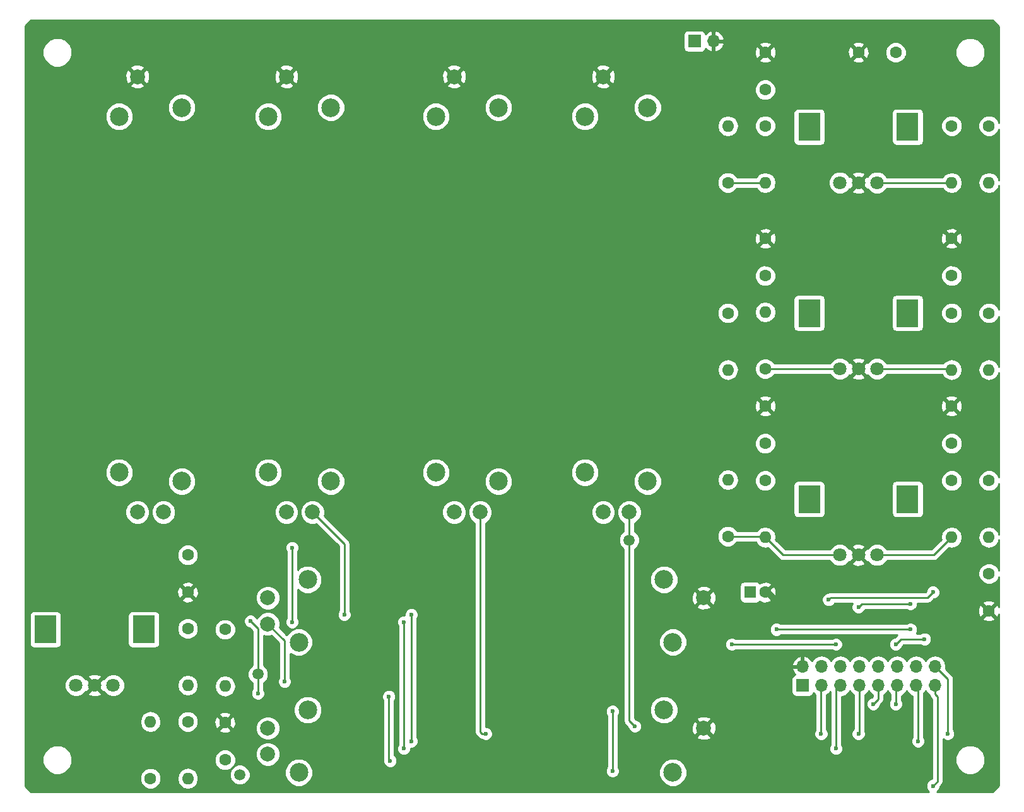
<source format=gbr>
%TF.GenerationSoftware,KiCad,Pcbnew,4.0.6+dfsg1-1*%
%TF.CreationDate,2017-11-24T15:22:35-07:00*%
%TF.ProjectId,colordance_mini,636F6C6F7264616E63655F6D696E692E,rev?*%
%TF.FileFunction,Copper,L2,Bot,Signal*%
%FSLAX46Y46*%
G04 Gerber Fmt 4.6, Leading zero omitted, Abs format (unit mm)*
G04 Created by KiCad (PCBNEW 4.0.6+dfsg1-1) date Fri Nov 24 15:22:35 2017*
%MOMM*%
%LPD*%
G01*
G04 APERTURE LIST*
%ADD10C,0.100000*%
%ADD11R,1.700000X1.700000*%
%ADD12O,1.700000X1.700000*%
%ADD13C,2.000000*%
%ADD14C,2.500000*%
%ADD15C,1.600000*%
%ADD16O,1.600000X1.600000*%
%ADD17R,3.000000X3.700000*%
%ADD18C,1.800000*%
%ADD19R,1.600000X1.600000*%
%ADD20C,1.500000*%
%ADD21C,0.600000*%
%ADD22C,0.250000*%
%ADD23C,0.500000*%
%ADD24C,0.254000*%
G04 APERTURE END LIST*
D10*
D11*
X162500000Y-107500000D03*
D12*
X162500000Y-104960000D03*
X165040000Y-107500000D03*
X165040000Y-104960000D03*
X167580000Y-107500000D03*
X167580000Y-104960000D03*
X170120000Y-107500000D03*
X170120000Y-104960000D03*
X172660000Y-107500000D03*
X172660000Y-104960000D03*
X175200000Y-107500000D03*
X175200000Y-104960000D03*
X177740000Y-107500000D03*
X177740000Y-104960000D03*
X180280000Y-107500000D03*
X180280000Y-104960000D03*
D13*
X149250000Y-113250000D03*
X90750000Y-116750000D03*
D14*
X143900000Y-110800000D03*
X96100000Y-110800000D03*
X145100000Y-119200000D03*
X94900000Y-119200000D03*
D13*
X90750000Y-113250000D03*
X149250000Y-95750000D03*
X90750000Y-99250000D03*
D14*
X143900000Y-93300000D03*
X96100000Y-93300000D03*
X145100000Y-101700000D03*
X94900000Y-101700000D03*
D13*
X90750000Y-95750000D03*
X93250000Y-25750000D03*
X96750000Y-84250000D03*
D14*
X90800000Y-31100000D03*
X90800000Y-78900000D03*
X99200000Y-29900000D03*
X99200000Y-80100000D03*
D13*
X93250000Y-84250000D03*
D15*
X85000000Y-117500000D03*
X85000000Y-112500000D03*
X157500000Y-27500000D03*
X157500000Y-22500000D03*
X80000000Y-90000000D03*
X80000000Y-95000000D03*
X175000000Y-22500000D03*
X170000000Y-22500000D03*
X157500000Y-52500000D03*
X157500000Y-47500000D03*
X157500000Y-75000000D03*
X157500000Y-70000000D03*
X182500000Y-52500000D03*
X182500000Y-47500000D03*
X182500000Y-75000000D03*
X182500000Y-70000000D03*
X80000000Y-112380000D03*
D16*
X80000000Y-120000000D03*
D15*
X152500000Y-40000000D03*
D16*
X152500000Y-32380000D03*
D15*
X75000000Y-120000000D03*
D16*
X75000000Y-112380000D03*
D15*
X157500000Y-32380000D03*
D16*
X157500000Y-40000000D03*
D15*
X85000000Y-100000000D03*
D16*
X85000000Y-107620000D03*
D15*
X187500000Y-32380000D03*
D16*
X187500000Y-40000000D03*
D15*
X80000000Y-99880000D03*
D16*
X80000000Y-107500000D03*
D15*
X182500000Y-32380000D03*
D16*
X182500000Y-40000000D03*
D15*
X157500000Y-65000000D03*
D16*
X157500000Y-57380000D03*
D15*
X152500000Y-87500000D03*
D16*
X152500000Y-79880000D03*
D15*
X152500000Y-57500000D03*
D16*
X152500000Y-65120000D03*
D15*
X157500000Y-80000000D03*
D16*
X157500000Y-87620000D03*
D15*
X187500000Y-57500000D03*
D16*
X187500000Y-65120000D03*
D15*
X187500000Y-80000000D03*
D16*
X187500000Y-87620000D03*
D15*
X182500000Y-57500000D03*
D16*
X182500000Y-65120000D03*
D15*
X182500000Y-80000000D03*
D16*
X182500000Y-87620000D03*
D13*
X115750000Y-25750000D03*
X119250000Y-84250000D03*
D14*
X113300000Y-31100000D03*
X113300000Y-78900000D03*
X121700000Y-29900000D03*
X121700000Y-80100000D03*
D13*
X115750000Y-84250000D03*
X73250000Y-25750000D03*
X76750000Y-84250000D03*
D14*
X70800000Y-31100000D03*
X70800000Y-78900000D03*
X79200000Y-29900000D03*
X79200000Y-80100000D03*
D13*
X73250000Y-84250000D03*
X135750000Y-25750000D03*
X139250000Y-84250000D03*
D14*
X133300000Y-31100000D03*
X133300000Y-78900000D03*
X141700000Y-29900000D03*
X141700000Y-80100000D03*
D13*
X135750000Y-84250000D03*
D17*
X60900000Y-100000000D03*
X74100000Y-100000000D03*
D18*
X67500000Y-107500000D03*
X65000000Y-107500000D03*
X70000000Y-107500000D03*
D17*
X163400000Y-32500000D03*
X176600000Y-32500000D03*
D18*
X170000000Y-40000000D03*
X167500000Y-40000000D03*
X172500000Y-40000000D03*
D17*
X163400000Y-57500000D03*
X176600000Y-57500000D03*
D18*
X170000000Y-65000000D03*
X167500000Y-65000000D03*
X172500000Y-65000000D03*
D17*
X163400000Y-82500000D03*
X176600000Y-82500000D03*
D18*
X170000000Y-90000000D03*
X167500000Y-90000000D03*
X172500000Y-90000000D03*
D15*
X187500000Y-92500000D03*
X187500000Y-97500000D03*
D19*
X155500000Y-95000000D03*
D15*
X157500000Y-95000000D03*
D11*
X148000000Y-21000000D03*
D12*
X150540000Y-21000000D03*
D20*
X87000000Y-119500000D03*
D21*
X180000000Y-121000000D03*
X162000000Y-99000000D03*
X159000000Y-100000000D03*
X177000000Y-100000000D03*
D20*
X89424999Y-106000000D03*
D21*
X182000000Y-114000000D03*
X107163997Y-117624999D03*
X107000000Y-109000000D03*
X89424999Y-108575001D03*
X88413997Y-98874999D03*
X175000000Y-102000000D03*
X178875011Y-101284989D03*
X153000000Y-102000000D03*
X167000000Y-102000000D03*
X177000000Y-96574999D03*
X170000000Y-97000000D03*
X180000000Y-95000000D03*
X166000000Y-96000000D03*
X172000000Y-110000000D03*
X93000000Y-107000000D03*
X120000000Y-114000000D03*
X165000000Y-114000000D03*
X175000000Y-110000000D03*
X137000000Y-111000000D03*
X137000000Y-119000000D03*
D20*
X139250000Y-88000000D03*
D21*
X140000000Y-113000000D03*
X170000000Y-114000000D03*
X101000000Y-98000000D03*
X110000000Y-98000000D03*
X178000000Y-115000000D03*
X110000000Y-115000000D03*
X167000000Y-116000000D03*
X109000000Y-116000000D03*
X109000000Y-99000000D03*
X94000000Y-99000000D03*
X94000000Y-89000000D03*
D22*
X180000000Y-121000000D02*
X180625001Y-120374999D01*
X180625001Y-120374999D02*
X180625001Y-109047082D01*
X180625001Y-109047082D02*
X180280000Y-108702081D01*
X180280000Y-108702081D02*
X180280000Y-107500000D01*
D23*
X162000000Y-99000000D02*
X158000000Y-95000000D01*
X158000000Y-95000000D02*
X157500000Y-95000000D01*
D22*
X168000000Y-100000000D02*
X159000000Y-100000000D01*
X177000000Y-100000000D02*
X168000000Y-100000000D01*
X89424999Y-106000000D02*
X89424999Y-108575001D01*
X89424999Y-99886001D02*
X89424999Y-106000000D01*
X182000000Y-114000000D02*
X182000000Y-106680000D01*
X182000000Y-106680000D02*
X180280000Y-104960000D01*
X107000000Y-109000000D02*
X107000000Y-117461002D01*
X107000000Y-117461002D02*
X107163997Y-117624999D01*
X88413997Y-98874999D02*
X89424999Y-99886001D01*
X178875011Y-101284989D02*
X175715011Y-101284989D01*
X175715011Y-101284989D02*
X175000000Y-102000000D01*
X167000000Y-102000000D02*
X153000000Y-102000000D01*
X170425001Y-96574999D02*
X177000000Y-96574999D01*
X170425001Y-96574999D02*
X170000000Y-97000000D01*
X170120000Y-104705010D02*
X170120000Y-104960000D01*
X166000000Y-96000000D02*
X166299999Y-95700001D01*
X166299999Y-95700001D02*
X179299999Y-95700001D01*
X179299999Y-95700001D02*
X180000000Y-95000000D01*
X172660000Y-107500000D02*
X172660000Y-109340000D01*
X172660000Y-109340000D02*
X172000000Y-110000000D01*
X93000000Y-107000000D02*
X93000000Y-101500000D01*
X93000000Y-101500000D02*
X90750000Y-99250000D01*
X119250000Y-113750000D02*
X119500000Y-114000000D01*
X119500000Y-114000000D02*
X120000000Y-114000000D01*
X119250000Y-84250000D02*
X119250000Y-113750000D01*
X165000000Y-114000000D02*
X165000000Y-107540000D01*
X165000000Y-107540000D02*
X165040000Y-107500000D01*
X175000000Y-110000000D02*
X175000000Y-107700000D01*
X175000000Y-107700000D02*
X175200000Y-107500000D01*
X137000000Y-119000000D02*
X137000000Y-111000000D01*
X139250000Y-88000000D02*
X139250000Y-112250000D01*
X139250000Y-84250000D02*
X139250000Y-88000000D01*
X139250000Y-112250000D02*
X140000000Y-113000000D01*
X170120000Y-107500000D02*
X170120000Y-113880000D01*
X170120000Y-113880000D02*
X170000000Y-114000000D01*
X170000000Y-107620000D02*
X170120000Y-107500000D01*
X157500000Y-40000000D02*
X152500000Y-40000000D01*
X172500000Y-40000000D02*
X182500000Y-40000000D01*
X167500000Y-65000000D02*
X157500000Y-65000000D01*
X152500000Y-87500000D02*
X157380000Y-87500000D01*
X157380000Y-87500000D02*
X157500000Y-87620000D01*
X167500000Y-90000000D02*
X159880000Y-90000000D01*
X159880000Y-90000000D02*
X157500000Y-87620000D01*
X172500000Y-65000000D02*
X182380000Y-65000000D01*
X182380000Y-65000000D02*
X182500000Y-65120000D01*
X172500000Y-90000000D02*
X180120000Y-90000000D01*
X180120000Y-90000000D02*
X182500000Y-87620000D01*
X96750000Y-84250000D02*
X101000000Y-88500000D01*
X101000000Y-88500000D02*
X101000000Y-98000000D01*
X110000000Y-98000000D02*
X110000000Y-115000000D01*
X178000000Y-115000000D02*
X178000000Y-107760000D01*
X178000000Y-107760000D02*
X177740000Y-107500000D01*
X167000000Y-116000000D02*
X167000000Y-108080000D01*
X167000000Y-108080000D02*
X167580000Y-107500000D01*
X109000000Y-99000000D02*
X109000000Y-116000000D01*
X94000000Y-89000000D02*
X94000000Y-99000000D01*
D24*
G36*
X188873000Y-19052606D02*
X188873000Y-31945161D01*
X188717243Y-31568200D01*
X188313923Y-31164176D01*
X187786691Y-30945250D01*
X187215813Y-30944752D01*
X186688200Y-31162757D01*
X186284176Y-31566077D01*
X186065250Y-32093309D01*
X186064752Y-32664187D01*
X186282757Y-33191800D01*
X186686077Y-33595824D01*
X187213309Y-33814750D01*
X187784187Y-33815248D01*
X188311800Y-33597243D01*
X188715824Y-33193923D01*
X188873000Y-32815401D01*
X188873000Y-39660192D01*
X188825767Y-39422736D01*
X188514698Y-38957189D01*
X188049151Y-38646120D01*
X187500000Y-38536887D01*
X186950849Y-38646120D01*
X186485302Y-38957189D01*
X186174233Y-39422736D01*
X186065000Y-39971887D01*
X186065000Y-40028113D01*
X186174233Y-40577264D01*
X186485302Y-41042811D01*
X186950849Y-41353880D01*
X187500000Y-41463113D01*
X188049151Y-41353880D01*
X188514698Y-41042811D01*
X188825767Y-40577264D01*
X188873000Y-40339808D01*
X188873000Y-57065161D01*
X188717243Y-56688200D01*
X188313923Y-56284176D01*
X187786691Y-56065250D01*
X187215813Y-56064752D01*
X186688200Y-56282757D01*
X186284176Y-56686077D01*
X186065250Y-57213309D01*
X186064752Y-57784187D01*
X186282757Y-58311800D01*
X186686077Y-58715824D01*
X187213309Y-58934750D01*
X187784187Y-58935248D01*
X188311800Y-58717243D01*
X188715824Y-58313923D01*
X188873000Y-57935401D01*
X188873000Y-64780192D01*
X188825767Y-64542736D01*
X188514698Y-64077189D01*
X188049151Y-63766120D01*
X187500000Y-63656887D01*
X186950849Y-63766120D01*
X186485302Y-64077189D01*
X186174233Y-64542736D01*
X186065000Y-65091887D01*
X186065000Y-65148113D01*
X186174233Y-65697264D01*
X186485302Y-66162811D01*
X186950849Y-66473880D01*
X187500000Y-66583113D01*
X188049151Y-66473880D01*
X188514698Y-66162811D01*
X188825767Y-65697264D01*
X188873000Y-65459808D01*
X188873000Y-79565161D01*
X188717243Y-79188200D01*
X188313923Y-78784176D01*
X187786691Y-78565250D01*
X187215813Y-78564752D01*
X186688200Y-78782757D01*
X186284176Y-79186077D01*
X186065250Y-79713309D01*
X186064752Y-80284187D01*
X186282757Y-80811800D01*
X186686077Y-81215824D01*
X187213309Y-81434750D01*
X187784187Y-81435248D01*
X188311800Y-81217243D01*
X188715824Y-80813923D01*
X188873000Y-80435401D01*
X188873000Y-87280192D01*
X188825767Y-87042736D01*
X188514698Y-86577189D01*
X188049151Y-86266120D01*
X187500000Y-86156887D01*
X186950849Y-86266120D01*
X186485302Y-86577189D01*
X186174233Y-87042736D01*
X186065000Y-87591887D01*
X186065000Y-87648113D01*
X186174233Y-88197264D01*
X186485302Y-88662811D01*
X186950849Y-88973880D01*
X187500000Y-89083113D01*
X188049151Y-88973880D01*
X188514698Y-88662811D01*
X188825767Y-88197264D01*
X188873000Y-87959808D01*
X188873000Y-92065161D01*
X188717243Y-91688200D01*
X188313923Y-91284176D01*
X187786691Y-91065250D01*
X187215813Y-91064752D01*
X186688200Y-91282757D01*
X186284176Y-91686077D01*
X186065250Y-92213309D01*
X186064752Y-92784187D01*
X186282757Y-93311800D01*
X186686077Y-93715824D01*
X187213309Y-93934750D01*
X187784187Y-93935248D01*
X188311800Y-93717243D01*
X188715824Y-93313923D01*
X188873000Y-92935401D01*
X188873000Y-97033614D01*
X188753864Y-96745995D01*
X188507745Y-96671861D01*
X187679605Y-97500000D01*
X188507745Y-98328139D01*
X188753864Y-98254005D01*
X188873000Y-97922556D01*
X188873000Y-120947394D01*
X188030394Y-121790000D01*
X180532065Y-121790000D01*
X180792192Y-121530327D01*
X180934838Y-121186799D01*
X180934879Y-121139923D01*
X181162402Y-120912400D01*
X181327149Y-120665838D01*
X181385001Y-120374999D01*
X181385001Y-117893109D01*
X183014657Y-117893109D01*
X183316218Y-118622943D01*
X183874120Y-119181819D01*
X184603427Y-119484654D01*
X185393109Y-119485343D01*
X186122943Y-119183782D01*
X186681819Y-118625880D01*
X186984654Y-117896573D01*
X186985343Y-117106891D01*
X186683782Y-116377057D01*
X186125880Y-115818181D01*
X185396573Y-115515346D01*
X184606891Y-115514657D01*
X183877057Y-115816218D01*
X183318181Y-116374120D01*
X183015346Y-117103427D01*
X183014657Y-117893109D01*
X181385001Y-117893109D01*
X181385001Y-114707372D01*
X181469673Y-114792192D01*
X181813201Y-114934838D01*
X182185167Y-114935162D01*
X182528943Y-114793117D01*
X182792192Y-114530327D01*
X182934838Y-114186799D01*
X182935162Y-113814833D01*
X182793117Y-113471057D01*
X182760000Y-113437882D01*
X182760000Y-106680000D01*
X182743977Y-106599446D01*
X182702148Y-106389160D01*
X182537401Y-106142599D01*
X181701771Y-105306969D01*
X181765000Y-104989093D01*
X181765000Y-104930907D01*
X181651961Y-104362622D01*
X181330054Y-103880853D01*
X180848285Y-103558946D01*
X180280000Y-103445907D01*
X179711715Y-103558946D01*
X179229946Y-103880853D01*
X179010000Y-104210026D01*
X178790054Y-103880853D01*
X178308285Y-103558946D01*
X177740000Y-103445907D01*
X177171715Y-103558946D01*
X176689946Y-103880853D01*
X176470000Y-104210026D01*
X176250054Y-103880853D01*
X175768285Y-103558946D01*
X175200000Y-103445907D01*
X174631715Y-103558946D01*
X174149946Y-103880853D01*
X173930000Y-104210026D01*
X173710054Y-103880853D01*
X173228285Y-103558946D01*
X172660000Y-103445907D01*
X172091715Y-103558946D01*
X171609946Y-103880853D01*
X171390000Y-104210026D01*
X171170054Y-103880853D01*
X170688285Y-103558946D01*
X170120000Y-103445907D01*
X169551715Y-103558946D01*
X169069946Y-103880853D01*
X168850000Y-104210026D01*
X168630054Y-103880853D01*
X168148285Y-103558946D01*
X167580000Y-103445907D01*
X167011715Y-103558946D01*
X166529946Y-103880853D01*
X166310000Y-104210026D01*
X166090054Y-103880853D01*
X165608285Y-103558946D01*
X165040000Y-103445907D01*
X164471715Y-103558946D01*
X163989946Y-103880853D01*
X163762298Y-104221553D01*
X163695183Y-104078642D01*
X163266924Y-103688355D01*
X162856890Y-103518524D01*
X162627000Y-103639845D01*
X162627000Y-104833000D01*
X162647000Y-104833000D01*
X162647000Y-105087000D01*
X162627000Y-105087000D01*
X162627000Y-105107000D01*
X162373000Y-105107000D01*
X162373000Y-105087000D01*
X161179181Y-105087000D01*
X161058514Y-105316892D01*
X161304817Y-105841358D01*
X161510504Y-106028808D01*
X161414683Y-106046838D01*
X161198559Y-106185910D01*
X161053569Y-106398110D01*
X161002560Y-106650000D01*
X161002560Y-108350000D01*
X161046838Y-108585317D01*
X161185910Y-108801441D01*
X161398110Y-108946431D01*
X161650000Y-108997440D01*
X163350000Y-108997440D01*
X163585317Y-108953162D01*
X163801441Y-108814090D01*
X163946431Y-108601890D01*
X163960086Y-108534459D01*
X163989946Y-108579147D01*
X164240000Y-108746227D01*
X164240000Y-113437537D01*
X164207808Y-113469673D01*
X164065162Y-113813201D01*
X164064838Y-114185167D01*
X164206883Y-114528943D01*
X164469673Y-114792192D01*
X164813201Y-114934838D01*
X165185167Y-114935162D01*
X165528943Y-114793117D01*
X165792192Y-114530327D01*
X165934838Y-114186799D01*
X165935162Y-113814833D01*
X165793117Y-113471057D01*
X165760000Y-113437882D01*
X165760000Y-108799682D01*
X166090054Y-108579147D01*
X166240000Y-108354736D01*
X166240000Y-115437537D01*
X166207808Y-115469673D01*
X166065162Y-115813201D01*
X166064838Y-116185167D01*
X166206883Y-116528943D01*
X166469673Y-116792192D01*
X166813201Y-116934838D01*
X167185167Y-116935162D01*
X167528943Y-116793117D01*
X167792192Y-116530327D01*
X167934838Y-116186799D01*
X167935162Y-115814833D01*
X167793117Y-115471057D01*
X167760000Y-115437882D01*
X167760000Y-108978289D01*
X168148285Y-108901054D01*
X168630054Y-108579147D01*
X168850000Y-108249974D01*
X169069946Y-108579147D01*
X169360000Y-108772954D01*
X169360000Y-113317746D01*
X169207808Y-113469673D01*
X169065162Y-113813201D01*
X169064838Y-114185167D01*
X169206883Y-114528943D01*
X169469673Y-114792192D01*
X169813201Y-114934838D01*
X170185167Y-114935162D01*
X170528943Y-114793117D01*
X170792192Y-114530327D01*
X170934838Y-114186799D01*
X170935162Y-113814833D01*
X170880000Y-113681330D01*
X170880000Y-108772954D01*
X171170054Y-108579147D01*
X171390000Y-108249974D01*
X171609946Y-108579147D01*
X171900000Y-108772954D01*
X171900000Y-109025198D01*
X171860320Y-109064878D01*
X171814833Y-109064838D01*
X171471057Y-109206883D01*
X171207808Y-109469673D01*
X171065162Y-109813201D01*
X171064838Y-110185167D01*
X171206883Y-110528943D01*
X171469673Y-110792192D01*
X171813201Y-110934838D01*
X172185167Y-110935162D01*
X172528943Y-110793117D01*
X172792192Y-110530327D01*
X172934838Y-110186799D01*
X172934879Y-110139923D01*
X173197401Y-109877401D01*
X173362148Y-109630839D01*
X173420000Y-109340000D01*
X173420000Y-108772954D01*
X173710054Y-108579147D01*
X173930000Y-108249974D01*
X174149946Y-108579147D01*
X174240000Y-108639319D01*
X174240000Y-109437537D01*
X174207808Y-109469673D01*
X174065162Y-109813201D01*
X174064838Y-110185167D01*
X174206883Y-110528943D01*
X174469673Y-110792192D01*
X174813201Y-110934838D01*
X175185167Y-110935162D01*
X175528943Y-110793117D01*
X175792192Y-110530327D01*
X175934838Y-110186799D01*
X175935162Y-109814833D01*
X175793117Y-109471057D01*
X175760000Y-109437882D01*
X175760000Y-108902702D01*
X175768285Y-108901054D01*
X176250054Y-108579147D01*
X176470000Y-108249974D01*
X176689946Y-108579147D01*
X177171715Y-108901054D01*
X177240000Y-108914637D01*
X177240000Y-114437537D01*
X177207808Y-114469673D01*
X177065162Y-114813201D01*
X177064838Y-115185167D01*
X177206883Y-115528943D01*
X177469673Y-115792192D01*
X177813201Y-115934838D01*
X178185167Y-115935162D01*
X178528943Y-115793117D01*
X178792192Y-115530327D01*
X178934838Y-115186799D01*
X178935162Y-114814833D01*
X178793117Y-114471057D01*
X178760000Y-114437882D01*
X178760000Y-108599228D01*
X178790054Y-108579147D01*
X179010000Y-108249974D01*
X179229946Y-108579147D01*
X179536259Y-108783818D01*
X179577852Y-108992920D01*
X179742599Y-109239482D01*
X179865001Y-109361884D01*
X179865001Y-120060197D01*
X179860320Y-120064878D01*
X179814833Y-120064838D01*
X179471057Y-120206883D01*
X179207808Y-120469673D01*
X179065162Y-120813201D01*
X179064838Y-121185167D01*
X179206883Y-121528943D01*
X179467485Y-121790000D01*
X58969606Y-121790000D01*
X58210000Y-121030394D01*
X58210000Y-120284187D01*
X73564752Y-120284187D01*
X73782757Y-120811800D01*
X74186077Y-121215824D01*
X74713309Y-121434750D01*
X75284187Y-121435248D01*
X75811800Y-121217243D01*
X76215824Y-120813923D01*
X76434750Y-120286691D01*
X76435024Y-119971887D01*
X78565000Y-119971887D01*
X78565000Y-120028113D01*
X78674233Y-120577264D01*
X78985302Y-121042811D01*
X79450849Y-121353880D01*
X80000000Y-121463113D01*
X80549151Y-121353880D01*
X81014698Y-121042811D01*
X81325767Y-120577264D01*
X81435000Y-120028113D01*
X81435000Y-119971887D01*
X81395695Y-119774285D01*
X85614760Y-119774285D01*
X85825169Y-120283515D01*
X86214436Y-120673461D01*
X86723298Y-120884759D01*
X87274285Y-120885240D01*
X87783515Y-120674831D01*
X88173461Y-120285564D01*
X88384759Y-119776702D01*
X88384936Y-119573305D01*
X93014674Y-119573305D01*
X93301043Y-120266372D01*
X93830839Y-120797093D01*
X94523405Y-121084672D01*
X95273305Y-121085326D01*
X95966372Y-120798957D01*
X96497093Y-120269161D01*
X96784672Y-119576595D01*
X96785326Y-118826695D01*
X96498957Y-118133628D01*
X95969161Y-117602907D01*
X95276595Y-117315328D01*
X94526695Y-117314674D01*
X93833628Y-117601043D01*
X93302907Y-118130839D01*
X93015328Y-118823405D01*
X93014674Y-119573305D01*
X88384936Y-119573305D01*
X88385240Y-119225715D01*
X88174831Y-118716485D01*
X87785564Y-118326539D01*
X87276702Y-118115241D01*
X86725715Y-118114760D01*
X86216485Y-118325169D01*
X85826539Y-118714436D01*
X85615241Y-119223298D01*
X85614760Y-119774285D01*
X81395695Y-119774285D01*
X81325767Y-119422736D01*
X81014698Y-118957189D01*
X80549151Y-118646120D01*
X80000000Y-118536887D01*
X79450849Y-118646120D01*
X78985302Y-118957189D01*
X78674233Y-119422736D01*
X78565000Y-119971887D01*
X76435024Y-119971887D01*
X76435248Y-119715813D01*
X76217243Y-119188200D01*
X75813923Y-118784176D01*
X75286691Y-118565250D01*
X74715813Y-118564752D01*
X74188200Y-118782757D01*
X73784176Y-119186077D01*
X73565250Y-119713309D01*
X73564752Y-120284187D01*
X58210000Y-120284187D01*
X58210000Y-117893109D01*
X60514657Y-117893109D01*
X60816218Y-118622943D01*
X61374120Y-119181819D01*
X62103427Y-119484654D01*
X62893109Y-119485343D01*
X63622943Y-119183782D01*
X64181819Y-118625880D01*
X64484654Y-117896573D01*
X64484752Y-117784187D01*
X83564752Y-117784187D01*
X83782757Y-118311800D01*
X84186077Y-118715824D01*
X84713309Y-118934750D01*
X85284187Y-118935248D01*
X85811800Y-118717243D01*
X86215824Y-118313923D01*
X86434750Y-117786691D01*
X86435248Y-117215813D01*
X86376568Y-117073795D01*
X89114716Y-117073795D01*
X89363106Y-117674943D01*
X89822637Y-118135278D01*
X90423352Y-118384716D01*
X91073795Y-118385284D01*
X91674943Y-118136894D01*
X92135278Y-117677363D01*
X92384716Y-117076648D01*
X92385284Y-116426205D01*
X92136894Y-115825057D01*
X91677363Y-115364722D01*
X91076648Y-115115284D01*
X90426205Y-115114716D01*
X89825057Y-115363106D01*
X89364722Y-115822637D01*
X89115284Y-116423352D01*
X89114716Y-117073795D01*
X86376568Y-117073795D01*
X86217243Y-116688200D01*
X85813923Y-116284176D01*
X85286691Y-116065250D01*
X84715813Y-116064752D01*
X84188200Y-116282757D01*
X83784176Y-116686077D01*
X83565250Y-117213309D01*
X83564752Y-117784187D01*
X64484752Y-117784187D01*
X64485343Y-117106891D01*
X64183782Y-116377057D01*
X63625880Y-115818181D01*
X62896573Y-115515346D01*
X62106891Y-115514657D01*
X61377057Y-115816218D01*
X60818181Y-116374120D01*
X60515346Y-117103427D01*
X60514657Y-117893109D01*
X58210000Y-117893109D01*
X58210000Y-112351887D01*
X73565000Y-112351887D01*
X73565000Y-112408113D01*
X73674233Y-112957264D01*
X73985302Y-113422811D01*
X74450849Y-113733880D01*
X75000000Y-113843113D01*
X75549151Y-113733880D01*
X76014698Y-113422811D01*
X76325767Y-112957264D01*
X76384063Y-112664187D01*
X78564752Y-112664187D01*
X78782757Y-113191800D01*
X79186077Y-113595824D01*
X79713309Y-113814750D01*
X80284187Y-113815248D01*
X80811800Y-113597243D01*
X80901454Y-113507745D01*
X84171861Y-113507745D01*
X84245995Y-113753864D01*
X84783223Y-113946965D01*
X85353454Y-113919778D01*
X85754005Y-113753864D01*
X85808243Y-113573795D01*
X89114716Y-113573795D01*
X89363106Y-114174943D01*
X89822637Y-114635278D01*
X90423352Y-114884716D01*
X91073795Y-114885284D01*
X91674943Y-114636894D01*
X92135278Y-114177363D01*
X92384716Y-113576648D01*
X92385284Y-112926205D01*
X92136894Y-112325057D01*
X91677363Y-111864722D01*
X91076648Y-111615284D01*
X90426205Y-111614716D01*
X89825057Y-111863106D01*
X89364722Y-112322637D01*
X89115284Y-112923352D01*
X89114716Y-113573795D01*
X85808243Y-113573795D01*
X85828139Y-113507745D01*
X85000000Y-112679605D01*
X84171861Y-113507745D01*
X80901454Y-113507745D01*
X81215824Y-113193923D01*
X81434750Y-112666691D01*
X81435084Y-112283223D01*
X83553035Y-112283223D01*
X83580222Y-112853454D01*
X83746136Y-113254005D01*
X83992255Y-113328139D01*
X84820395Y-112500000D01*
X85179605Y-112500000D01*
X86007745Y-113328139D01*
X86253864Y-113254005D01*
X86446965Y-112716777D01*
X86419778Y-112146546D01*
X86253864Y-111745995D01*
X86007745Y-111671861D01*
X85179605Y-112500000D01*
X84820395Y-112500000D01*
X83992255Y-111671861D01*
X83746136Y-111745995D01*
X83553035Y-112283223D01*
X81435084Y-112283223D01*
X81435248Y-112095813D01*
X81217243Y-111568200D01*
X81141431Y-111492255D01*
X84171861Y-111492255D01*
X85000000Y-112320395D01*
X85828139Y-111492255D01*
X85754005Y-111246136D01*
X85551382Y-111173305D01*
X94214674Y-111173305D01*
X94501043Y-111866372D01*
X95030839Y-112397093D01*
X95723405Y-112684672D01*
X96473305Y-112685326D01*
X97166372Y-112398957D01*
X97697093Y-111869161D01*
X97984672Y-111176595D01*
X97985326Y-110426695D01*
X97698957Y-109733628D01*
X97169161Y-109202907D01*
X97126439Y-109185167D01*
X106064838Y-109185167D01*
X106206883Y-109528943D01*
X106240000Y-109562118D01*
X106240000Y-117412092D01*
X106229159Y-117438200D01*
X106228835Y-117810166D01*
X106370880Y-118153942D01*
X106633670Y-118417191D01*
X106977198Y-118559837D01*
X107349164Y-118560161D01*
X107692940Y-118418116D01*
X107956189Y-118155326D01*
X108098835Y-117811798D01*
X108099159Y-117439832D01*
X107957114Y-117096056D01*
X107760000Y-116898598D01*
X107760000Y-109562463D01*
X107792192Y-109530327D01*
X107934838Y-109186799D01*
X107935162Y-108814833D01*
X107793117Y-108471057D01*
X107530327Y-108207808D01*
X107186799Y-108065162D01*
X106814833Y-108064838D01*
X106471057Y-108206883D01*
X106207808Y-108469673D01*
X106065162Y-108813201D01*
X106064838Y-109185167D01*
X97126439Y-109185167D01*
X96476595Y-108915328D01*
X95726695Y-108914674D01*
X95033628Y-109201043D01*
X94502907Y-109730839D01*
X94215328Y-110423405D01*
X94214674Y-111173305D01*
X85551382Y-111173305D01*
X85216777Y-111053035D01*
X84646546Y-111080222D01*
X84245995Y-111246136D01*
X84171861Y-111492255D01*
X81141431Y-111492255D01*
X80813923Y-111164176D01*
X80286691Y-110945250D01*
X79715813Y-110944752D01*
X79188200Y-111162757D01*
X78784176Y-111566077D01*
X78565250Y-112093309D01*
X78564752Y-112664187D01*
X76384063Y-112664187D01*
X76435000Y-112408113D01*
X76435000Y-112351887D01*
X76325767Y-111802736D01*
X76014698Y-111337189D01*
X75549151Y-111026120D01*
X75000000Y-110916887D01*
X74450849Y-111026120D01*
X73985302Y-111337189D01*
X73674233Y-111802736D01*
X73565000Y-112351887D01*
X58210000Y-112351887D01*
X58210000Y-107803991D01*
X63464735Y-107803991D01*
X63697932Y-108368371D01*
X64129357Y-108800551D01*
X64693330Y-109034733D01*
X65303991Y-109035265D01*
X65868371Y-108802068D01*
X66090668Y-108580159D01*
X66599446Y-108580159D01*
X66685852Y-108836643D01*
X67259336Y-109046458D01*
X67869460Y-109020839D01*
X68314148Y-108836643D01*
X68400554Y-108580159D01*
X67500000Y-107679605D01*
X66599446Y-108580159D01*
X66090668Y-108580159D01*
X66300551Y-108370643D01*
X66304294Y-108361628D01*
X66419841Y-108400554D01*
X67320395Y-107500000D01*
X67679605Y-107500000D01*
X68580159Y-108400554D01*
X68695214Y-108361793D01*
X68697932Y-108368371D01*
X69129357Y-108800551D01*
X69693330Y-109034733D01*
X70303991Y-109035265D01*
X70868371Y-108802068D01*
X71300551Y-108370643D01*
X71534733Y-107806670D01*
X71535024Y-107471887D01*
X78565000Y-107471887D01*
X78565000Y-107528113D01*
X78674233Y-108077264D01*
X78985302Y-108542811D01*
X79450849Y-108853880D01*
X80000000Y-108963113D01*
X80549151Y-108853880D01*
X81014698Y-108542811D01*
X81325767Y-108077264D01*
X81422314Y-107591887D01*
X83565000Y-107591887D01*
X83565000Y-107648113D01*
X83674233Y-108197264D01*
X83985302Y-108662811D01*
X84450849Y-108973880D01*
X85000000Y-109083113D01*
X85549151Y-108973880D01*
X86014698Y-108662811D01*
X86325767Y-108197264D01*
X86435000Y-107648113D01*
X86435000Y-107591887D01*
X86325767Y-107042736D01*
X86014698Y-106577189D01*
X85549151Y-106266120D01*
X85000000Y-106156887D01*
X84450849Y-106266120D01*
X83985302Y-106577189D01*
X83674233Y-107042736D01*
X83565000Y-107591887D01*
X81422314Y-107591887D01*
X81435000Y-107528113D01*
X81435000Y-107471887D01*
X81325767Y-106922736D01*
X81014698Y-106457189D01*
X80549151Y-106146120D01*
X80000000Y-106036887D01*
X79450849Y-106146120D01*
X78985302Y-106457189D01*
X78674233Y-106922736D01*
X78565000Y-107471887D01*
X71535024Y-107471887D01*
X71535265Y-107196009D01*
X71302068Y-106631629D01*
X70870643Y-106199449D01*
X70306670Y-105965267D01*
X69696009Y-105964735D01*
X69131629Y-106197932D01*
X68699449Y-106629357D01*
X68695706Y-106638372D01*
X68580159Y-106599446D01*
X67679605Y-107500000D01*
X67320395Y-107500000D01*
X66419841Y-106599446D01*
X66304786Y-106638207D01*
X66302068Y-106631629D01*
X66090650Y-106419841D01*
X66599446Y-106419841D01*
X67500000Y-107320395D01*
X68400554Y-106419841D01*
X68314148Y-106163357D01*
X67740664Y-105953542D01*
X67130540Y-105979161D01*
X66685852Y-106163357D01*
X66599446Y-106419841D01*
X66090650Y-106419841D01*
X65870643Y-106199449D01*
X65306670Y-105965267D01*
X64696009Y-105964735D01*
X64131629Y-106197932D01*
X63699449Y-106629357D01*
X63465267Y-107193330D01*
X63464735Y-107803991D01*
X58210000Y-107803991D01*
X58210000Y-98150000D01*
X58752560Y-98150000D01*
X58752560Y-101850000D01*
X58796838Y-102085317D01*
X58935910Y-102301441D01*
X59148110Y-102446431D01*
X59400000Y-102497440D01*
X62400000Y-102497440D01*
X62635317Y-102453162D01*
X62851441Y-102314090D01*
X62996431Y-102101890D01*
X63047440Y-101850000D01*
X63047440Y-98150000D01*
X71952560Y-98150000D01*
X71952560Y-101850000D01*
X71996838Y-102085317D01*
X72135910Y-102301441D01*
X72348110Y-102446431D01*
X72600000Y-102497440D01*
X75600000Y-102497440D01*
X75835317Y-102453162D01*
X76051441Y-102314090D01*
X76196431Y-102101890D01*
X76247440Y-101850000D01*
X76247440Y-100164187D01*
X78564752Y-100164187D01*
X78782757Y-100691800D01*
X79186077Y-101095824D01*
X79713309Y-101314750D01*
X80284187Y-101315248D01*
X80811800Y-101097243D01*
X81215824Y-100693923D01*
X81385961Y-100284187D01*
X83564752Y-100284187D01*
X83782757Y-100811800D01*
X84186077Y-101215824D01*
X84713309Y-101434750D01*
X85284187Y-101435248D01*
X85811800Y-101217243D01*
X86215824Y-100813923D01*
X86434750Y-100286691D01*
X86435248Y-99715813D01*
X86217243Y-99188200D01*
X86089433Y-99060166D01*
X87478835Y-99060166D01*
X87620880Y-99403942D01*
X87883670Y-99667191D01*
X88227198Y-99809837D01*
X88274074Y-99809878D01*
X88664999Y-100200803D01*
X88664999Y-104815453D01*
X88641484Y-104825169D01*
X88251538Y-105214436D01*
X88040240Y-105723298D01*
X88039759Y-106274285D01*
X88250168Y-106783515D01*
X88639435Y-107173461D01*
X88664999Y-107184076D01*
X88664999Y-108012538D01*
X88632807Y-108044674D01*
X88490161Y-108388202D01*
X88489837Y-108760168D01*
X88631882Y-109103944D01*
X88894672Y-109367193D01*
X89238200Y-109509839D01*
X89610166Y-109510163D01*
X89953942Y-109368118D01*
X90217191Y-109105328D01*
X90359837Y-108761800D01*
X90360161Y-108389834D01*
X90218116Y-108046058D01*
X90184999Y-108012883D01*
X90184999Y-107184547D01*
X90208514Y-107174831D01*
X90598460Y-106785564D01*
X90809758Y-106276702D01*
X90810239Y-105725715D01*
X90599830Y-105216485D01*
X90210563Y-104826539D01*
X90184999Y-104815924D01*
X90184999Y-100785743D01*
X90423352Y-100884716D01*
X91073795Y-100885284D01*
X91241279Y-100816081D01*
X92240000Y-101814802D01*
X92240000Y-106437537D01*
X92207808Y-106469673D01*
X92065162Y-106813201D01*
X92064838Y-107185167D01*
X92206883Y-107528943D01*
X92469673Y-107792192D01*
X92813201Y-107934838D01*
X93185167Y-107935162D01*
X93528943Y-107793117D01*
X93792192Y-107530327D01*
X93934838Y-107186799D01*
X93935162Y-106814833D01*
X93793117Y-106471057D01*
X93760000Y-106437882D01*
X93760000Y-103226130D01*
X93830839Y-103297093D01*
X94523405Y-103584672D01*
X95273305Y-103585326D01*
X95966372Y-103298957D01*
X96497093Y-102769161D01*
X96784672Y-102076595D01*
X96785326Y-101326695D01*
X96498957Y-100633628D01*
X95969161Y-100102907D01*
X95276595Y-99815328D01*
X94526695Y-99814674D01*
X93833628Y-100101043D01*
X93302907Y-100630839D01*
X93274369Y-100699567D01*
X92316275Y-99741473D01*
X92384716Y-99576648D01*
X92385284Y-98926205D01*
X92136894Y-98325057D01*
X91677363Y-97864722D01*
X91076648Y-97615284D01*
X90426205Y-97614716D01*
X89825057Y-97863106D01*
X89364722Y-98322637D01*
X89280873Y-98524568D01*
X89207114Y-98346056D01*
X88944324Y-98082807D01*
X88600796Y-97940161D01*
X88228830Y-97939837D01*
X87885054Y-98081882D01*
X87621805Y-98344672D01*
X87479159Y-98688200D01*
X87478835Y-99060166D01*
X86089433Y-99060166D01*
X85813923Y-98784176D01*
X85286691Y-98565250D01*
X84715813Y-98564752D01*
X84188200Y-98782757D01*
X83784176Y-99186077D01*
X83565250Y-99713309D01*
X83564752Y-100284187D01*
X81385961Y-100284187D01*
X81434750Y-100166691D01*
X81435248Y-99595813D01*
X81217243Y-99068200D01*
X80813923Y-98664176D01*
X80286691Y-98445250D01*
X79715813Y-98444752D01*
X79188200Y-98662757D01*
X78784176Y-99066077D01*
X78565250Y-99593309D01*
X78564752Y-100164187D01*
X76247440Y-100164187D01*
X76247440Y-98150000D01*
X76203162Y-97914683D01*
X76064090Y-97698559D01*
X75851890Y-97553569D01*
X75600000Y-97502560D01*
X72600000Y-97502560D01*
X72364683Y-97546838D01*
X72148559Y-97685910D01*
X72003569Y-97898110D01*
X71952560Y-98150000D01*
X63047440Y-98150000D01*
X63003162Y-97914683D01*
X62864090Y-97698559D01*
X62651890Y-97553569D01*
X62400000Y-97502560D01*
X59400000Y-97502560D01*
X59164683Y-97546838D01*
X58948559Y-97685910D01*
X58803569Y-97898110D01*
X58752560Y-98150000D01*
X58210000Y-98150000D01*
X58210000Y-96007745D01*
X79171861Y-96007745D01*
X79245995Y-96253864D01*
X79783223Y-96446965D01*
X80353454Y-96419778D01*
X80754005Y-96253864D01*
X80808243Y-96073795D01*
X89114716Y-96073795D01*
X89363106Y-96674943D01*
X89822637Y-97135278D01*
X90423352Y-97384716D01*
X91073795Y-97385284D01*
X91674943Y-97136894D01*
X92135278Y-96677363D01*
X92384716Y-96076648D01*
X92385284Y-95426205D01*
X92136894Y-94825057D01*
X91677363Y-94364722D01*
X91076648Y-94115284D01*
X90426205Y-94114716D01*
X89825057Y-94363106D01*
X89364722Y-94822637D01*
X89115284Y-95423352D01*
X89114716Y-96073795D01*
X80808243Y-96073795D01*
X80828139Y-96007745D01*
X80000000Y-95179605D01*
X79171861Y-96007745D01*
X58210000Y-96007745D01*
X58210000Y-94783223D01*
X78553035Y-94783223D01*
X78580222Y-95353454D01*
X78746136Y-95754005D01*
X78992255Y-95828139D01*
X79820395Y-95000000D01*
X80179605Y-95000000D01*
X81007745Y-95828139D01*
X81253864Y-95754005D01*
X81446965Y-95216777D01*
X81419778Y-94646546D01*
X81253864Y-94245995D01*
X81007745Y-94171861D01*
X80179605Y-95000000D01*
X79820395Y-95000000D01*
X78992255Y-94171861D01*
X78746136Y-94245995D01*
X78553035Y-94783223D01*
X58210000Y-94783223D01*
X58210000Y-93992255D01*
X79171861Y-93992255D01*
X80000000Y-94820395D01*
X80828139Y-93992255D01*
X80754005Y-93746136D01*
X80216777Y-93553035D01*
X79646546Y-93580222D01*
X79245995Y-93746136D01*
X79171861Y-93992255D01*
X58210000Y-93992255D01*
X58210000Y-90284187D01*
X78564752Y-90284187D01*
X78782757Y-90811800D01*
X79186077Y-91215824D01*
X79713309Y-91434750D01*
X80284187Y-91435248D01*
X80811800Y-91217243D01*
X81215824Y-90813923D01*
X81434750Y-90286691D01*
X81435248Y-89715813D01*
X81217243Y-89188200D01*
X81214216Y-89185167D01*
X93064838Y-89185167D01*
X93206883Y-89528943D01*
X93240000Y-89562118D01*
X93240000Y-98437537D01*
X93207808Y-98469673D01*
X93065162Y-98813201D01*
X93064838Y-99185167D01*
X93206883Y-99528943D01*
X93469673Y-99792192D01*
X93813201Y-99934838D01*
X94185167Y-99935162D01*
X94528943Y-99793117D01*
X94792192Y-99530327D01*
X94934838Y-99186799D01*
X94934839Y-99185167D01*
X108064838Y-99185167D01*
X108206883Y-99528943D01*
X108240000Y-99562118D01*
X108240000Y-115437537D01*
X108207808Y-115469673D01*
X108065162Y-115813201D01*
X108064838Y-116185167D01*
X108206883Y-116528943D01*
X108469673Y-116792192D01*
X108813201Y-116934838D01*
X109185167Y-116935162D01*
X109528943Y-116793117D01*
X109792192Y-116530327D01*
X109934838Y-116186799D01*
X109935057Y-115934944D01*
X110185167Y-115935162D01*
X110528943Y-115793117D01*
X110792192Y-115530327D01*
X110934838Y-115186799D01*
X110935162Y-114814833D01*
X110793117Y-114471057D01*
X110760000Y-114437882D01*
X110760000Y-98562463D01*
X110792192Y-98530327D01*
X110934838Y-98186799D01*
X110935162Y-97814833D01*
X110793117Y-97471057D01*
X110530327Y-97207808D01*
X110186799Y-97065162D01*
X109814833Y-97064838D01*
X109471057Y-97206883D01*
X109207808Y-97469673D01*
X109065162Y-97813201D01*
X109064943Y-98065056D01*
X108814833Y-98064838D01*
X108471057Y-98206883D01*
X108207808Y-98469673D01*
X108065162Y-98813201D01*
X108064838Y-99185167D01*
X94934839Y-99185167D01*
X94935162Y-98814833D01*
X94793117Y-98471057D01*
X94760000Y-98437882D01*
X94760000Y-94625781D01*
X95030839Y-94897093D01*
X95723405Y-95184672D01*
X96473305Y-95185326D01*
X97166372Y-94898957D01*
X97697093Y-94369161D01*
X97984672Y-93676595D01*
X97985326Y-92926695D01*
X97698957Y-92233628D01*
X97169161Y-91702907D01*
X96476595Y-91415328D01*
X95726695Y-91414674D01*
X95033628Y-91701043D01*
X94760000Y-91974194D01*
X94760000Y-89562463D01*
X94792192Y-89530327D01*
X94934838Y-89186799D01*
X94935162Y-88814833D01*
X94793117Y-88471057D01*
X94530327Y-88207808D01*
X94186799Y-88065162D01*
X93814833Y-88064838D01*
X93471057Y-88206883D01*
X93207808Y-88469673D01*
X93065162Y-88813201D01*
X93064838Y-89185167D01*
X81214216Y-89185167D01*
X80813923Y-88784176D01*
X80286691Y-88565250D01*
X79715813Y-88564752D01*
X79188200Y-88782757D01*
X78784176Y-89186077D01*
X78565250Y-89713309D01*
X78564752Y-90284187D01*
X58210000Y-90284187D01*
X58210000Y-84573795D01*
X71614716Y-84573795D01*
X71863106Y-85174943D01*
X72322637Y-85635278D01*
X72923352Y-85884716D01*
X73573795Y-85885284D01*
X74174943Y-85636894D01*
X74635278Y-85177363D01*
X74884716Y-84576648D01*
X74884718Y-84573795D01*
X75114716Y-84573795D01*
X75363106Y-85174943D01*
X75822637Y-85635278D01*
X76423352Y-85884716D01*
X77073795Y-85885284D01*
X77674943Y-85636894D01*
X78135278Y-85177363D01*
X78384716Y-84576648D01*
X78384718Y-84573795D01*
X91614716Y-84573795D01*
X91863106Y-85174943D01*
X92322637Y-85635278D01*
X92923352Y-85884716D01*
X93573795Y-85885284D01*
X94174943Y-85636894D01*
X94635278Y-85177363D01*
X94884716Y-84576648D01*
X94884718Y-84573795D01*
X95114716Y-84573795D01*
X95363106Y-85174943D01*
X95822637Y-85635278D01*
X96423352Y-85884716D01*
X97073795Y-85885284D01*
X97241279Y-85816081D01*
X100240000Y-88814802D01*
X100240000Y-97437537D01*
X100207808Y-97469673D01*
X100065162Y-97813201D01*
X100064838Y-98185167D01*
X100206883Y-98528943D01*
X100469673Y-98792192D01*
X100813201Y-98934838D01*
X101185167Y-98935162D01*
X101528943Y-98793117D01*
X101792192Y-98530327D01*
X101934838Y-98186799D01*
X101935162Y-97814833D01*
X101793117Y-97471057D01*
X101760000Y-97437882D01*
X101760000Y-88500000D01*
X101702148Y-88209161D01*
X101537401Y-87962599D01*
X98316275Y-84741473D01*
X98384716Y-84576648D01*
X98384718Y-84573795D01*
X114114716Y-84573795D01*
X114363106Y-85174943D01*
X114822637Y-85635278D01*
X115423352Y-85884716D01*
X116073795Y-85885284D01*
X116674943Y-85636894D01*
X117135278Y-85177363D01*
X117384716Y-84576648D01*
X117384718Y-84573795D01*
X117614716Y-84573795D01*
X117863106Y-85174943D01*
X118322637Y-85635278D01*
X118490000Y-85704773D01*
X118490000Y-113750000D01*
X118547852Y-114040839D01*
X118712599Y-114287401D01*
X118962599Y-114537401D01*
X119209160Y-114702148D01*
X119422061Y-114744497D01*
X119469673Y-114792192D01*
X119813201Y-114934838D01*
X120185167Y-114935162D01*
X120528943Y-114793117D01*
X120792192Y-114530327D01*
X120934838Y-114186799D01*
X120935162Y-113814833D01*
X120793117Y-113471057D01*
X120530327Y-113207808D01*
X120186799Y-113065162D01*
X120010000Y-113065008D01*
X120010000Y-111185167D01*
X136064838Y-111185167D01*
X136206883Y-111528943D01*
X136240000Y-111562118D01*
X136240000Y-118437537D01*
X136207808Y-118469673D01*
X136065162Y-118813201D01*
X136064838Y-119185167D01*
X136206883Y-119528943D01*
X136469673Y-119792192D01*
X136813201Y-119934838D01*
X137185167Y-119935162D01*
X137528943Y-119793117D01*
X137749138Y-119573305D01*
X143214674Y-119573305D01*
X143501043Y-120266372D01*
X144030839Y-120797093D01*
X144723405Y-121084672D01*
X145473305Y-121085326D01*
X146166372Y-120798957D01*
X146697093Y-120269161D01*
X146984672Y-119576595D01*
X146985326Y-118826695D01*
X146698957Y-118133628D01*
X146169161Y-117602907D01*
X145476595Y-117315328D01*
X144726695Y-117314674D01*
X144033628Y-117601043D01*
X143502907Y-118130839D01*
X143215328Y-118823405D01*
X143214674Y-119573305D01*
X137749138Y-119573305D01*
X137792192Y-119530327D01*
X137934838Y-119186799D01*
X137935162Y-118814833D01*
X137793117Y-118471057D01*
X137760000Y-118437882D01*
X137760000Y-114402532D01*
X148277073Y-114402532D01*
X148375736Y-114669387D01*
X148985461Y-114895908D01*
X149635460Y-114871856D01*
X150124264Y-114669387D01*
X150222927Y-114402532D01*
X149250000Y-113429605D01*
X148277073Y-114402532D01*
X137760000Y-114402532D01*
X137760000Y-111562463D01*
X137792192Y-111530327D01*
X137934838Y-111186799D01*
X137935162Y-110814833D01*
X137793117Y-110471057D01*
X137530327Y-110207808D01*
X137186799Y-110065162D01*
X136814833Y-110064838D01*
X136471057Y-110206883D01*
X136207808Y-110469673D01*
X136065162Y-110813201D01*
X136064838Y-111185167D01*
X120010000Y-111185167D01*
X120010000Y-85705047D01*
X120174943Y-85636894D01*
X120635278Y-85177363D01*
X120884716Y-84576648D01*
X120884718Y-84573795D01*
X134114716Y-84573795D01*
X134363106Y-85174943D01*
X134822637Y-85635278D01*
X135423352Y-85884716D01*
X136073795Y-85885284D01*
X136674943Y-85636894D01*
X137135278Y-85177363D01*
X137384716Y-84576648D01*
X137384718Y-84573795D01*
X137614716Y-84573795D01*
X137863106Y-85174943D01*
X138322637Y-85635278D01*
X138490000Y-85704773D01*
X138490000Y-86815453D01*
X138466485Y-86825169D01*
X138076539Y-87214436D01*
X137865241Y-87723298D01*
X137864760Y-88274285D01*
X138075169Y-88783515D01*
X138464436Y-89173461D01*
X138490000Y-89184076D01*
X138490000Y-112250000D01*
X138547852Y-112540839D01*
X138712599Y-112787401D01*
X139064878Y-113139680D01*
X139064838Y-113185167D01*
X139206883Y-113528943D01*
X139469673Y-113792192D01*
X139813201Y-113934838D01*
X140185167Y-113935162D01*
X140528943Y-113793117D01*
X140792192Y-113530327D01*
X140934838Y-113186799D01*
X140935013Y-112985461D01*
X147604092Y-112985461D01*
X147628144Y-113635460D01*
X147830613Y-114124264D01*
X148097468Y-114222927D01*
X149070395Y-113250000D01*
X149429605Y-113250000D01*
X150402532Y-114222927D01*
X150669387Y-114124264D01*
X150895908Y-113514539D01*
X150871856Y-112864540D01*
X150669387Y-112375736D01*
X150402532Y-112277073D01*
X149429605Y-113250000D01*
X149070395Y-113250000D01*
X148097468Y-112277073D01*
X147830613Y-112375736D01*
X147604092Y-112985461D01*
X140935013Y-112985461D01*
X140935162Y-112814833D01*
X140793117Y-112471057D01*
X140530327Y-112207808D01*
X140186799Y-112065162D01*
X140139923Y-112065121D01*
X140010000Y-111935198D01*
X140010000Y-111173305D01*
X142014674Y-111173305D01*
X142301043Y-111866372D01*
X142830839Y-112397093D01*
X143523405Y-112684672D01*
X144273305Y-112685326D01*
X144966372Y-112398957D01*
X145268387Y-112097468D01*
X148277073Y-112097468D01*
X149250000Y-113070395D01*
X150222927Y-112097468D01*
X150124264Y-111830613D01*
X149514539Y-111604092D01*
X148864540Y-111628144D01*
X148375736Y-111830613D01*
X148277073Y-112097468D01*
X145268387Y-112097468D01*
X145497093Y-111869161D01*
X145784672Y-111176595D01*
X145785326Y-110426695D01*
X145498957Y-109733628D01*
X144969161Y-109202907D01*
X144276595Y-108915328D01*
X143526695Y-108914674D01*
X142833628Y-109201043D01*
X142302907Y-109730839D01*
X142015328Y-110423405D01*
X142014674Y-111173305D01*
X140010000Y-111173305D01*
X140010000Y-104603108D01*
X161058514Y-104603108D01*
X161179181Y-104833000D01*
X162373000Y-104833000D01*
X162373000Y-103639845D01*
X162143110Y-103518524D01*
X161733076Y-103688355D01*
X161304817Y-104078642D01*
X161058514Y-104603108D01*
X140010000Y-104603108D01*
X140010000Y-102073305D01*
X143214674Y-102073305D01*
X143501043Y-102766372D01*
X144030839Y-103297093D01*
X144723405Y-103584672D01*
X145473305Y-103585326D01*
X146166372Y-103298957D01*
X146697093Y-102769161D01*
X146939588Y-102185167D01*
X152064838Y-102185167D01*
X152206883Y-102528943D01*
X152469673Y-102792192D01*
X152813201Y-102934838D01*
X153185167Y-102935162D01*
X153528943Y-102793117D01*
X153562118Y-102760000D01*
X166437537Y-102760000D01*
X166469673Y-102792192D01*
X166813201Y-102934838D01*
X167185167Y-102935162D01*
X167528943Y-102793117D01*
X167792192Y-102530327D01*
X167934838Y-102186799D01*
X167935162Y-101814833D01*
X167793117Y-101471057D01*
X167530327Y-101207808D01*
X167186799Y-101065162D01*
X166814833Y-101064838D01*
X166471057Y-101206883D01*
X166437882Y-101240000D01*
X153562463Y-101240000D01*
X153530327Y-101207808D01*
X153186799Y-101065162D01*
X152814833Y-101064838D01*
X152471057Y-101206883D01*
X152207808Y-101469673D01*
X152065162Y-101813201D01*
X152064838Y-102185167D01*
X146939588Y-102185167D01*
X146984672Y-102076595D01*
X146985326Y-101326695D01*
X146698957Y-100633628D01*
X146251278Y-100185167D01*
X158064838Y-100185167D01*
X158206883Y-100528943D01*
X158469673Y-100792192D01*
X158813201Y-100934838D01*
X159185167Y-100935162D01*
X159528943Y-100793117D01*
X159562118Y-100760000D01*
X175165198Y-100760000D01*
X174860320Y-101064878D01*
X174814833Y-101064838D01*
X174471057Y-101206883D01*
X174207808Y-101469673D01*
X174065162Y-101813201D01*
X174064838Y-102185167D01*
X174206883Y-102528943D01*
X174469673Y-102792192D01*
X174813201Y-102934838D01*
X175185167Y-102935162D01*
X175528943Y-102793117D01*
X175792192Y-102530327D01*
X175934838Y-102186799D01*
X175934879Y-102139923D01*
X176029813Y-102044989D01*
X178312548Y-102044989D01*
X178344684Y-102077181D01*
X178688212Y-102219827D01*
X179060178Y-102220151D01*
X179403954Y-102078106D01*
X179667203Y-101815316D01*
X179809849Y-101471788D01*
X179810173Y-101099822D01*
X179668128Y-100756046D01*
X179405338Y-100492797D01*
X179061810Y-100350151D01*
X178689844Y-100349827D01*
X178346068Y-100491872D01*
X178312893Y-100524989D01*
X177794409Y-100524989D01*
X177934838Y-100186799D01*
X177935162Y-99814833D01*
X177793117Y-99471057D01*
X177530327Y-99207808D01*
X177186799Y-99065162D01*
X176814833Y-99064838D01*
X176471057Y-99206883D01*
X176437882Y-99240000D01*
X159562463Y-99240000D01*
X159530327Y-99207808D01*
X159186799Y-99065162D01*
X158814833Y-99064838D01*
X158471057Y-99206883D01*
X158207808Y-99469673D01*
X158065162Y-99813201D01*
X158064838Y-100185167D01*
X146251278Y-100185167D01*
X146169161Y-100102907D01*
X145476595Y-99815328D01*
X144726695Y-99814674D01*
X144033628Y-100101043D01*
X143502907Y-100630839D01*
X143215328Y-101323405D01*
X143214674Y-102073305D01*
X140010000Y-102073305D01*
X140010000Y-98507745D01*
X186671861Y-98507745D01*
X186745995Y-98753864D01*
X187283223Y-98946965D01*
X187853454Y-98919778D01*
X188254005Y-98753864D01*
X188328139Y-98507745D01*
X187500000Y-97679605D01*
X186671861Y-98507745D01*
X140010000Y-98507745D01*
X140010000Y-96902532D01*
X148277073Y-96902532D01*
X148375736Y-97169387D01*
X148985461Y-97395908D01*
X149635460Y-97371856D01*
X150124264Y-97169387D01*
X150222927Y-96902532D01*
X149250000Y-95929605D01*
X148277073Y-96902532D01*
X140010000Y-96902532D01*
X140010000Y-95485461D01*
X147604092Y-95485461D01*
X147628144Y-96135460D01*
X147830613Y-96624264D01*
X148097468Y-96722927D01*
X149070395Y-95750000D01*
X149429605Y-95750000D01*
X150402532Y-96722927D01*
X150669387Y-96624264D01*
X150895908Y-96014539D01*
X150871856Y-95364540D01*
X150669387Y-94875736D01*
X150402532Y-94777073D01*
X149429605Y-95750000D01*
X149070395Y-95750000D01*
X148097468Y-94777073D01*
X147830613Y-94875736D01*
X147604092Y-95485461D01*
X140010000Y-95485461D01*
X140010000Y-93673305D01*
X142014674Y-93673305D01*
X142301043Y-94366372D01*
X142830839Y-94897093D01*
X143523405Y-95184672D01*
X144273305Y-95185326D01*
X144966372Y-94898957D01*
X145268387Y-94597468D01*
X148277073Y-94597468D01*
X149250000Y-95570395D01*
X150222927Y-94597468D01*
X150124264Y-94330613D01*
X149772694Y-94200000D01*
X154052560Y-94200000D01*
X154052560Y-95800000D01*
X154096838Y-96035317D01*
X154235910Y-96251441D01*
X154448110Y-96396431D01*
X154700000Y-96447440D01*
X156300000Y-96447440D01*
X156535317Y-96403162D01*
X156751441Y-96264090D01*
X156755977Y-96257452D01*
X157283223Y-96446965D01*
X157853454Y-96419778D01*
X158254005Y-96253864D01*
X158274697Y-96185167D01*
X165064838Y-96185167D01*
X165206883Y-96528943D01*
X165469673Y-96792192D01*
X165813201Y-96934838D01*
X166185167Y-96935162D01*
X166528943Y-96793117D01*
X166792192Y-96530327D01*
X166821394Y-96460001D01*
X169217497Y-96460001D01*
X169207808Y-96469673D01*
X169065162Y-96813201D01*
X169064838Y-97185167D01*
X169206883Y-97528943D01*
X169469673Y-97792192D01*
X169813201Y-97934838D01*
X170185167Y-97935162D01*
X170528943Y-97793117D01*
X170792192Y-97530327D01*
X170873300Y-97334999D01*
X176437537Y-97334999D01*
X176469673Y-97367191D01*
X176813201Y-97509837D01*
X177185167Y-97510161D01*
X177528943Y-97368116D01*
X177613984Y-97283223D01*
X186053035Y-97283223D01*
X186080222Y-97853454D01*
X186246136Y-98254005D01*
X186492255Y-98328139D01*
X187320395Y-97500000D01*
X186492255Y-96671861D01*
X186246136Y-96745995D01*
X186053035Y-97283223D01*
X177613984Y-97283223D01*
X177792192Y-97105326D01*
X177934838Y-96761798D01*
X177935072Y-96492255D01*
X186671861Y-96492255D01*
X187500000Y-97320395D01*
X188328139Y-96492255D01*
X188254005Y-96246136D01*
X187716777Y-96053035D01*
X187146546Y-96080222D01*
X186745995Y-96246136D01*
X186671861Y-96492255D01*
X177935072Y-96492255D01*
X177935101Y-96460001D01*
X179299999Y-96460001D01*
X179590838Y-96402149D01*
X179837400Y-96237402D01*
X180139680Y-95935122D01*
X180185167Y-95935162D01*
X180528943Y-95793117D01*
X180792192Y-95530327D01*
X180934838Y-95186799D01*
X180935162Y-94814833D01*
X180793117Y-94471057D01*
X180530327Y-94207808D01*
X180186799Y-94065162D01*
X179814833Y-94064838D01*
X179471057Y-94206883D01*
X179207808Y-94469673D01*
X179065162Y-94813201D01*
X179065121Y-94860077D01*
X178985197Y-94940001D01*
X166299999Y-94940001D01*
X166009160Y-94997853D01*
X165908787Y-95064920D01*
X165814833Y-95064838D01*
X165471057Y-95206883D01*
X165207808Y-95469673D01*
X165065162Y-95813201D01*
X165064838Y-96185167D01*
X158274697Y-96185167D01*
X158328139Y-96007745D01*
X157500000Y-95179605D01*
X157485858Y-95193748D01*
X157306253Y-95014143D01*
X157320395Y-95000000D01*
X157679605Y-95000000D01*
X158507745Y-95828139D01*
X158753864Y-95754005D01*
X158946965Y-95216777D01*
X158919778Y-94646546D01*
X158753864Y-94245995D01*
X158507745Y-94171861D01*
X157679605Y-95000000D01*
X157320395Y-95000000D01*
X157306253Y-94985858D01*
X157485858Y-94806252D01*
X157500000Y-94820395D01*
X158328139Y-93992255D01*
X158254005Y-93746136D01*
X157716777Y-93553035D01*
X157146546Y-93580222D01*
X156755053Y-93742384D01*
X156551890Y-93603569D01*
X156300000Y-93552560D01*
X154700000Y-93552560D01*
X154464683Y-93596838D01*
X154248559Y-93735910D01*
X154103569Y-93948110D01*
X154052560Y-94200000D01*
X149772694Y-94200000D01*
X149514539Y-94104092D01*
X148864540Y-94128144D01*
X148375736Y-94330613D01*
X148277073Y-94597468D01*
X145268387Y-94597468D01*
X145497093Y-94369161D01*
X145784672Y-93676595D01*
X145785326Y-92926695D01*
X145498957Y-92233628D01*
X144969161Y-91702907D01*
X144276595Y-91415328D01*
X143526695Y-91414674D01*
X142833628Y-91701043D01*
X142302907Y-92230839D01*
X142015328Y-92923405D01*
X142014674Y-93673305D01*
X140010000Y-93673305D01*
X140010000Y-89184547D01*
X140033515Y-89174831D01*
X140423461Y-88785564D01*
X140634759Y-88276702D01*
X140635188Y-87784187D01*
X151064752Y-87784187D01*
X151282757Y-88311800D01*
X151686077Y-88715824D01*
X152213309Y-88934750D01*
X152784187Y-88935248D01*
X153311800Y-88717243D01*
X153715824Y-88313923D01*
X153738215Y-88260000D01*
X156216152Y-88260000D01*
X156485302Y-88662811D01*
X156950849Y-88973880D01*
X157500000Y-89083113D01*
X157823886Y-89018688D01*
X159342599Y-90537401D01*
X159589160Y-90702148D01*
X159880000Y-90760000D01*
X166153154Y-90760000D01*
X166197932Y-90868371D01*
X166629357Y-91300551D01*
X167193330Y-91534733D01*
X167803991Y-91535265D01*
X168368371Y-91302068D01*
X168590668Y-91080159D01*
X169099446Y-91080159D01*
X169185852Y-91336643D01*
X169759336Y-91546458D01*
X170369460Y-91520839D01*
X170814148Y-91336643D01*
X170900554Y-91080159D01*
X170000000Y-90179605D01*
X169099446Y-91080159D01*
X168590668Y-91080159D01*
X168800551Y-90870643D01*
X168804294Y-90861628D01*
X168919841Y-90900554D01*
X169820395Y-90000000D01*
X170179605Y-90000000D01*
X171080159Y-90900554D01*
X171195214Y-90861793D01*
X171197932Y-90868371D01*
X171629357Y-91300551D01*
X172193330Y-91534733D01*
X172803991Y-91535265D01*
X173368371Y-91302068D01*
X173800551Y-90870643D01*
X173846494Y-90760000D01*
X180120000Y-90760000D01*
X180410839Y-90702148D01*
X180657401Y-90537401D01*
X182176114Y-89018688D01*
X182500000Y-89083113D01*
X183049151Y-88973880D01*
X183514698Y-88662811D01*
X183825767Y-88197264D01*
X183935000Y-87648113D01*
X183935000Y-87591887D01*
X183825767Y-87042736D01*
X183514698Y-86577189D01*
X183049151Y-86266120D01*
X182500000Y-86156887D01*
X181950849Y-86266120D01*
X181485302Y-86577189D01*
X181174233Y-87042736D01*
X181065000Y-87591887D01*
X181065000Y-87648113D01*
X181120096Y-87925102D01*
X179805198Y-89240000D01*
X173846846Y-89240000D01*
X173802068Y-89131629D01*
X173370643Y-88699449D01*
X172806670Y-88465267D01*
X172196009Y-88464735D01*
X171631629Y-88697932D01*
X171199449Y-89129357D01*
X171195706Y-89138372D01*
X171080159Y-89099446D01*
X170179605Y-90000000D01*
X169820395Y-90000000D01*
X168919841Y-89099446D01*
X168804786Y-89138207D01*
X168802068Y-89131629D01*
X168590650Y-88919841D01*
X169099446Y-88919841D01*
X170000000Y-89820395D01*
X170900554Y-88919841D01*
X170814148Y-88663357D01*
X170240664Y-88453542D01*
X169630540Y-88479161D01*
X169185852Y-88663357D01*
X169099446Y-88919841D01*
X168590650Y-88919841D01*
X168370643Y-88699449D01*
X167806670Y-88465267D01*
X167196009Y-88464735D01*
X166631629Y-88697932D01*
X166199449Y-89129357D01*
X166153506Y-89240000D01*
X160194802Y-89240000D01*
X158879904Y-87925102D01*
X158935000Y-87648113D01*
X158935000Y-87591887D01*
X158825767Y-87042736D01*
X158514698Y-86577189D01*
X158049151Y-86266120D01*
X157500000Y-86156887D01*
X156950849Y-86266120D01*
X156485302Y-86577189D01*
X156376515Y-86740000D01*
X153738646Y-86740000D01*
X153717243Y-86688200D01*
X153313923Y-86284176D01*
X152786691Y-86065250D01*
X152215813Y-86064752D01*
X151688200Y-86282757D01*
X151284176Y-86686077D01*
X151065250Y-87213309D01*
X151064752Y-87784187D01*
X140635188Y-87784187D01*
X140635240Y-87725715D01*
X140424831Y-87216485D01*
X140035564Y-86826539D01*
X140010000Y-86815924D01*
X140010000Y-85705047D01*
X140174943Y-85636894D01*
X140635278Y-85177363D01*
X140884716Y-84576648D01*
X140885284Y-83926205D01*
X140636894Y-83325057D01*
X140177363Y-82864722D01*
X139576648Y-82615284D01*
X138926205Y-82614716D01*
X138325057Y-82863106D01*
X137864722Y-83322637D01*
X137615284Y-83923352D01*
X137614716Y-84573795D01*
X137384718Y-84573795D01*
X137385284Y-83926205D01*
X137136894Y-83325057D01*
X136677363Y-82864722D01*
X136076648Y-82615284D01*
X135426205Y-82614716D01*
X134825057Y-82863106D01*
X134364722Y-83322637D01*
X134115284Y-83923352D01*
X134114716Y-84573795D01*
X120884718Y-84573795D01*
X120885284Y-83926205D01*
X120636894Y-83325057D01*
X120177363Y-82864722D01*
X119576648Y-82615284D01*
X118926205Y-82614716D01*
X118325057Y-82863106D01*
X117864722Y-83322637D01*
X117615284Y-83923352D01*
X117614716Y-84573795D01*
X117384718Y-84573795D01*
X117385284Y-83926205D01*
X117136894Y-83325057D01*
X116677363Y-82864722D01*
X116076648Y-82615284D01*
X115426205Y-82614716D01*
X114825057Y-82863106D01*
X114364722Y-83322637D01*
X114115284Y-83923352D01*
X114114716Y-84573795D01*
X98384718Y-84573795D01*
X98385284Y-83926205D01*
X98136894Y-83325057D01*
X97677363Y-82864722D01*
X97076648Y-82615284D01*
X96426205Y-82614716D01*
X95825057Y-82863106D01*
X95364722Y-83322637D01*
X95115284Y-83923352D01*
X95114716Y-84573795D01*
X94884718Y-84573795D01*
X94885284Y-83926205D01*
X94636894Y-83325057D01*
X94177363Y-82864722D01*
X93576648Y-82615284D01*
X92926205Y-82614716D01*
X92325057Y-82863106D01*
X91864722Y-83322637D01*
X91615284Y-83923352D01*
X91614716Y-84573795D01*
X78384718Y-84573795D01*
X78385284Y-83926205D01*
X78136894Y-83325057D01*
X77677363Y-82864722D01*
X77076648Y-82615284D01*
X76426205Y-82614716D01*
X75825057Y-82863106D01*
X75364722Y-83322637D01*
X75115284Y-83923352D01*
X75114716Y-84573795D01*
X74884718Y-84573795D01*
X74885284Y-83926205D01*
X74636894Y-83325057D01*
X74177363Y-82864722D01*
X73576648Y-82615284D01*
X72926205Y-82614716D01*
X72325057Y-82863106D01*
X71864722Y-83322637D01*
X71615284Y-83923352D01*
X71614716Y-84573795D01*
X58210000Y-84573795D01*
X58210000Y-79273305D01*
X68914674Y-79273305D01*
X69201043Y-79966372D01*
X69730839Y-80497093D01*
X70423405Y-80784672D01*
X71173305Y-80785326D01*
X71866372Y-80498957D01*
X71892068Y-80473305D01*
X77314674Y-80473305D01*
X77601043Y-81166372D01*
X78130839Y-81697093D01*
X78823405Y-81984672D01*
X79573305Y-81985326D01*
X80266372Y-81698957D01*
X80797093Y-81169161D01*
X81084672Y-80476595D01*
X81085326Y-79726695D01*
X80897990Y-79273305D01*
X88914674Y-79273305D01*
X89201043Y-79966372D01*
X89730839Y-80497093D01*
X90423405Y-80784672D01*
X91173305Y-80785326D01*
X91866372Y-80498957D01*
X91892068Y-80473305D01*
X97314674Y-80473305D01*
X97601043Y-81166372D01*
X98130839Y-81697093D01*
X98823405Y-81984672D01*
X99573305Y-81985326D01*
X100266372Y-81698957D01*
X100797093Y-81169161D01*
X101084672Y-80476595D01*
X101085326Y-79726695D01*
X100897990Y-79273305D01*
X111414674Y-79273305D01*
X111701043Y-79966372D01*
X112230839Y-80497093D01*
X112923405Y-80784672D01*
X113673305Y-80785326D01*
X114366372Y-80498957D01*
X114392068Y-80473305D01*
X119814674Y-80473305D01*
X120101043Y-81166372D01*
X120630839Y-81697093D01*
X121323405Y-81984672D01*
X122073305Y-81985326D01*
X122766372Y-81698957D01*
X123297093Y-81169161D01*
X123584672Y-80476595D01*
X123585326Y-79726695D01*
X123397990Y-79273305D01*
X131414674Y-79273305D01*
X131701043Y-79966372D01*
X132230839Y-80497093D01*
X132923405Y-80784672D01*
X133673305Y-80785326D01*
X134366372Y-80498957D01*
X134392068Y-80473305D01*
X139814674Y-80473305D01*
X140101043Y-81166372D01*
X140630839Y-81697093D01*
X141323405Y-81984672D01*
X142073305Y-81985326D01*
X142766372Y-81698957D01*
X143297093Y-81169161D01*
X143584672Y-80476595D01*
X143585216Y-79851887D01*
X151065000Y-79851887D01*
X151065000Y-79908113D01*
X151174233Y-80457264D01*
X151485302Y-80922811D01*
X151950849Y-81233880D01*
X152500000Y-81343113D01*
X153049151Y-81233880D01*
X153514698Y-80922811D01*
X153825767Y-80457264D01*
X153860194Y-80284187D01*
X156064752Y-80284187D01*
X156282757Y-80811800D01*
X156686077Y-81215824D01*
X157213309Y-81434750D01*
X157784187Y-81435248D01*
X158311800Y-81217243D01*
X158715824Y-80813923D01*
X158783890Y-80650000D01*
X161252560Y-80650000D01*
X161252560Y-84350000D01*
X161296838Y-84585317D01*
X161435910Y-84801441D01*
X161648110Y-84946431D01*
X161900000Y-84997440D01*
X164900000Y-84997440D01*
X165135317Y-84953162D01*
X165351441Y-84814090D01*
X165496431Y-84601890D01*
X165547440Y-84350000D01*
X165547440Y-80650000D01*
X174452560Y-80650000D01*
X174452560Y-84350000D01*
X174496838Y-84585317D01*
X174635910Y-84801441D01*
X174848110Y-84946431D01*
X175100000Y-84997440D01*
X178100000Y-84997440D01*
X178335317Y-84953162D01*
X178551441Y-84814090D01*
X178696431Y-84601890D01*
X178747440Y-84350000D01*
X178747440Y-80650000D01*
X178703162Y-80414683D01*
X178619191Y-80284187D01*
X181064752Y-80284187D01*
X181282757Y-80811800D01*
X181686077Y-81215824D01*
X182213309Y-81434750D01*
X182784187Y-81435248D01*
X183311800Y-81217243D01*
X183715824Y-80813923D01*
X183934750Y-80286691D01*
X183935248Y-79715813D01*
X183717243Y-79188200D01*
X183313923Y-78784176D01*
X182786691Y-78565250D01*
X182215813Y-78564752D01*
X181688200Y-78782757D01*
X181284176Y-79186077D01*
X181065250Y-79713309D01*
X181064752Y-80284187D01*
X178619191Y-80284187D01*
X178564090Y-80198559D01*
X178351890Y-80053569D01*
X178100000Y-80002560D01*
X175100000Y-80002560D01*
X174864683Y-80046838D01*
X174648559Y-80185910D01*
X174503569Y-80398110D01*
X174452560Y-80650000D01*
X165547440Y-80650000D01*
X165503162Y-80414683D01*
X165364090Y-80198559D01*
X165151890Y-80053569D01*
X164900000Y-80002560D01*
X161900000Y-80002560D01*
X161664683Y-80046838D01*
X161448559Y-80185910D01*
X161303569Y-80398110D01*
X161252560Y-80650000D01*
X158783890Y-80650000D01*
X158934750Y-80286691D01*
X158935248Y-79715813D01*
X158717243Y-79188200D01*
X158313923Y-78784176D01*
X157786691Y-78565250D01*
X157215813Y-78564752D01*
X156688200Y-78782757D01*
X156284176Y-79186077D01*
X156065250Y-79713309D01*
X156064752Y-80284187D01*
X153860194Y-80284187D01*
X153935000Y-79908113D01*
X153935000Y-79851887D01*
X153825767Y-79302736D01*
X153514698Y-78837189D01*
X153049151Y-78526120D01*
X152500000Y-78416887D01*
X151950849Y-78526120D01*
X151485302Y-78837189D01*
X151174233Y-79302736D01*
X151065000Y-79851887D01*
X143585216Y-79851887D01*
X143585326Y-79726695D01*
X143298957Y-79033628D01*
X142769161Y-78502907D01*
X142076595Y-78215328D01*
X141326695Y-78214674D01*
X140633628Y-78501043D01*
X140102907Y-79030839D01*
X139815328Y-79723405D01*
X139814674Y-80473305D01*
X134392068Y-80473305D01*
X134897093Y-79969161D01*
X135184672Y-79276595D01*
X135185326Y-78526695D01*
X134898957Y-77833628D01*
X134369161Y-77302907D01*
X133676595Y-77015328D01*
X132926695Y-77014674D01*
X132233628Y-77301043D01*
X131702907Y-77830839D01*
X131415328Y-78523405D01*
X131414674Y-79273305D01*
X123397990Y-79273305D01*
X123298957Y-79033628D01*
X122769161Y-78502907D01*
X122076595Y-78215328D01*
X121326695Y-78214674D01*
X120633628Y-78501043D01*
X120102907Y-79030839D01*
X119815328Y-79723405D01*
X119814674Y-80473305D01*
X114392068Y-80473305D01*
X114897093Y-79969161D01*
X115184672Y-79276595D01*
X115185326Y-78526695D01*
X114898957Y-77833628D01*
X114369161Y-77302907D01*
X113676595Y-77015328D01*
X112926695Y-77014674D01*
X112233628Y-77301043D01*
X111702907Y-77830839D01*
X111415328Y-78523405D01*
X111414674Y-79273305D01*
X100897990Y-79273305D01*
X100798957Y-79033628D01*
X100269161Y-78502907D01*
X99576595Y-78215328D01*
X98826695Y-78214674D01*
X98133628Y-78501043D01*
X97602907Y-79030839D01*
X97315328Y-79723405D01*
X97314674Y-80473305D01*
X91892068Y-80473305D01*
X92397093Y-79969161D01*
X92684672Y-79276595D01*
X92685326Y-78526695D01*
X92398957Y-77833628D01*
X91869161Y-77302907D01*
X91176595Y-77015328D01*
X90426695Y-77014674D01*
X89733628Y-77301043D01*
X89202907Y-77830839D01*
X88915328Y-78523405D01*
X88914674Y-79273305D01*
X80897990Y-79273305D01*
X80798957Y-79033628D01*
X80269161Y-78502907D01*
X79576595Y-78215328D01*
X78826695Y-78214674D01*
X78133628Y-78501043D01*
X77602907Y-79030839D01*
X77315328Y-79723405D01*
X77314674Y-80473305D01*
X71892068Y-80473305D01*
X72397093Y-79969161D01*
X72684672Y-79276595D01*
X72685326Y-78526695D01*
X72398957Y-77833628D01*
X71869161Y-77302907D01*
X71176595Y-77015328D01*
X70426695Y-77014674D01*
X69733628Y-77301043D01*
X69202907Y-77830839D01*
X68915328Y-78523405D01*
X68914674Y-79273305D01*
X58210000Y-79273305D01*
X58210000Y-75284187D01*
X156064752Y-75284187D01*
X156282757Y-75811800D01*
X156686077Y-76215824D01*
X157213309Y-76434750D01*
X157784187Y-76435248D01*
X158311800Y-76217243D01*
X158715824Y-75813923D01*
X158934750Y-75286691D01*
X158934752Y-75284187D01*
X181064752Y-75284187D01*
X181282757Y-75811800D01*
X181686077Y-76215824D01*
X182213309Y-76434750D01*
X182784187Y-76435248D01*
X183311800Y-76217243D01*
X183715824Y-75813923D01*
X183934750Y-75286691D01*
X183935248Y-74715813D01*
X183717243Y-74188200D01*
X183313923Y-73784176D01*
X182786691Y-73565250D01*
X182215813Y-73564752D01*
X181688200Y-73782757D01*
X181284176Y-74186077D01*
X181065250Y-74713309D01*
X181064752Y-75284187D01*
X158934752Y-75284187D01*
X158935248Y-74715813D01*
X158717243Y-74188200D01*
X158313923Y-73784176D01*
X157786691Y-73565250D01*
X157215813Y-73564752D01*
X156688200Y-73782757D01*
X156284176Y-74186077D01*
X156065250Y-74713309D01*
X156064752Y-75284187D01*
X58210000Y-75284187D01*
X58210000Y-71007745D01*
X156671861Y-71007745D01*
X156745995Y-71253864D01*
X157283223Y-71446965D01*
X157853454Y-71419778D01*
X158254005Y-71253864D01*
X158328139Y-71007745D01*
X181671861Y-71007745D01*
X181745995Y-71253864D01*
X182283223Y-71446965D01*
X182853454Y-71419778D01*
X183254005Y-71253864D01*
X183328139Y-71007745D01*
X182500000Y-70179605D01*
X181671861Y-71007745D01*
X158328139Y-71007745D01*
X157500000Y-70179605D01*
X156671861Y-71007745D01*
X58210000Y-71007745D01*
X58210000Y-69783223D01*
X156053035Y-69783223D01*
X156080222Y-70353454D01*
X156246136Y-70754005D01*
X156492255Y-70828139D01*
X157320395Y-70000000D01*
X157679605Y-70000000D01*
X158507745Y-70828139D01*
X158753864Y-70754005D01*
X158946965Y-70216777D01*
X158926295Y-69783223D01*
X181053035Y-69783223D01*
X181080222Y-70353454D01*
X181246136Y-70754005D01*
X181492255Y-70828139D01*
X182320395Y-70000000D01*
X182679605Y-70000000D01*
X183507745Y-70828139D01*
X183753864Y-70754005D01*
X183946965Y-70216777D01*
X183919778Y-69646546D01*
X183753864Y-69245995D01*
X183507745Y-69171861D01*
X182679605Y-70000000D01*
X182320395Y-70000000D01*
X181492255Y-69171861D01*
X181246136Y-69245995D01*
X181053035Y-69783223D01*
X158926295Y-69783223D01*
X158919778Y-69646546D01*
X158753864Y-69245995D01*
X158507745Y-69171861D01*
X157679605Y-70000000D01*
X157320395Y-70000000D01*
X156492255Y-69171861D01*
X156246136Y-69245995D01*
X156053035Y-69783223D01*
X58210000Y-69783223D01*
X58210000Y-68992255D01*
X156671861Y-68992255D01*
X157500000Y-69820395D01*
X158328139Y-68992255D01*
X181671861Y-68992255D01*
X182500000Y-69820395D01*
X183328139Y-68992255D01*
X183254005Y-68746136D01*
X182716777Y-68553035D01*
X182146546Y-68580222D01*
X181745995Y-68746136D01*
X181671861Y-68992255D01*
X158328139Y-68992255D01*
X158254005Y-68746136D01*
X157716777Y-68553035D01*
X157146546Y-68580222D01*
X156745995Y-68746136D01*
X156671861Y-68992255D01*
X58210000Y-68992255D01*
X58210000Y-65091887D01*
X151065000Y-65091887D01*
X151065000Y-65148113D01*
X151174233Y-65697264D01*
X151485302Y-66162811D01*
X151950849Y-66473880D01*
X152500000Y-66583113D01*
X153049151Y-66473880D01*
X153514698Y-66162811D01*
X153825767Y-65697264D01*
X153907933Y-65284187D01*
X156064752Y-65284187D01*
X156282757Y-65811800D01*
X156686077Y-66215824D01*
X157213309Y-66434750D01*
X157784187Y-66435248D01*
X158311800Y-66217243D01*
X158715824Y-65813923D01*
X158738215Y-65760000D01*
X166153154Y-65760000D01*
X166197932Y-65868371D01*
X166629357Y-66300551D01*
X167193330Y-66534733D01*
X167803991Y-66535265D01*
X168368371Y-66302068D01*
X168590668Y-66080159D01*
X169099446Y-66080159D01*
X169185852Y-66336643D01*
X169759336Y-66546458D01*
X170369460Y-66520839D01*
X170814148Y-66336643D01*
X170900554Y-66080159D01*
X170000000Y-65179605D01*
X169099446Y-66080159D01*
X168590668Y-66080159D01*
X168800551Y-65870643D01*
X168804294Y-65861628D01*
X168919841Y-65900554D01*
X169820395Y-65000000D01*
X170179605Y-65000000D01*
X171080159Y-65900554D01*
X171195214Y-65861793D01*
X171197932Y-65868371D01*
X171629357Y-66300551D01*
X172193330Y-66534733D01*
X172803991Y-66535265D01*
X173368371Y-66302068D01*
X173800551Y-65870643D01*
X173846494Y-65760000D01*
X181216152Y-65760000D01*
X181485302Y-66162811D01*
X181950849Y-66473880D01*
X182500000Y-66583113D01*
X183049151Y-66473880D01*
X183514698Y-66162811D01*
X183825767Y-65697264D01*
X183935000Y-65148113D01*
X183935000Y-65091887D01*
X183825767Y-64542736D01*
X183514698Y-64077189D01*
X183049151Y-63766120D01*
X182500000Y-63656887D01*
X181950849Y-63766120D01*
X181485302Y-64077189D01*
X181376515Y-64240000D01*
X173846846Y-64240000D01*
X173802068Y-64131629D01*
X173370643Y-63699449D01*
X172806670Y-63465267D01*
X172196009Y-63464735D01*
X171631629Y-63697932D01*
X171199449Y-64129357D01*
X171195706Y-64138372D01*
X171080159Y-64099446D01*
X170179605Y-65000000D01*
X169820395Y-65000000D01*
X168919841Y-64099446D01*
X168804786Y-64138207D01*
X168802068Y-64131629D01*
X168590650Y-63919841D01*
X169099446Y-63919841D01*
X170000000Y-64820395D01*
X170900554Y-63919841D01*
X170814148Y-63663357D01*
X170240664Y-63453542D01*
X169630540Y-63479161D01*
X169185852Y-63663357D01*
X169099446Y-63919841D01*
X168590650Y-63919841D01*
X168370643Y-63699449D01*
X167806670Y-63465267D01*
X167196009Y-63464735D01*
X166631629Y-63697932D01*
X166199449Y-64129357D01*
X166153506Y-64240000D01*
X158738646Y-64240000D01*
X158717243Y-64188200D01*
X158313923Y-63784176D01*
X157786691Y-63565250D01*
X157215813Y-63564752D01*
X156688200Y-63782757D01*
X156284176Y-64186077D01*
X156065250Y-64713309D01*
X156064752Y-65284187D01*
X153907933Y-65284187D01*
X153935000Y-65148113D01*
X153935000Y-65091887D01*
X153825767Y-64542736D01*
X153514698Y-64077189D01*
X153049151Y-63766120D01*
X152500000Y-63656887D01*
X151950849Y-63766120D01*
X151485302Y-64077189D01*
X151174233Y-64542736D01*
X151065000Y-65091887D01*
X58210000Y-65091887D01*
X58210000Y-57784187D01*
X151064752Y-57784187D01*
X151282757Y-58311800D01*
X151686077Y-58715824D01*
X152213309Y-58934750D01*
X152784187Y-58935248D01*
X153311800Y-58717243D01*
X153715824Y-58313923D01*
X153934750Y-57786691D01*
X153935129Y-57351887D01*
X156065000Y-57351887D01*
X156065000Y-57408113D01*
X156174233Y-57957264D01*
X156485302Y-58422811D01*
X156950849Y-58733880D01*
X157500000Y-58843113D01*
X158049151Y-58733880D01*
X158514698Y-58422811D01*
X158825767Y-57957264D01*
X158935000Y-57408113D01*
X158935000Y-57351887D01*
X158825767Y-56802736D01*
X158514698Y-56337189D01*
X158049151Y-56026120D01*
X157500000Y-55916887D01*
X156950849Y-56026120D01*
X156485302Y-56337189D01*
X156174233Y-56802736D01*
X156065000Y-57351887D01*
X153935129Y-57351887D01*
X153935248Y-57215813D01*
X153717243Y-56688200D01*
X153313923Y-56284176D01*
X152786691Y-56065250D01*
X152215813Y-56064752D01*
X151688200Y-56282757D01*
X151284176Y-56686077D01*
X151065250Y-57213309D01*
X151064752Y-57784187D01*
X58210000Y-57784187D01*
X58210000Y-55650000D01*
X161252560Y-55650000D01*
X161252560Y-59350000D01*
X161296838Y-59585317D01*
X161435910Y-59801441D01*
X161648110Y-59946431D01*
X161900000Y-59997440D01*
X164900000Y-59997440D01*
X165135317Y-59953162D01*
X165351441Y-59814090D01*
X165496431Y-59601890D01*
X165547440Y-59350000D01*
X165547440Y-55650000D01*
X174452560Y-55650000D01*
X174452560Y-59350000D01*
X174496838Y-59585317D01*
X174635910Y-59801441D01*
X174848110Y-59946431D01*
X175100000Y-59997440D01*
X178100000Y-59997440D01*
X178335317Y-59953162D01*
X178551441Y-59814090D01*
X178696431Y-59601890D01*
X178747440Y-59350000D01*
X178747440Y-57784187D01*
X181064752Y-57784187D01*
X181282757Y-58311800D01*
X181686077Y-58715824D01*
X182213309Y-58934750D01*
X182784187Y-58935248D01*
X183311800Y-58717243D01*
X183715824Y-58313923D01*
X183934750Y-57786691D01*
X183935248Y-57215813D01*
X183717243Y-56688200D01*
X183313923Y-56284176D01*
X182786691Y-56065250D01*
X182215813Y-56064752D01*
X181688200Y-56282757D01*
X181284176Y-56686077D01*
X181065250Y-57213309D01*
X181064752Y-57784187D01*
X178747440Y-57784187D01*
X178747440Y-55650000D01*
X178703162Y-55414683D01*
X178564090Y-55198559D01*
X178351890Y-55053569D01*
X178100000Y-55002560D01*
X175100000Y-55002560D01*
X174864683Y-55046838D01*
X174648559Y-55185910D01*
X174503569Y-55398110D01*
X174452560Y-55650000D01*
X165547440Y-55650000D01*
X165503162Y-55414683D01*
X165364090Y-55198559D01*
X165151890Y-55053569D01*
X164900000Y-55002560D01*
X161900000Y-55002560D01*
X161664683Y-55046838D01*
X161448559Y-55185910D01*
X161303569Y-55398110D01*
X161252560Y-55650000D01*
X58210000Y-55650000D01*
X58210000Y-52784187D01*
X156064752Y-52784187D01*
X156282757Y-53311800D01*
X156686077Y-53715824D01*
X157213309Y-53934750D01*
X157784187Y-53935248D01*
X158311800Y-53717243D01*
X158715824Y-53313923D01*
X158934750Y-52786691D01*
X158934752Y-52784187D01*
X181064752Y-52784187D01*
X181282757Y-53311800D01*
X181686077Y-53715824D01*
X182213309Y-53934750D01*
X182784187Y-53935248D01*
X183311800Y-53717243D01*
X183715824Y-53313923D01*
X183934750Y-52786691D01*
X183935248Y-52215813D01*
X183717243Y-51688200D01*
X183313923Y-51284176D01*
X182786691Y-51065250D01*
X182215813Y-51064752D01*
X181688200Y-51282757D01*
X181284176Y-51686077D01*
X181065250Y-52213309D01*
X181064752Y-52784187D01*
X158934752Y-52784187D01*
X158935248Y-52215813D01*
X158717243Y-51688200D01*
X158313923Y-51284176D01*
X157786691Y-51065250D01*
X157215813Y-51064752D01*
X156688200Y-51282757D01*
X156284176Y-51686077D01*
X156065250Y-52213309D01*
X156064752Y-52784187D01*
X58210000Y-52784187D01*
X58210000Y-48507745D01*
X156671861Y-48507745D01*
X156745995Y-48753864D01*
X157283223Y-48946965D01*
X157853454Y-48919778D01*
X158254005Y-48753864D01*
X158328139Y-48507745D01*
X181671861Y-48507745D01*
X181745995Y-48753864D01*
X182283223Y-48946965D01*
X182853454Y-48919778D01*
X183254005Y-48753864D01*
X183328139Y-48507745D01*
X182500000Y-47679605D01*
X181671861Y-48507745D01*
X158328139Y-48507745D01*
X157500000Y-47679605D01*
X156671861Y-48507745D01*
X58210000Y-48507745D01*
X58210000Y-47283223D01*
X156053035Y-47283223D01*
X156080222Y-47853454D01*
X156246136Y-48254005D01*
X156492255Y-48328139D01*
X157320395Y-47500000D01*
X157679605Y-47500000D01*
X158507745Y-48328139D01*
X158753864Y-48254005D01*
X158946965Y-47716777D01*
X158926295Y-47283223D01*
X181053035Y-47283223D01*
X181080222Y-47853454D01*
X181246136Y-48254005D01*
X181492255Y-48328139D01*
X182320395Y-47500000D01*
X182679605Y-47500000D01*
X183507745Y-48328139D01*
X183753864Y-48254005D01*
X183946965Y-47716777D01*
X183919778Y-47146546D01*
X183753864Y-46745995D01*
X183507745Y-46671861D01*
X182679605Y-47500000D01*
X182320395Y-47500000D01*
X181492255Y-46671861D01*
X181246136Y-46745995D01*
X181053035Y-47283223D01*
X158926295Y-47283223D01*
X158919778Y-47146546D01*
X158753864Y-46745995D01*
X158507745Y-46671861D01*
X157679605Y-47500000D01*
X157320395Y-47500000D01*
X156492255Y-46671861D01*
X156246136Y-46745995D01*
X156053035Y-47283223D01*
X58210000Y-47283223D01*
X58210000Y-46492255D01*
X156671861Y-46492255D01*
X157500000Y-47320395D01*
X158328139Y-46492255D01*
X181671861Y-46492255D01*
X182500000Y-47320395D01*
X183328139Y-46492255D01*
X183254005Y-46246136D01*
X182716777Y-46053035D01*
X182146546Y-46080222D01*
X181745995Y-46246136D01*
X181671861Y-46492255D01*
X158328139Y-46492255D01*
X158254005Y-46246136D01*
X157716777Y-46053035D01*
X157146546Y-46080222D01*
X156745995Y-46246136D01*
X156671861Y-46492255D01*
X58210000Y-46492255D01*
X58210000Y-40284187D01*
X151064752Y-40284187D01*
X151282757Y-40811800D01*
X151686077Y-41215824D01*
X152213309Y-41434750D01*
X152784187Y-41435248D01*
X153311800Y-41217243D01*
X153715824Y-40813923D01*
X153738215Y-40760000D01*
X156296333Y-40760000D01*
X156485302Y-41042811D01*
X156950849Y-41353880D01*
X157500000Y-41463113D01*
X158049151Y-41353880D01*
X158514698Y-41042811D01*
X158825767Y-40577264D01*
X158880124Y-40303991D01*
X165964735Y-40303991D01*
X166197932Y-40868371D01*
X166629357Y-41300551D01*
X167193330Y-41534733D01*
X167803991Y-41535265D01*
X168368371Y-41302068D01*
X168590668Y-41080159D01*
X169099446Y-41080159D01*
X169185852Y-41336643D01*
X169759336Y-41546458D01*
X170369460Y-41520839D01*
X170814148Y-41336643D01*
X170900554Y-41080159D01*
X170000000Y-40179605D01*
X169099446Y-41080159D01*
X168590668Y-41080159D01*
X168800551Y-40870643D01*
X168804294Y-40861628D01*
X168919841Y-40900554D01*
X169820395Y-40000000D01*
X170179605Y-40000000D01*
X171080159Y-40900554D01*
X171195214Y-40861793D01*
X171197932Y-40868371D01*
X171629357Y-41300551D01*
X172193330Y-41534733D01*
X172803991Y-41535265D01*
X173368371Y-41302068D01*
X173800551Y-40870643D01*
X173846494Y-40760000D01*
X181296333Y-40760000D01*
X181485302Y-41042811D01*
X181950849Y-41353880D01*
X182500000Y-41463113D01*
X183049151Y-41353880D01*
X183514698Y-41042811D01*
X183825767Y-40577264D01*
X183935000Y-40028113D01*
X183935000Y-39971887D01*
X183825767Y-39422736D01*
X183514698Y-38957189D01*
X183049151Y-38646120D01*
X182500000Y-38536887D01*
X181950849Y-38646120D01*
X181485302Y-38957189D01*
X181296333Y-39240000D01*
X173846846Y-39240000D01*
X173802068Y-39131629D01*
X173370643Y-38699449D01*
X172806670Y-38465267D01*
X172196009Y-38464735D01*
X171631629Y-38697932D01*
X171199449Y-39129357D01*
X171195706Y-39138372D01*
X171080159Y-39099446D01*
X170179605Y-40000000D01*
X169820395Y-40000000D01*
X168919841Y-39099446D01*
X168804786Y-39138207D01*
X168802068Y-39131629D01*
X168590650Y-38919841D01*
X169099446Y-38919841D01*
X170000000Y-39820395D01*
X170900554Y-38919841D01*
X170814148Y-38663357D01*
X170240664Y-38453542D01*
X169630540Y-38479161D01*
X169185852Y-38663357D01*
X169099446Y-38919841D01*
X168590650Y-38919841D01*
X168370643Y-38699449D01*
X167806670Y-38465267D01*
X167196009Y-38464735D01*
X166631629Y-38697932D01*
X166199449Y-39129357D01*
X165965267Y-39693330D01*
X165964735Y-40303991D01*
X158880124Y-40303991D01*
X158935000Y-40028113D01*
X158935000Y-39971887D01*
X158825767Y-39422736D01*
X158514698Y-38957189D01*
X158049151Y-38646120D01*
X157500000Y-38536887D01*
X156950849Y-38646120D01*
X156485302Y-38957189D01*
X156296333Y-39240000D01*
X153738646Y-39240000D01*
X153717243Y-39188200D01*
X153313923Y-38784176D01*
X152786691Y-38565250D01*
X152215813Y-38564752D01*
X151688200Y-38782757D01*
X151284176Y-39186077D01*
X151065250Y-39713309D01*
X151064752Y-40284187D01*
X58210000Y-40284187D01*
X58210000Y-31473305D01*
X68914674Y-31473305D01*
X69201043Y-32166372D01*
X69730839Y-32697093D01*
X70423405Y-32984672D01*
X71173305Y-32985326D01*
X71866372Y-32698957D01*
X72397093Y-32169161D01*
X72684672Y-31476595D01*
X72685326Y-30726695D01*
X72497990Y-30273305D01*
X77314674Y-30273305D01*
X77601043Y-30966372D01*
X78130839Y-31497093D01*
X78823405Y-31784672D01*
X79573305Y-31785326D01*
X80266372Y-31498957D01*
X80292068Y-31473305D01*
X88914674Y-31473305D01*
X89201043Y-32166372D01*
X89730839Y-32697093D01*
X90423405Y-32984672D01*
X91173305Y-32985326D01*
X91866372Y-32698957D01*
X92397093Y-32169161D01*
X92684672Y-31476595D01*
X92685326Y-30726695D01*
X92497990Y-30273305D01*
X97314674Y-30273305D01*
X97601043Y-30966372D01*
X98130839Y-31497093D01*
X98823405Y-31784672D01*
X99573305Y-31785326D01*
X100266372Y-31498957D01*
X100292068Y-31473305D01*
X111414674Y-31473305D01*
X111701043Y-32166372D01*
X112230839Y-32697093D01*
X112923405Y-32984672D01*
X113673305Y-32985326D01*
X114366372Y-32698957D01*
X114897093Y-32169161D01*
X115184672Y-31476595D01*
X115185326Y-30726695D01*
X114997990Y-30273305D01*
X119814674Y-30273305D01*
X120101043Y-30966372D01*
X120630839Y-31497093D01*
X121323405Y-31784672D01*
X122073305Y-31785326D01*
X122766372Y-31498957D01*
X122792068Y-31473305D01*
X131414674Y-31473305D01*
X131701043Y-32166372D01*
X132230839Y-32697093D01*
X132923405Y-32984672D01*
X133673305Y-32985326D01*
X134366372Y-32698957D01*
X134714047Y-32351887D01*
X151065000Y-32351887D01*
X151065000Y-32408113D01*
X151174233Y-32957264D01*
X151485302Y-33422811D01*
X151950849Y-33733880D01*
X152500000Y-33843113D01*
X153049151Y-33733880D01*
X153514698Y-33422811D01*
X153825767Y-32957264D01*
X153884063Y-32664187D01*
X156064752Y-32664187D01*
X156282757Y-33191800D01*
X156686077Y-33595824D01*
X157213309Y-33814750D01*
X157784187Y-33815248D01*
X158311800Y-33597243D01*
X158715824Y-33193923D01*
X158934750Y-32666691D01*
X158935248Y-32095813D01*
X158717243Y-31568200D01*
X158313923Y-31164176D01*
X157786691Y-30945250D01*
X157215813Y-30944752D01*
X156688200Y-31162757D01*
X156284176Y-31566077D01*
X156065250Y-32093309D01*
X156064752Y-32664187D01*
X153884063Y-32664187D01*
X153935000Y-32408113D01*
X153935000Y-32351887D01*
X153825767Y-31802736D01*
X153514698Y-31337189D01*
X153049151Y-31026120D01*
X152500000Y-30916887D01*
X151950849Y-31026120D01*
X151485302Y-31337189D01*
X151174233Y-31802736D01*
X151065000Y-32351887D01*
X134714047Y-32351887D01*
X134897093Y-32169161D01*
X135184672Y-31476595D01*
X135185326Y-30726695D01*
X134997990Y-30273305D01*
X139814674Y-30273305D01*
X140101043Y-30966372D01*
X140630839Y-31497093D01*
X141323405Y-31784672D01*
X142073305Y-31785326D01*
X142766372Y-31498957D01*
X143297093Y-30969161D01*
X143429620Y-30650000D01*
X161252560Y-30650000D01*
X161252560Y-34350000D01*
X161296838Y-34585317D01*
X161435910Y-34801441D01*
X161648110Y-34946431D01*
X161900000Y-34997440D01*
X164900000Y-34997440D01*
X165135317Y-34953162D01*
X165351441Y-34814090D01*
X165496431Y-34601890D01*
X165547440Y-34350000D01*
X165547440Y-30650000D01*
X174452560Y-30650000D01*
X174452560Y-34350000D01*
X174496838Y-34585317D01*
X174635910Y-34801441D01*
X174848110Y-34946431D01*
X175100000Y-34997440D01*
X178100000Y-34997440D01*
X178335317Y-34953162D01*
X178551441Y-34814090D01*
X178696431Y-34601890D01*
X178747440Y-34350000D01*
X178747440Y-32664187D01*
X181064752Y-32664187D01*
X181282757Y-33191800D01*
X181686077Y-33595824D01*
X182213309Y-33814750D01*
X182784187Y-33815248D01*
X183311800Y-33597243D01*
X183715824Y-33193923D01*
X183934750Y-32666691D01*
X183935248Y-32095813D01*
X183717243Y-31568200D01*
X183313923Y-31164176D01*
X182786691Y-30945250D01*
X182215813Y-30944752D01*
X181688200Y-31162757D01*
X181284176Y-31566077D01*
X181065250Y-32093309D01*
X181064752Y-32664187D01*
X178747440Y-32664187D01*
X178747440Y-30650000D01*
X178703162Y-30414683D01*
X178564090Y-30198559D01*
X178351890Y-30053569D01*
X178100000Y-30002560D01*
X175100000Y-30002560D01*
X174864683Y-30046838D01*
X174648559Y-30185910D01*
X174503569Y-30398110D01*
X174452560Y-30650000D01*
X165547440Y-30650000D01*
X165503162Y-30414683D01*
X165364090Y-30198559D01*
X165151890Y-30053569D01*
X164900000Y-30002560D01*
X161900000Y-30002560D01*
X161664683Y-30046838D01*
X161448559Y-30185910D01*
X161303569Y-30398110D01*
X161252560Y-30650000D01*
X143429620Y-30650000D01*
X143584672Y-30276595D01*
X143585326Y-29526695D01*
X143298957Y-28833628D01*
X142769161Y-28302907D01*
X142076595Y-28015328D01*
X141326695Y-28014674D01*
X140633628Y-28301043D01*
X140102907Y-28830839D01*
X139815328Y-29523405D01*
X139814674Y-30273305D01*
X134997990Y-30273305D01*
X134898957Y-30033628D01*
X134369161Y-29502907D01*
X133676595Y-29215328D01*
X132926695Y-29214674D01*
X132233628Y-29501043D01*
X131702907Y-30030839D01*
X131415328Y-30723405D01*
X131414674Y-31473305D01*
X122792068Y-31473305D01*
X123297093Y-30969161D01*
X123584672Y-30276595D01*
X123585326Y-29526695D01*
X123298957Y-28833628D01*
X122769161Y-28302907D01*
X122076595Y-28015328D01*
X121326695Y-28014674D01*
X120633628Y-28301043D01*
X120102907Y-28830839D01*
X119815328Y-29523405D01*
X119814674Y-30273305D01*
X114997990Y-30273305D01*
X114898957Y-30033628D01*
X114369161Y-29502907D01*
X113676595Y-29215328D01*
X112926695Y-29214674D01*
X112233628Y-29501043D01*
X111702907Y-30030839D01*
X111415328Y-30723405D01*
X111414674Y-31473305D01*
X100292068Y-31473305D01*
X100797093Y-30969161D01*
X101084672Y-30276595D01*
X101085326Y-29526695D01*
X100798957Y-28833628D01*
X100269161Y-28302907D01*
X99576595Y-28015328D01*
X98826695Y-28014674D01*
X98133628Y-28301043D01*
X97602907Y-28830839D01*
X97315328Y-29523405D01*
X97314674Y-30273305D01*
X92497990Y-30273305D01*
X92398957Y-30033628D01*
X91869161Y-29502907D01*
X91176595Y-29215328D01*
X90426695Y-29214674D01*
X89733628Y-29501043D01*
X89202907Y-30030839D01*
X88915328Y-30723405D01*
X88914674Y-31473305D01*
X80292068Y-31473305D01*
X80797093Y-30969161D01*
X81084672Y-30276595D01*
X81085326Y-29526695D01*
X80798957Y-28833628D01*
X80269161Y-28302907D01*
X79576595Y-28015328D01*
X78826695Y-28014674D01*
X78133628Y-28301043D01*
X77602907Y-28830839D01*
X77315328Y-29523405D01*
X77314674Y-30273305D01*
X72497990Y-30273305D01*
X72398957Y-30033628D01*
X71869161Y-29502907D01*
X71176595Y-29215328D01*
X70426695Y-29214674D01*
X69733628Y-29501043D01*
X69202907Y-30030839D01*
X68915328Y-30723405D01*
X68914674Y-31473305D01*
X58210000Y-31473305D01*
X58210000Y-27784187D01*
X156064752Y-27784187D01*
X156282757Y-28311800D01*
X156686077Y-28715824D01*
X157213309Y-28934750D01*
X157784187Y-28935248D01*
X158311800Y-28717243D01*
X158715824Y-28313923D01*
X158934750Y-27786691D01*
X158935248Y-27215813D01*
X158717243Y-26688200D01*
X158313923Y-26284176D01*
X157786691Y-26065250D01*
X157215813Y-26064752D01*
X156688200Y-26282757D01*
X156284176Y-26686077D01*
X156065250Y-27213309D01*
X156064752Y-27784187D01*
X58210000Y-27784187D01*
X58210000Y-26902532D01*
X72277073Y-26902532D01*
X72375736Y-27169387D01*
X72985461Y-27395908D01*
X73635460Y-27371856D01*
X74124264Y-27169387D01*
X74222927Y-26902532D01*
X92277073Y-26902532D01*
X92375736Y-27169387D01*
X92985461Y-27395908D01*
X93635460Y-27371856D01*
X94124264Y-27169387D01*
X94222927Y-26902532D01*
X114777073Y-26902532D01*
X114875736Y-27169387D01*
X115485461Y-27395908D01*
X116135460Y-27371856D01*
X116624264Y-27169387D01*
X116722927Y-26902532D01*
X134777073Y-26902532D01*
X134875736Y-27169387D01*
X135485461Y-27395908D01*
X136135460Y-27371856D01*
X136624264Y-27169387D01*
X136722927Y-26902532D01*
X135750000Y-25929605D01*
X134777073Y-26902532D01*
X116722927Y-26902532D01*
X115750000Y-25929605D01*
X114777073Y-26902532D01*
X94222927Y-26902532D01*
X93250000Y-25929605D01*
X92277073Y-26902532D01*
X74222927Y-26902532D01*
X73250000Y-25929605D01*
X72277073Y-26902532D01*
X58210000Y-26902532D01*
X58210000Y-25485461D01*
X71604092Y-25485461D01*
X71628144Y-26135460D01*
X71830613Y-26624264D01*
X72097468Y-26722927D01*
X73070395Y-25750000D01*
X73429605Y-25750000D01*
X74402532Y-26722927D01*
X74669387Y-26624264D01*
X74895908Y-26014539D01*
X74876331Y-25485461D01*
X91604092Y-25485461D01*
X91628144Y-26135460D01*
X91830613Y-26624264D01*
X92097468Y-26722927D01*
X93070395Y-25750000D01*
X93429605Y-25750000D01*
X94402532Y-26722927D01*
X94669387Y-26624264D01*
X94895908Y-26014539D01*
X94876331Y-25485461D01*
X114104092Y-25485461D01*
X114128144Y-26135460D01*
X114330613Y-26624264D01*
X114597468Y-26722927D01*
X115570395Y-25750000D01*
X115929605Y-25750000D01*
X116902532Y-26722927D01*
X117169387Y-26624264D01*
X117395908Y-26014539D01*
X117376331Y-25485461D01*
X134104092Y-25485461D01*
X134128144Y-26135460D01*
X134330613Y-26624264D01*
X134597468Y-26722927D01*
X135570395Y-25750000D01*
X135929605Y-25750000D01*
X136902532Y-26722927D01*
X137169387Y-26624264D01*
X137395908Y-26014539D01*
X137371856Y-25364540D01*
X137169387Y-24875736D01*
X136902532Y-24777073D01*
X135929605Y-25750000D01*
X135570395Y-25750000D01*
X134597468Y-24777073D01*
X134330613Y-24875736D01*
X134104092Y-25485461D01*
X117376331Y-25485461D01*
X117371856Y-25364540D01*
X117169387Y-24875736D01*
X116902532Y-24777073D01*
X115929605Y-25750000D01*
X115570395Y-25750000D01*
X114597468Y-24777073D01*
X114330613Y-24875736D01*
X114104092Y-25485461D01*
X94876331Y-25485461D01*
X94871856Y-25364540D01*
X94669387Y-24875736D01*
X94402532Y-24777073D01*
X93429605Y-25750000D01*
X93070395Y-25750000D01*
X92097468Y-24777073D01*
X91830613Y-24875736D01*
X91604092Y-25485461D01*
X74876331Y-25485461D01*
X74871856Y-25364540D01*
X74669387Y-24875736D01*
X74402532Y-24777073D01*
X73429605Y-25750000D01*
X73070395Y-25750000D01*
X72097468Y-24777073D01*
X71830613Y-24875736D01*
X71604092Y-25485461D01*
X58210000Y-25485461D01*
X58210000Y-24597468D01*
X72277073Y-24597468D01*
X73250000Y-25570395D01*
X74222927Y-24597468D01*
X92277073Y-24597468D01*
X93250000Y-25570395D01*
X94222927Y-24597468D01*
X114777073Y-24597468D01*
X115750000Y-25570395D01*
X116722927Y-24597468D01*
X134777073Y-24597468D01*
X135750000Y-25570395D01*
X136722927Y-24597468D01*
X136624264Y-24330613D01*
X136014539Y-24104092D01*
X135364540Y-24128144D01*
X134875736Y-24330613D01*
X134777073Y-24597468D01*
X116722927Y-24597468D01*
X116624264Y-24330613D01*
X116014539Y-24104092D01*
X115364540Y-24128144D01*
X114875736Y-24330613D01*
X114777073Y-24597468D01*
X94222927Y-24597468D01*
X94124264Y-24330613D01*
X93514539Y-24104092D01*
X92864540Y-24128144D01*
X92375736Y-24330613D01*
X92277073Y-24597468D01*
X74222927Y-24597468D01*
X74124264Y-24330613D01*
X73514539Y-24104092D01*
X72864540Y-24128144D01*
X72375736Y-24330613D01*
X72277073Y-24597468D01*
X58210000Y-24597468D01*
X58210000Y-22893109D01*
X60514657Y-22893109D01*
X60816218Y-23622943D01*
X61374120Y-24181819D01*
X62103427Y-24484654D01*
X62893109Y-24485343D01*
X63622943Y-24183782D01*
X64181819Y-23625880D01*
X64230872Y-23507745D01*
X156671861Y-23507745D01*
X156745995Y-23753864D01*
X157283223Y-23946965D01*
X157853454Y-23919778D01*
X158254005Y-23753864D01*
X158328139Y-23507745D01*
X169171861Y-23507745D01*
X169245995Y-23753864D01*
X169783223Y-23946965D01*
X170353454Y-23919778D01*
X170754005Y-23753864D01*
X170828139Y-23507745D01*
X170000000Y-22679605D01*
X169171861Y-23507745D01*
X158328139Y-23507745D01*
X157500000Y-22679605D01*
X156671861Y-23507745D01*
X64230872Y-23507745D01*
X64484654Y-22896573D01*
X64485343Y-22106891D01*
X64183782Y-21377057D01*
X63625880Y-20818181D01*
X62896573Y-20515346D01*
X62106891Y-20514657D01*
X61377057Y-20816218D01*
X60818181Y-21374120D01*
X60515346Y-22103427D01*
X60514657Y-22893109D01*
X58210000Y-22893109D01*
X58210000Y-20150000D01*
X146502560Y-20150000D01*
X146502560Y-21850000D01*
X146546838Y-22085317D01*
X146685910Y-22301441D01*
X146898110Y-22446431D01*
X147150000Y-22497440D01*
X148850000Y-22497440D01*
X149085317Y-22453162D01*
X149301441Y-22314090D01*
X149446431Y-22101890D01*
X149468301Y-21993893D01*
X149773076Y-22271645D01*
X150183110Y-22441476D01*
X150413000Y-22320155D01*
X150413000Y-21127000D01*
X150667000Y-21127000D01*
X150667000Y-22320155D01*
X150896890Y-22441476D01*
X151278970Y-22283223D01*
X156053035Y-22283223D01*
X156080222Y-22853454D01*
X156246136Y-23254005D01*
X156492255Y-23328139D01*
X157320395Y-22500000D01*
X157679605Y-22500000D01*
X158507745Y-23328139D01*
X158753864Y-23254005D01*
X158946965Y-22716777D01*
X158926295Y-22283223D01*
X168553035Y-22283223D01*
X168580222Y-22853454D01*
X168746136Y-23254005D01*
X168992255Y-23328139D01*
X169820395Y-22500000D01*
X170179605Y-22500000D01*
X171007745Y-23328139D01*
X171253864Y-23254005D01*
X171422735Y-22784187D01*
X173564752Y-22784187D01*
X173782757Y-23311800D01*
X174186077Y-23715824D01*
X174713309Y-23934750D01*
X175284187Y-23935248D01*
X175811800Y-23717243D01*
X176215824Y-23313923D01*
X176390561Y-22893109D01*
X183014657Y-22893109D01*
X183316218Y-23622943D01*
X183874120Y-24181819D01*
X184603427Y-24484654D01*
X185393109Y-24485343D01*
X186122943Y-24183782D01*
X186681819Y-23625880D01*
X186984654Y-22896573D01*
X186985343Y-22106891D01*
X186683782Y-21377057D01*
X186125880Y-20818181D01*
X185396573Y-20515346D01*
X184606891Y-20514657D01*
X183877057Y-20816218D01*
X183318181Y-21374120D01*
X183015346Y-22103427D01*
X183014657Y-22893109D01*
X176390561Y-22893109D01*
X176434750Y-22786691D01*
X176435248Y-22215813D01*
X176217243Y-21688200D01*
X175813923Y-21284176D01*
X175286691Y-21065250D01*
X174715813Y-21064752D01*
X174188200Y-21282757D01*
X173784176Y-21686077D01*
X173565250Y-22213309D01*
X173564752Y-22784187D01*
X171422735Y-22784187D01*
X171446965Y-22716777D01*
X171419778Y-22146546D01*
X171253864Y-21745995D01*
X171007745Y-21671861D01*
X170179605Y-22500000D01*
X169820395Y-22500000D01*
X168992255Y-21671861D01*
X168746136Y-21745995D01*
X168553035Y-22283223D01*
X158926295Y-22283223D01*
X158919778Y-22146546D01*
X158753864Y-21745995D01*
X158507745Y-21671861D01*
X157679605Y-22500000D01*
X157320395Y-22500000D01*
X156492255Y-21671861D01*
X156246136Y-21745995D01*
X156053035Y-22283223D01*
X151278970Y-22283223D01*
X151306924Y-22271645D01*
X151735183Y-21881358D01*
X151917915Y-21492255D01*
X156671861Y-21492255D01*
X157500000Y-22320395D01*
X158328139Y-21492255D01*
X169171861Y-21492255D01*
X170000000Y-22320395D01*
X170828139Y-21492255D01*
X170754005Y-21246136D01*
X170216777Y-21053035D01*
X169646546Y-21080222D01*
X169245995Y-21246136D01*
X169171861Y-21492255D01*
X158328139Y-21492255D01*
X158254005Y-21246136D01*
X157716777Y-21053035D01*
X157146546Y-21080222D01*
X156745995Y-21246136D01*
X156671861Y-21492255D01*
X151917915Y-21492255D01*
X151981486Y-21356892D01*
X151860819Y-21127000D01*
X150667000Y-21127000D01*
X150413000Y-21127000D01*
X150393000Y-21127000D01*
X150393000Y-20873000D01*
X150413000Y-20873000D01*
X150413000Y-19679845D01*
X150667000Y-19679845D01*
X150667000Y-20873000D01*
X151860819Y-20873000D01*
X151981486Y-20643108D01*
X151735183Y-20118642D01*
X151306924Y-19728355D01*
X150896890Y-19558524D01*
X150667000Y-19679845D01*
X150413000Y-19679845D01*
X150183110Y-19558524D01*
X149773076Y-19728355D01*
X149470063Y-20004501D01*
X149453162Y-19914683D01*
X149314090Y-19698559D01*
X149101890Y-19553569D01*
X148850000Y-19502560D01*
X147150000Y-19502560D01*
X146914683Y-19546838D01*
X146698559Y-19685910D01*
X146553569Y-19898110D01*
X146502560Y-20150000D01*
X58210000Y-20150000D01*
X58210000Y-18969606D01*
X58969606Y-18210000D01*
X188030394Y-18210000D01*
X188873000Y-19052606D01*
X188873000Y-19052606D01*
G37*
X188873000Y-19052606D02*
X188873000Y-31945161D01*
X188717243Y-31568200D01*
X188313923Y-31164176D01*
X187786691Y-30945250D01*
X187215813Y-30944752D01*
X186688200Y-31162757D01*
X186284176Y-31566077D01*
X186065250Y-32093309D01*
X186064752Y-32664187D01*
X186282757Y-33191800D01*
X186686077Y-33595824D01*
X187213309Y-33814750D01*
X187784187Y-33815248D01*
X188311800Y-33597243D01*
X188715824Y-33193923D01*
X188873000Y-32815401D01*
X188873000Y-39660192D01*
X188825767Y-39422736D01*
X188514698Y-38957189D01*
X188049151Y-38646120D01*
X187500000Y-38536887D01*
X186950849Y-38646120D01*
X186485302Y-38957189D01*
X186174233Y-39422736D01*
X186065000Y-39971887D01*
X186065000Y-40028113D01*
X186174233Y-40577264D01*
X186485302Y-41042811D01*
X186950849Y-41353880D01*
X187500000Y-41463113D01*
X188049151Y-41353880D01*
X188514698Y-41042811D01*
X188825767Y-40577264D01*
X188873000Y-40339808D01*
X188873000Y-57065161D01*
X188717243Y-56688200D01*
X188313923Y-56284176D01*
X187786691Y-56065250D01*
X187215813Y-56064752D01*
X186688200Y-56282757D01*
X186284176Y-56686077D01*
X186065250Y-57213309D01*
X186064752Y-57784187D01*
X186282757Y-58311800D01*
X186686077Y-58715824D01*
X187213309Y-58934750D01*
X187784187Y-58935248D01*
X188311800Y-58717243D01*
X188715824Y-58313923D01*
X188873000Y-57935401D01*
X188873000Y-64780192D01*
X188825767Y-64542736D01*
X188514698Y-64077189D01*
X188049151Y-63766120D01*
X187500000Y-63656887D01*
X186950849Y-63766120D01*
X186485302Y-64077189D01*
X186174233Y-64542736D01*
X186065000Y-65091887D01*
X186065000Y-65148113D01*
X186174233Y-65697264D01*
X186485302Y-66162811D01*
X186950849Y-66473880D01*
X187500000Y-66583113D01*
X188049151Y-66473880D01*
X188514698Y-66162811D01*
X188825767Y-65697264D01*
X188873000Y-65459808D01*
X188873000Y-79565161D01*
X188717243Y-79188200D01*
X188313923Y-78784176D01*
X187786691Y-78565250D01*
X187215813Y-78564752D01*
X186688200Y-78782757D01*
X186284176Y-79186077D01*
X186065250Y-79713309D01*
X186064752Y-80284187D01*
X186282757Y-80811800D01*
X186686077Y-81215824D01*
X187213309Y-81434750D01*
X187784187Y-81435248D01*
X188311800Y-81217243D01*
X188715824Y-80813923D01*
X188873000Y-80435401D01*
X188873000Y-87280192D01*
X188825767Y-87042736D01*
X188514698Y-86577189D01*
X188049151Y-86266120D01*
X187500000Y-86156887D01*
X186950849Y-86266120D01*
X186485302Y-86577189D01*
X186174233Y-87042736D01*
X186065000Y-87591887D01*
X186065000Y-87648113D01*
X186174233Y-88197264D01*
X186485302Y-88662811D01*
X186950849Y-88973880D01*
X187500000Y-89083113D01*
X188049151Y-88973880D01*
X188514698Y-88662811D01*
X188825767Y-88197264D01*
X188873000Y-87959808D01*
X188873000Y-92065161D01*
X188717243Y-91688200D01*
X188313923Y-91284176D01*
X187786691Y-91065250D01*
X187215813Y-91064752D01*
X186688200Y-91282757D01*
X186284176Y-91686077D01*
X186065250Y-92213309D01*
X186064752Y-92784187D01*
X186282757Y-93311800D01*
X186686077Y-93715824D01*
X187213309Y-93934750D01*
X187784187Y-93935248D01*
X188311800Y-93717243D01*
X188715824Y-93313923D01*
X188873000Y-92935401D01*
X188873000Y-97033614D01*
X188753864Y-96745995D01*
X188507745Y-96671861D01*
X187679605Y-97500000D01*
X188507745Y-98328139D01*
X188753864Y-98254005D01*
X188873000Y-97922556D01*
X188873000Y-120947394D01*
X188030394Y-121790000D01*
X180532065Y-121790000D01*
X180792192Y-121530327D01*
X180934838Y-121186799D01*
X180934879Y-121139923D01*
X181162402Y-120912400D01*
X181327149Y-120665838D01*
X181385001Y-120374999D01*
X181385001Y-117893109D01*
X183014657Y-117893109D01*
X183316218Y-118622943D01*
X183874120Y-119181819D01*
X184603427Y-119484654D01*
X185393109Y-119485343D01*
X186122943Y-119183782D01*
X186681819Y-118625880D01*
X186984654Y-117896573D01*
X186985343Y-117106891D01*
X186683782Y-116377057D01*
X186125880Y-115818181D01*
X185396573Y-115515346D01*
X184606891Y-115514657D01*
X183877057Y-115816218D01*
X183318181Y-116374120D01*
X183015346Y-117103427D01*
X183014657Y-117893109D01*
X181385001Y-117893109D01*
X181385001Y-114707372D01*
X181469673Y-114792192D01*
X181813201Y-114934838D01*
X182185167Y-114935162D01*
X182528943Y-114793117D01*
X182792192Y-114530327D01*
X182934838Y-114186799D01*
X182935162Y-113814833D01*
X182793117Y-113471057D01*
X182760000Y-113437882D01*
X182760000Y-106680000D01*
X182743977Y-106599446D01*
X182702148Y-106389160D01*
X182537401Y-106142599D01*
X181701771Y-105306969D01*
X181765000Y-104989093D01*
X181765000Y-104930907D01*
X181651961Y-104362622D01*
X181330054Y-103880853D01*
X180848285Y-103558946D01*
X180280000Y-103445907D01*
X179711715Y-103558946D01*
X179229946Y-103880853D01*
X179010000Y-104210026D01*
X178790054Y-103880853D01*
X178308285Y-103558946D01*
X177740000Y-103445907D01*
X177171715Y-103558946D01*
X176689946Y-103880853D01*
X176470000Y-104210026D01*
X176250054Y-103880853D01*
X175768285Y-103558946D01*
X175200000Y-103445907D01*
X174631715Y-103558946D01*
X174149946Y-103880853D01*
X173930000Y-104210026D01*
X173710054Y-103880853D01*
X173228285Y-103558946D01*
X172660000Y-103445907D01*
X172091715Y-103558946D01*
X171609946Y-103880853D01*
X171390000Y-104210026D01*
X171170054Y-103880853D01*
X170688285Y-103558946D01*
X170120000Y-103445907D01*
X169551715Y-103558946D01*
X169069946Y-103880853D01*
X168850000Y-104210026D01*
X168630054Y-103880853D01*
X168148285Y-103558946D01*
X167580000Y-103445907D01*
X167011715Y-103558946D01*
X166529946Y-103880853D01*
X166310000Y-104210026D01*
X166090054Y-103880853D01*
X165608285Y-103558946D01*
X165040000Y-103445907D01*
X164471715Y-103558946D01*
X163989946Y-103880853D01*
X163762298Y-104221553D01*
X163695183Y-104078642D01*
X163266924Y-103688355D01*
X162856890Y-103518524D01*
X162627000Y-103639845D01*
X162627000Y-104833000D01*
X162647000Y-104833000D01*
X162647000Y-105087000D01*
X162627000Y-105087000D01*
X162627000Y-105107000D01*
X162373000Y-105107000D01*
X162373000Y-105087000D01*
X161179181Y-105087000D01*
X161058514Y-105316892D01*
X161304817Y-105841358D01*
X161510504Y-106028808D01*
X161414683Y-106046838D01*
X161198559Y-106185910D01*
X161053569Y-106398110D01*
X161002560Y-106650000D01*
X161002560Y-108350000D01*
X161046838Y-108585317D01*
X161185910Y-108801441D01*
X161398110Y-108946431D01*
X161650000Y-108997440D01*
X163350000Y-108997440D01*
X163585317Y-108953162D01*
X163801441Y-108814090D01*
X163946431Y-108601890D01*
X163960086Y-108534459D01*
X163989946Y-108579147D01*
X164240000Y-108746227D01*
X164240000Y-113437537D01*
X164207808Y-113469673D01*
X164065162Y-113813201D01*
X164064838Y-114185167D01*
X164206883Y-114528943D01*
X164469673Y-114792192D01*
X164813201Y-114934838D01*
X165185167Y-114935162D01*
X165528943Y-114793117D01*
X165792192Y-114530327D01*
X165934838Y-114186799D01*
X165935162Y-113814833D01*
X165793117Y-113471057D01*
X165760000Y-113437882D01*
X165760000Y-108799682D01*
X166090054Y-108579147D01*
X166240000Y-108354736D01*
X166240000Y-115437537D01*
X166207808Y-115469673D01*
X166065162Y-115813201D01*
X166064838Y-116185167D01*
X166206883Y-116528943D01*
X166469673Y-116792192D01*
X166813201Y-116934838D01*
X167185167Y-116935162D01*
X167528943Y-116793117D01*
X167792192Y-116530327D01*
X167934838Y-116186799D01*
X167935162Y-115814833D01*
X167793117Y-115471057D01*
X167760000Y-115437882D01*
X167760000Y-108978289D01*
X168148285Y-108901054D01*
X168630054Y-108579147D01*
X168850000Y-108249974D01*
X169069946Y-108579147D01*
X169360000Y-108772954D01*
X169360000Y-113317746D01*
X169207808Y-113469673D01*
X169065162Y-113813201D01*
X169064838Y-114185167D01*
X169206883Y-114528943D01*
X169469673Y-114792192D01*
X169813201Y-114934838D01*
X170185167Y-114935162D01*
X170528943Y-114793117D01*
X170792192Y-114530327D01*
X170934838Y-114186799D01*
X170935162Y-113814833D01*
X170880000Y-113681330D01*
X170880000Y-108772954D01*
X171170054Y-108579147D01*
X171390000Y-108249974D01*
X171609946Y-108579147D01*
X171900000Y-108772954D01*
X171900000Y-109025198D01*
X171860320Y-109064878D01*
X171814833Y-109064838D01*
X171471057Y-109206883D01*
X171207808Y-109469673D01*
X171065162Y-109813201D01*
X171064838Y-110185167D01*
X171206883Y-110528943D01*
X171469673Y-110792192D01*
X171813201Y-110934838D01*
X172185167Y-110935162D01*
X172528943Y-110793117D01*
X172792192Y-110530327D01*
X172934838Y-110186799D01*
X172934879Y-110139923D01*
X173197401Y-109877401D01*
X173362148Y-109630839D01*
X173420000Y-109340000D01*
X173420000Y-108772954D01*
X173710054Y-108579147D01*
X173930000Y-108249974D01*
X174149946Y-108579147D01*
X174240000Y-108639319D01*
X174240000Y-109437537D01*
X174207808Y-109469673D01*
X174065162Y-109813201D01*
X174064838Y-110185167D01*
X174206883Y-110528943D01*
X174469673Y-110792192D01*
X174813201Y-110934838D01*
X175185167Y-110935162D01*
X175528943Y-110793117D01*
X175792192Y-110530327D01*
X175934838Y-110186799D01*
X175935162Y-109814833D01*
X175793117Y-109471057D01*
X175760000Y-109437882D01*
X175760000Y-108902702D01*
X175768285Y-108901054D01*
X176250054Y-108579147D01*
X176470000Y-108249974D01*
X176689946Y-108579147D01*
X177171715Y-108901054D01*
X177240000Y-108914637D01*
X177240000Y-114437537D01*
X177207808Y-114469673D01*
X177065162Y-114813201D01*
X177064838Y-115185167D01*
X177206883Y-115528943D01*
X177469673Y-115792192D01*
X177813201Y-115934838D01*
X178185167Y-115935162D01*
X178528943Y-115793117D01*
X178792192Y-115530327D01*
X178934838Y-115186799D01*
X178935162Y-114814833D01*
X178793117Y-114471057D01*
X178760000Y-114437882D01*
X178760000Y-108599228D01*
X178790054Y-108579147D01*
X179010000Y-108249974D01*
X179229946Y-108579147D01*
X179536259Y-108783818D01*
X179577852Y-108992920D01*
X179742599Y-109239482D01*
X179865001Y-109361884D01*
X179865001Y-120060197D01*
X179860320Y-120064878D01*
X179814833Y-120064838D01*
X179471057Y-120206883D01*
X179207808Y-120469673D01*
X179065162Y-120813201D01*
X179064838Y-121185167D01*
X179206883Y-121528943D01*
X179467485Y-121790000D01*
X58969606Y-121790000D01*
X58210000Y-121030394D01*
X58210000Y-120284187D01*
X73564752Y-120284187D01*
X73782757Y-120811800D01*
X74186077Y-121215824D01*
X74713309Y-121434750D01*
X75284187Y-121435248D01*
X75811800Y-121217243D01*
X76215824Y-120813923D01*
X76434750Y-120286691D01*
X76435024Y-119971887D01*
X78565000Y-119971887D01*
X78565000Y-120028113D01*
X78674233Y-120577264D01*
X78985302Y-121042811D01*
X79450849Y-121353880D01*
X80000000Y-121463113D01*
X80549151Y-121353880D01*
X81014698Y-121042811D01*
X81325767Y-120577264D01*
X81435000Y-120028113D01*
X81435000Y-119971887D01*
X81395695Y-119774285D01*
X85614760Y-119774285D01*
X85825169Y-120283515D01*
X86214436Y-120673461D01*
X86723298Y-120884759D01*
X87274285Y-120885240D01*
X87783515Y-120674831D01*
X88173461Y-120285564D01*
X88384759Y-119776702D01*
X88384936Y-119573305D01*
X93014674Y-119573305D01*
X93301043Y-120266372D01*
X93830839Y-120797093D01*
X94523405Y-121084672D01*
X95273305Y-121085326D01*
X95966372Y-120798957D01*
X96497093Y-120269161D01*
X96784672Y-119576595D01*
X96785326Y-118826695D01*
X96498957Y-118133628D01*
X95969161Y-117602907D01*
X95276595Y-117315328D01*
X94526695Y-117314674D01*
X93833628Y-117601043D01*
X93302907Y-118130839D01*
X93015328Y-118823405D01*
X93014674Y-119573305D01*
X88384936Y-119573305D01*
X88385240Y-119225715D01*
X88174831Y-118716485D01*
X87785564Y-118326539D01*
X87276702Y-118115241D01*
X86725715Y-118114760D01*
X86216485Y-118325169D01*
X85826539Y-118714436D01*
X85615241Y-119223298D01*
X85614760Y-119774285D01*
X81395695Y-119774285D01*
X81325767Y-119422736D01*
X81014698Y-118957189D01*
X80549151Y-118646120D01*
X80000000Y-118536887D01*
X79450849Y-118646120D01*
X78985302Y-118957189D01*
X78674233Y-119422736D01*
X78565000Y-119971887D01*
X76435024Y-119971887D01*
X76435248Y-119715813D01*
X76217243Y-119188200D01*
X75813923Y-118784176D01*
X75286691Y-118565250D01*
X74715813Y-118564752D01*
X74188200Y-118782757D01*
X73784176Y-119186077D01*
X73565250Y-119713309D01*
X73564752Y-120284187D01*
X58210000Y-120284187D01*
X58210000Y-117893109D01*
X60514657Y-117893109D01*
X60816218Y-118622943D01*
X61374120Y-119181819D01*
X62103427Y-119484654D01*
X62893109Y-119485343D01*
X63622943Y-119183782D01*
X64181819Y-118625880D01*
X64484654Y-117896573D01*
X64484752Y-117784187D01*
X83564752Y-117784187D01*
X83782757Y-118311800D01*
X84186077Y-118715824D01*
X84713309Y-118934750D01*
X85284187Y-118935248D01*
X85811800Y-118717243D01*
X86215824Y-118313923D01*
X86434750Y-117786691D01*
X86435248Y-117215813D01*
X86376568Y-117073795D01*
X89114716Y-117073795D01*
X89363106Y-117674943D01*
X89822637Y-118135278D01*
X90423352Y-118384716D01*
X91073795Y-118385284D01*
X91674943Y-118136894D01*
X92135278Y-117677363D01*
X92384716Y-117076648D01*
X92385284Y-116426205D01*
X92136894Y-115825057D01*
X91677363Y-115364722D01*
X91076648Y-115115284D01*
X90426205Y-115114716D01*
X89825057Y-115363106D01*
X89364722Y-115822637D01*
X89115284Y-116423352D01*
X89114716Y-117073795D01*
X86376568Y-117073795D01*
X86217243Y-116688200D01*
X85813923Y-116284176D01*
X85286691Y-116065250D01*
X84715813Y-116064752D01*
X84188200Y-116282757D01*
X83784176Y-116686077D01*
X83565250Y-117213309D01*
X83564752Y-117784187D01*
X64484752Y-117784187D01*
X64485343Y-117106891D01*
X64183782Y-116377057D01*
X63625880Y-115818181D01*
X62896573Y-115515346D01*
X62106891Y-115514657D01*
X61377057Y-115816218D01*
X60818181Y-116374120D01*
X60515346Y-117103427D01*
X60514657Y-117893109D01*
X58210000Y-117893109D01*
X58210000Y-112351887D01*
X73565000Y-112351887D01*
X73565000Y-112408113D01*
X73674233Y-112957264D01*
X73985302Y-113422811D01*
X74450849Y-113733880D01*
X75000000Y-113843113D01*
X75549151Y-113733880D01*
X76014698Y-113422811D01*
X76325767Y-112957264D01*
X76384063Y-112664187D01*
X78564752Y-112664187D01*
X78782757Y-113191800D01*
X79186077Y-113595824D01*
X79713309Y-113814750D01*
X80284187Y-113815248D01*
X80811800Y-113597243D01*
X80901454Y-113507745D01*
X84171861Y-113507745D01*
X84245995Y-113753864D01*
X84783223Y-113946965D01*
X85353454Y-113919778D01*
X85754005Y-113753864D01*
X85808243Y-113573795D01*
X89114716Y-113573795D01*
X89363106Y-114174943D01*
X89822637Y-114635278D01*
X90423352Y-114884716D01*
X91073795Y-114885284D01*
X91674943Y-114636894D01*
X92135278Y-114177363D01*
X92384716Y-113576648D01*
X92385284Y-112926205D01*
X92136894Y-112325057D01*
X91677363Y-111864722D01*
X91076648Y-111615284D01*
X90426205Y-111614716D01*
X89825057Y-111863106D01*
X89364722Y-112322637D01*
X89115284Y-112923352D01*
X89114716Y-113573795D01*
X85808243Y-113573795D01*
X85828139Y-113507745D01*
X85000000Y-112679605D01*
X84171861Y-113507745D01*
X80901454Y-113507745D01*
X81215824Y-113193923D01*
X81434750Y-112666691D01*
X81435084Y-112283223D01*
X83553035Y-112283223D01*
X83580222Y-112853454D01*
X83746136Y-113254005D01*
X83992255Y-113328139D01*
X84820395Y-112500000D01*
X85179605Y-112500000D01*
X86007745Y-113328139D01*
X86253864Y-113254005D01*
X86446965Y-112716777D01*
X86419778Y-112146546D01*
X86253864Y-111745995D01*
X86007745Y-111671861D01*
X85179605Y-112500000D01*
X84820395Y-112500000D01*
X83992255Y-111671861D01*
X83746136Y-111745995D01*
X83553035Y-112283223D01*
X81435084Y-112283223D01*
X81435248Y-112095813D01*
X81217243Y-111568200D01*
X81141431Y-111492255D01*
X84171861Y-111492255D01*
X85000000Y-112320395D01*
X85828139Y-111492255D01*
X85754005Y-111246136D01*
X85551382Y-111173305D01*
X94214674Y-111173305D01*
X94501043Y-111866372D01*
X95030839Y-112397093D01*
X95723405Y-112684672D01*
X96473305Y-112685326D01*
X97166372Y-112398957D01*
X97697093Y-111869161D01*
X97984672Y-111176595D01*
X97985326Y-110426695D01*
X97698957Y-109733628D01*
X97169161Y-109202907D01*
X97126439Y-109185167D01*
X106064838Y-109185167D01*
X106206883Y-109528943D01*
X106240000Y-109562118D01*
X106240000Y-117412092D01*
X106229159Y-117438200D01*
X106228835Y-117810166D01*
X106370880Y-118153942D01*
X106633670Y-118417191D01*
X106977198Y-118559837D01*
X107349164Y-118560161D01*
X107692940Y-118418116D01*
X107956189Y-118155326D01*
X108098835Y-117811798D01*
X108099159Y-117439832D01*
X107957114Y-117096056D01*
X107760000Y-116898598D01*
X107760000Y-109562463D01*
X107792192Y-109530327D01*
X107934838Y-109186799D01*
X107935162Y-108814833D01*
X107793117Y-108471057D01*
X107530327Y-108207808D01*
X107186799Y-108065162D01*
X106814833Y-108064838D01*
X106471057Y-108206883D01*
X106207808Y-108469673D01*
X106065162Y-108813201D01*
X106064838Y-109185167D01*
X97126439Y-109185167D01*
X96476595Y-108915328D01*
X95726695Y-108914674D01*
X95033628Y-109201043D01*
X94502907Y-109730839D01*
X94215328Y-110423405D01*
X94214674Y-111173305D01*
X85551382Y-111173305D01*
X85216777Y-111053035D01*
X84646546Y-111080222D01*
X84245995Y-111246136D01*
X84171861Y-111492255D01*
X81141431Y-111492255D01*
X80813923Y-111164176D01*
X80286691Y-110945250D01*
X79715813Y-110944752D01*
X79188200Y-111162757D01*
X78784176Y-111566077D01*
X78565250Y-112093309D01*
X78564752Y-112664187D01*
X76384063Y-112664187D01*
X76435000Y-112408113D01*
X76435000Y-112351887D01*
X76325767Y-111802736D01*
X76014698Y-111337189D01*
X75549151Y-111026120D01*
X75000000Y-110916887D01*
X74450849Y-111026120D01*
X73985302Y-111337189D01*
X73674233Y-111802736D01*
X73565000Y-112351887D01*
X58210000Y-112351887D01*
X58210000Y-107803991D01*
X63464735Y-107803991D01*
X63697932Y-108368371D01*
X64129357Y-108800551D01*
X64693330Y-109034733D01*
X65303991Y-109035265D01*
X65868371Y-108802068D01*
X66090668Y-108580159D01*
X66599446Y-108580159D01*
X66685852Y-108836643D01*
X67259336Y-109046458D01*
X67869460Y-109020839D01*
X68314148Y-108836643D01*
X68400554Y-108580159D01*
X67500000Y-107679605D01*
X66599446Y-108580159D01*
X66090668Y-108580159D01*
X66300551Y-108370643D01*
X66304294Y-108361628D01*
X66419841Y-108400554D01*
X67320395Y-107500000D01*
X67679605Y-107500000D01*
X68580159Y-108400554D01*
X68695214Y-108361793D01*
X68697932Y-108368371D01*
X69129357Y-108800551D01*
X69693330Y-109034733D01*
X70303991Y-109035265D01*
X70868371Y-108802068D01*
X71300551Y-108370643D01*
X71534733Y-107806670D01*
X71535024Y-107471887D01*
X78565000Y-107471887D01*
X78565000Y-107528113D01*
X78674233Y-108077264D01*
X78985302Y-108542811D01*
X79450849Y-108853880D01*
X80000000Y-108963113D01*
X80549151Y-108853880D01*
X81014698Y-108542811D01*
X81325767Y-108077264D01*
X81422314Y-107591887D01*
X83565000Y-107591887D01*
X83565000Y-107648113D01*
X83674233Y-108197264D01*
X83985302Y-108662811D01*
X84450849Y-108973880D01*
X85000000Y-109083113D01*
X85549151Y-108973880D01*
X86014698Y-108662811D01*
X86325767Y-108197264D01*
X86435000Y-107648113D01*
X86435000Y-107591887D01*
X86325767Y-107042736D01*
X86014698Y-106577189D01*
X85549151Y-106266120D01*
X85000000Y-106156887D01*
X84450849Y-106266120D01*
X83985302Y-106577189D01*
X83674233Y-107042736D01*
X83565000Y-107591887D01*
X81422314Y-107591887D01*
X81435000Y-107528113D01*
X81435000Y-107471887D01*
X81325767Y-106922736D01*
X81014698Y-106457189D01*
X80549151Y-106146120D01*
X80000000Y-106036887D01*
X79450849Y-106146120D01*
X78985302Y-106457189D01*
X78674233Y-106922736D01*
X78565000Y-107471887D01*
X71535024Y-107471887D01*
X71535265Y-107196009D01*
X71302068Y-106631629D01*
X70870643Y-106199449D01*
X70306670Y-105965267D01*
X69696009Y-105964735D01*
X69131629Y-106197932D01*
X68699449Y-106629357D01*
X68695706Y-106638372D01*
X68580159Y-106599446D01*
X67679605Y-107500000D01*
X67320395Y-107500000D01*
X66419841Y-106599446D01*
X66304786Y-106638207D01*
X66302068Y-106631629D01*
X66090650Y-106419841D01*
X66599446Y-106419841D01*
X67500000Y-107320395D01*
X68400554Y-106419841D01*
X68314148Y-106163357D01*
X67740664Y-105953542D01*
X67130540Y-105979161D01*
X66685852Y-106163357D01*
X66599446Y-106419841D01*
X66090650Y-106419841D01*
X65870643Y-106199449D01*
X65306670Y-105965267D01*
X64696009Y-105964735D01*
X64131629Y-106197932D01*
X63699449Y-106629357D01*
X63465267Y-107193330D01*
X63464735Y-107803991D01*
X58210000Y-107803991D01*
X58210000Y-98150000D01*
X58752560Y-98150000D01*
X58752560Y-101850000D01*
X58796838Y-102085317D01*
X58935910Y-102301441D01*
X59148110Y-102446431D01*
X59400000Y-102497440D01*
X62400000Y-102497440D01*
X62635317Y-102453162D01*
X62851441Y-102314090D01*
X62996431Y-102101890D01*
X63047440Y-101850000D01*
X63047440Y-98150000D01*
X71952560Y-98150000D01*
X71952560Y-101850000D01*
X71996838Y-102085317D01*
X72135910Y-102301441D01*
X72348110Y-102446431D01*
X72600000Y-102497440D01*
X75600000Y-102497440D01*
X75835317Y-102453162D01*
X76051441Y-102314090D01*
X76196431Y-102101890D01*
X76247440Y-101850000D01*
X76247440Y-100164187D01*
X78564752Y-100164187D01*
X78782757Y-100691800D01*
X79186077Y-101095824D01*
X79713309Y-101314750D01*
X80284187Y-101315248D01*
X80811800Y-101097243D01*
X81215824Y-100693923D01*
X81385961Y-100284187D01*
X83564752Y-100284187D01*
X83782757Y-100811800D01*
X84186077Y-101215824D01*
X84713309Y-101434750D01*
X85284187Y-101435248D01*
X85811800Y-101217243D01*
X86215824Y-100813923D01*
X86434750Y-100286691D01*
X86435248Y-99715813D01*
X86217243Y-99188200D01*
X86089433Y-99060166D01*
X87478835Y-99060166D01*
X87620880Y-99403942D01*
X87883670Y-99667191D01*
X88227198Y-99809837D01*
X88274074Y-99809878D01*
X88664999Y-100200803D01*
X88664999Y-104815453D01*
X88641484Y-104825169D01*
X88251538Y-105214436D01*
X88040240Y-105723298D01*
X88039759Y-106274285D01*
X88250168Y-106783515D01*
X88639435Y-107173461D01*
X88664999Y-107184076D01*
X88664999Y-108012538D01*
X88632807Y-108044674D01*
X88490161Y-108388202D01*
X88489837Y-108760168D01*
X88631882Y-109103944D01*
X88894672Y-109367193D01*
X89238200Y-109509839D01*
X89610166Y-109510163D01*
X89953942Y-109368118D01*
X90217191Y-109105328D01*
X90359837Y-108761800D01*
X90360161Y-108389834D01*
X90218116Y-108046058D01*
X90184999Y-108012883D01*
X90184999Y-107184547D01*
X90208514Y-107174831D01*
X90598460Y-106785564D01*
X90809758Y-106276702D01*
X90810239Y-105725715D01*
X90599830Y-105216485D01*
X90210563Y-104826539D01*
X90184999Y-104815924D01*
X90184999Y-100785743D01*
X90423352Y-100884716D01*
X91073795Y-100885284D01*
X91241279Y-100816081D01*
X92240000Y-101814802D01*
X92240000Y-106437537D01*
X92207808Y-106469673D01*
X92065162Y-106813201D01*
X92064838Y-107185167D01*
X92206883Y-107528943D01*
X92469673Y-107792192D01*
X92813201Y-107934838D01*
X93185167Y-107935162D01*
X93528943Y-107793117D01*
X93792192Y-107530327D01*
X93934838Y-107186799D01*
X93935162Y-106814833D01*
X93793117Y-106471057D01*
X93760000Y-106437882D01*
X93760000Y-103226130D01*
X93830839Y-103297093D01*
X94523405Y-103584672D01*
X95273305Y-103585326D01*
X95966372Y-103298957D01*
X96497093Y-102769161D01*
X96784672Y-102076595D01*
X96785326Y-101326695D01*
X96498957Y-100633628D01*
X95969161Y-100102907D01*
X95276595Y-99815328D01*
X94526695Y-99814674D01*
X93833628Y-100101043D01*
X93302907Y-100630839D01*
X93274369Y-100699567D01*
X92316275Y-99741473D01*
X92384716Y-99576648D01*
X92385284Y-98926205D01*
X92136894Y-98325057D01*
X91677363Y-97864722D01*
X91076648Y-97615284D01*
X90426205Y-97614716D01*
X89825057Y-97863106D01*
X89364722Y-98322637D01*
X89280873Y-98524568D01*
X89207114Y-98346056D01*
X88944324Y-98082807D01*
X88600796Y-97940161D01*
X88228830Y-97939837D01*
X87885054Y-98081882D01*
X87621805Y-98344672D01*
X87479159Y-98688200D01*
X87478835Y-99060166D01*
X86089433Y-99060166D01*
X85813923Y-98784176D01*
X85286691Y-98565250D01*
X84715813Y-98564752D01*
X84188200Y-98782757D01*
X83784176Y-99186077D01*
X83565250Y-99713309D01*
X83564752Y-100284187D01*
X81385961Y-100284187D01*
X81434750Y-100166691D01*
X81435248Y-99595813D01*
X81217243Y-99068200D01*
X80813923Y-98664176D01*
X80286691Y-98445250D01*
X79715813Y-98444752D01*
X79188200Y-98662757D01*
X78784176Y-99066077D01*
X78565250Y-99593309D01*
X78564752Y-100164187D01*
X76247440Y-100164187D01*
X76247440Y-98150000D01*
X76203162Y-97914683D01*
X76064090Y-97698559D01*
X75851890Y-97553569D01*
X75600000Y-97502560D01*
X72600000Y-97502560D01*
X72364683Y-97546838D01*
X72148559Y-97685910D01*
X72003569Y-97898110D01*
X71952560Y-98150000D01*
X63047440Y-98150000D01*
X63003162Y-97914683D01*
X62864090Y-97698559D01*
X62651890Y-97553569D01*
X62400000Y-97502560D01*
X59400000Y-97502560D01*
X59164683Y-97546838D01*
X58948559Y-97685910D01*
X58803569Y-97898110D01*
X58752560Y-98150000D01*
X58210000Y-98150000D01*
X58210000Y-96007745D01*
X79171861Y-96007745D01*
X79245995Y-96253864D01*
X79783223Y-96446965D01*
X80353454Y-96419778D01*
X80754005Y-96253864D01*
X80808243Y-96073795D01*
X89114716Y-96073795D01*
X89363106Y-96674943D01*
X89822637Y-97135278D01*
X90423352Y-97384716D01*
X91073795Y-97385284D01*
X91674943Y-97136894D01*
X92135278Y-96677363D01*
X92384716Y-96076648D01*
X92385284Y-95426205D01*
X92136894Y-94825057D01*
X91677363Y-94364722D01*
X91076648Y-94115284D01*
X90426205Y-94114716D01*
X89825057Y-94363106D01*
X89364722Y-94822637D01*
X89115284Y-95423352D01*
X89114716Y-96073795D01*
X80808243Y-96073795D01*
X80828139Y-96007745D01*
X80000000Y-95179605D01*
X79171861Y-96007745D01*
X58210000Y-96007745D01*
X58210000Y-94783223D01*
X78553035Y-94783223D01*
X78580222Y-95353454D01*
X78746136Y-95754005D01*
X78992255Y-95828139D01*
X79820395Y-95000000D01*
X80179605Y-95000000D01*
X81007745Y-95828139D01*
X81253864Y-95754005D01*
X81446965Y-95216777D01*
X81419778Y-94646546D01*
X81253864Y-94245995D01*
X81007745Y-94171861D01*
X80179605Y-95000000D01*
X79820395Y-95000000D01*
X78992255Y-94171861D01*
X78746136Y-94245995D01*
X78553035Y-94783223D01*
X58210000Y-94783223D01*
X58210000Y-93992255D01*
X79171861Y-93992255D01*
X80000000Y-94820395D01*
X80828139Y-93992255D01*
X80754005Y-93746136D01*
X80216777Y-93553035D01*
X79646546Y-93580222D01*
X79245995Y-93746136D01*
X79171861Y-93992255D01*
X58210000Y-93992255D01*
X58210000Y-90284187D01*
X78564752Y-90284187D01*
X78782757Y-90811800D01*
X79186077Y-91215824D01*
X79713309Y-91434750D01*
X80284187Y-91435248D01*
X80811800Y-91217243D01*
X81215824Y-90813923D01*
X81434750Y-90286691D01*
X81435248Y-89715813D01*
X81217243Y-89188200D01*
X81214216Y-89185167D01*
X93064838Y-89185167D01*
X93206883Y-89528943D01*
X93240000Y-89562118D01*
X93240000Y-98437537D01*
X93207808Y-98469673D01*
X93065162Y-98813201D01*
X93064838Y-99185167D01*
X93206883Y-99528943D01*
X93469673Y-99792192D01*
X93813201Y-99934838D01*
X94185167Y-99935162D01*
X94528943Y-99793117D01*
X94792192Y-99530327D01*
X94934838Y-99186799D01*
X94934839Y-99185167D01*
X108064838Y-99185167D01*
X108206883Y-99528943D01*
X108240000Y-99562118D01*
X108240000Y-115437537D01*
X108207808Y-115469673D01*
X108065162Y-115813201D01*
X108064838Y-116185167D01*
X108206883Y-116528943D01*
X108469673Y-116792192D01*
X108813201Y-116934838D01*
X109185167Y-116935162D01*
X109528943Y-116793117D01*
X109792192Y-116530327D01*
X109934838Y-116186799D01*
X109935057Y-115934944D01*
X110185167Y-115935162D01*
X110528943Y-115793117D01*
X110792192Y-115530327D01*
X110934838Y-115186799D01*
X110935162Y-114814833D01*
X110793117Y-114471057D01*
X110760000Y-114437882D01*
X110760000Y-98562463D01*
X110792192Y-98530327D01*
X110934838Y-98186799D01*
X110935162Y-97814833D01*
X110793117Y-97471057D01*
X110530327Y-97207808D01*
X110186799Y-97065162D01*
X109814833Y-97064838D01*
X109471057Y-97206883D01*
X109207808Y-97469673D01*
X109065162Y-97813201D01*
X109064943Y-98065056D01*
X108814833Y-98064838D01*
X108471057Y-98206883D01*
X108207808Y-98469673D01*
X108065162Y-98813201D01*
X108064838Y-99185167D01*
X94934839Y-99185167D01*
X94935162Y-98814833D01*
X94793117Y-98471057D01*
X94760000Y-98437882D01*
X94760000Y-94625781D01*
X95030839Y-94897093D01*
X95723405Y-95184672D01*
X96473305Y-95185326D01*
X97166372Y-94898957D01*
X97697093Y-94369161D01*
X97984672Y-93676595D01*
X97985326Y-92926695D01*
X97698957Y-92233628D01*
X97169161Y-91702907D01*
X96476595Y-91415328D01*
X95726695Y-91414674D01*
X95033628Y-91701043D01*
X94760000Y-91974194D01*
X94760000Y-89562463D01*
X94792192Y-89530327D01*
X94934838Y-89186799D01*
X94935162Y-88814833D01*
X94793117Y-88471057D01*
X94530327Y-88207808D01*
X94186799Y-88065162D01*
X93814833Y-88064838D01*
X93471057Y-88206883D01*
X93207808Y-88469673D01*
X93065162Y-88813201D01*
X93064838Y-89185167D01*
X81214216Y-89185167D01*
X80813923Y-88784176D01*
X80286691Y-88565250D01*
X79715813Y-88564752D01*
X79188200Y-88782757D01*
X78784176Y-89186077D01*
X78565250Y-89713309D01*
X78564752Y-90284187D01*
X58210000Y-90284187D01*
X58210000Y-84573795D01*
X71614716Y-84573795D01*
X71863106Y-85174943D01*
X72322637Y-85635278D01*
X72923352Y-85884716D01*
X73573795Y-85885284D01*
X74174943Y-85636894D01*
X74635278Y-85177363D01*
X74884716Y-84576648D01*
X74884718Y-84573795D01*
X75114716Y-84573795D01*
X75363106Y-85174943D01*
X75822637Y-85635278D01*
X76423352Y-85884716D01*
X77073795Y-85885284D01*
X77674943Y-85636894D01*
X78135278Y-85177363D01*
X78384716Y-84576648D01*
X78384718Y-84573795D01*
X91614716Y-84573795D01*
X91863106Y-85174943D01*
X92322637Y-85635278D01*
X92923352Y-85884716D01*
X93573795Y-85885284D01*
X94174943Y-85636894D01*
X94635278Y-85177363D01*
X94884716Y-84576648D01*
X94884718Y-84573795D01*
X95114716Y-84573795D01*
X95363106Y-85174943D01*
X95822637Y-85635278D01*
X96423352Y-85884716D01*
X97073795Y-85885284D01*
X97241279Y-85816081D01*
X100240000Y-88814802D01*
X100240000Y-97437537D01*
X100207808Y-97469673D01*
X100065162Y-97813201D01*
X100064838Y-98185167D01*
X100206883Y-98528943D01*
X100469673Y-98792192D01*
X100813201Y-98934838D01*
X101185167Y-98935162D01*
X101528943Y-98793117D01*
X101792192Y-98530327D01*
X101934838Y-98186799D01*
X101935162Y-97814833D01*
X101793117Y-97471057D01*
X101760000Y-97437882D01*
X101760000Y-88500000D01*
X101702148Y-88209161D01*
X101537401Y-87962599D01*
X98316275Y-84741473D01*
X98384716Y-84576648D01*
X98384718Y-84573795D01*
X114114716Y-84573795D01*
X114363106Y-85174943D01*
X114822637Y-85635278D01*
X115423352Y-85884716D01*
X116073795Y-85885284D01*
X116674943Y-85636894D01*
X117135278Y-85177363D01*
X117384716Y-84576648D01*
X117384718Y-84573795D01*
X117614716Y-84573795D01*
X117863106Y-85174943D01*
X118322637Y-85635278D01*
X118490000Y-85704773D01*
X118490000Y-113750000D01*
X118547852Y-114040839D01*
X118712599Y-114287401D01*
X118962599Y-114537401D01*
X119209160Y-114702148D01*
X119422061Y-114744497D01*
X119469673Y-114792192D01*
X119813201Y-114934838D01*
X120185167Y-114935162D01*
X120528943Y-114793117D01*
X120792192Y-114530327D01*
X120934838Y-114186799D01*
X120935162Y-113814833D01*
X120793117Y-113471057D01*
X120530327Y-113207808D01*
X120186799Y-113065162D01*
X120010000Y-113065008D01*
X120010000Y-111185167D01*
X136064838Y-111185167D01*
X136206883Y-111528943D01*
X136240000Y-111562118D01*
X136240000Y-118437537D01*
X136207808Y-118469673D01*
X136065162Y-118813201D01*
X136064838Y-119185167D01*
X136206883Y-119528943D01*
X136469673Y-119792192D01*
X136813201Y-119934838D01*
X137185167Y-119935162D01*
X137528943Y-119793117D01*
X137749138Y-119573305D01*
X143214674Y-119573305D01*
X143501043Y-120266372D01*
X144030839Y-120797093D01*
X144723405Y-121084672D01*
X145473305Y-121085326D01*
X146166372Y-120798957D01*
X146697093Y-120269161D01*
X146984672Y-119576595D01*
X146985326Y-118826695D01*
X146698957Y-118133628D01*
X146169161Y-117602907D01*
X145476595Y-117315328D01*
X144726695Y-117314674D01*
X144033628Y-117601043D01*
X143502907Y-118130839D01*
X143215328Y-118823405D01*
X143214674Y-119573305D01*
X137749138Y-119573305D01*
X137792192Y-119530327D01*
X137934838Y-119186799D01*
X137935162Y-118814833D01*
X137793117Y-118471057D01*
X137760000Y-118437882D01*
X137760000Y-114402532D01*
X148277073Y-114402532D01*
X148375736Y-114669387D01*
X148985461Y-114895908D01*
X149635460Y-114871856D01*
X150124264Y-114669387D01*
X150222927Y-114402532D01*
X149250000Y-113429605D01*
X148277073Y-114402532D01*
X137760000Y-114402532D01*
X137760000Y-111562463D01*
X137792192Y-111530327D01*
X137934838Y-111186799D01*
X137935162Y-110814833D01*
X137793117Y-110471057D01*
X137530327Y-110207808D01*
X137186799Y-110065162D01*
X136814833Y-110064838D01*
X136471057Y-110206883D01*
X136207808Y-110469673D01*
X136065162Y-110813201D01*
X136064838Y-111185167D01*
X120010000Y-111185167D01*
X120010000Y-85705047D01*
X120174943Y-85636894D01*
X120635278Y-85177363D01*
X120884716Y-84576648D01*
X120884718Y-84573795D01*
X134114716Y-84573795D01*
X134363106Y-85174943D01*
X134822637Y-85635278D01*
X135423352Y-85884716D01*
X136073795Y-85885284D01*
X136674943Y-85636894D01*
X137135278Y-85177363D01*
X137384716Y-84576648D01*
X137384718Y-84573795D01*
X137614716Y-84573795D01*
X137863106Y-85174943D01*
X138322637Y-85635278D01*
X138490000Y-85704773D01*
X138490000Y-86815453D01*
X138466485Y-86825169D01*
X138076539Y-87214436D01*
X137865241Y-87723298D01*
X137864760Y-88274285D01*
X138075169Y-88783515D01*
X138464436Y-89173461D01*
X138490000Y-89184076D01*
X138490000Y-112250000D01*
X138547852Y-112540839D01*
X138712599Y-112787401D01*
X139064878Y-113139680D01*
X139064838Y-113185167D01*
X139206883Y-113528943D01*
X139469673Y-113792192D01*
X139813201Y-113934838D01*
X140185167Y-113935162D01*
X140528943Y-113793117D01*
X140792192Y-113530327D01*
X140934838Y-113186799D01*
X140935013Y-112985461D01*
X147604092Y-112985461D01*
X147628144Y-113635460D01*
X147830613Y-114124264D01*
X148097468Y-114222927D01*
X149070395Y-113250000D01*
X149429605Y-113250000D01*
X150402532Y-114222927D01*
X150669387Y-114124264D01*
X150895908Y-113514539D01*
X150871856Y-112864540D01*
X150669387Y-112375736D01*
X150402532Y-112277073D01*
X149429605Y-113250000D01*
X149070395Y-113250000D01*
X148097468Y-112277073D01*
X147830613Y-112375736D01*
X147604092Y-112985461D01*
X140935013Y-112985461D01*
X140935162Y-112814833D01*
X140793117Y-112471057D01*
X140530327Y-112207808D01*
X140186799Y-112065162D01*
X140139923Y-112065121D01*
X140010000Y-111935198D01*
X140010000Y-111173305D01*
X142014674Y-111173305D01*
X142301043Y-111866372D01*
X142830839Y-112397093D01*
X143523405Y-112684672D01*
X144273305Y-112685326D01*
X144966372Y-112398957D01*
X145268387Y-112097468D01*
X148277073Y-112097468D01*
X149250000Y-113070395D01*
X150222927Y-112097468D01*
X150124264Y-111830613D01*
X149514539Y-111604092D01*
X148864540Y-111628144D01*
X148375736Y-111830613D01*
X148277073Y-112097468D01*
X145268387Y-112097468D01*
X145497093Y-111869161D01*
X145784672Y-111176595D01*
X145785326Y-110426695D01*
X145498957Y-109733628D01*
X144969161Y-109202907D01*
X144276595Y-108915328D01*
X143526695Y-108914674D01*
X142833628Y-109201043D01*
X142302907Y-109730839D01*
X142015328Y-110423405D01*
X142014674Y-111173305D01*
X140010000Y-111173305D01*
X140010000Y-104603108D01*
X161058514Y-104603108D01*
X161179181Y-104833000D01*
X162373000Y-104833000D01*
X162373000Y-103639845D01*
X162143110Y-103518524D01*
X161733076Y-103688355D01*
X161304817Y-104078642D01*
X161058514Y-104603108D01*
X140010000Y-104603108D01*
X140010000Y-102073305D01*
X143214674Y-102073305D01*
X143501043Y-102766372D01*
X144030839Y-103297093D01*
X144723405Y-103584672D01*
X145473305Y-103585326D01*
X146166372Y-103298957D01*
X146697093Y-102769161D01*
X146939588Y-102185167D01*
X152064838Y-102185167D01*
X152206883Y-102528943D01*
X152469673Y-102792192D01*
X152813201Y-102934838D01*
X153185167Y-102935162D01*
X153528943Y-102793117D01*
X153562118Y-102760000D01*
X166437537Y-102760000D01*
X166469673Y-102792192D01*
X166813201Y-102934838D01*
X167185167Y-102935162D01*
X167528943Y-102793117D01*
X167792192Y-102530327D01*
X167934838Y-102186799D01*
X167935162Y-101814833D01*
X167793117Y-101471057D01*
X167530327Y-101207808D01*
X167186799Y-101065162D01*
X166814833Y-101064838D01*
X166471057Y-101206883D01*
X166437882Y-101240000D01*
X153562463Y-101240000D01*
X153530327Y-101207808D01*
X153186799Y-101065162D01*
X152814833Y-101064838D01*
X152471057Y-101206883D01*
X152207808Y-101469673D01*
X152065162Y-101813201D01*
X152064838Y-102185167D01*
X146939588Y-102185167D01*
X146984672Y-102076595D01*
X146985326Y-101326695D01*
X146698957Y-100633628D01*
X146251278Y-100185167D01*
X158064838Y-100185167D01*
X158206883Y-100528943D01*
X158469673Y-100792192D01*
X158813201Y-100934838D01*
X159185167Y-100935162D01*
X159528943Y-100793117D01*
X159562118Y-100760000D01*
X175165198Y-100760000D01*
X174860320Y-101064878D01*
X174814833Y-101064838D01*
X174471057Y-101206883D01*
X174207808Y-101469673D01*
X174065162Y-101813201D01*
X174064838Y-102185167D01*
X174206883Y-102528943D01*
X174469673Y-102792192D01*
X174813201Y-102934838D01*
X175185167Y-102935162D01*
X175528943Y-102793117D01*
X175792192Y-102530327D01*
X175934838Y-102186799D01*
X175934879Y-102139923D01*
X176029813Y-102044989D01*
X178312548Y-102044989D01*
X178344684Y-102077181D01*
X178688212Y-102219827D01*
X179060178Y-102220151D01*
X179403954Y-102078106D01*
X179667203Y-101815316D01*
X179809849Y-101471788D01*
X179810173Y-101099822D01*
X179668128Y-100756046D01*
X179405338Y-100492797D01*
X179061810Y-100350151D01*
X178689844Y-100349827D01*
X178346068Y-100491872D01*
X178312893Y-100524989D01*
X177794409Y-100524989D01*
X177934838Y-100186799D01*
X177935162Y-99814833D01*
X177793117Y-99471057D01*
X177530327Y-99207808D01*
X177186799Y-99065162D01*
X176814833Y-99064838D01*
X176471057Y-99206883D01*
X176437882Y-99240000D01*
X159562463Y-99240000D01*
X159530327Y-99207808D01*
X159186799Y-99065162D01*
X158814833Y-99064838D01*
X158471057Y-99206883D01*
X158207808Y-99469673D01*
X158065162Y-99813201D01*
X158064838Y-100185167D01*
X146251278Y-100185167D01*
X146169161Y-100102907D01*
X145476595Y-99815328D01*
X144726695Y-99814674D01*
X144033628Y-100101043D01*
X143502907Y-100630839D01*
X143215328Y-101323405D01*
X143214674Y-102073305D01*
X140010000Y-102073305D01*
X140010000Y-98507745D01*
X186671861Y-98507745D01*
X186745995Y-98753864D01*
X187283223Y-98946965D01*
X187853454Y-98919778D01*
X188254005Y-98753864D01*
X188328139Y-98507745D01*
X187500000Y-97679605D01*
X186671861Y-98507745D01*
X140010000Y-98507745D01*
X140010000Y-96902532D01*
X148277073Y-96902532D01*
X148375736Y-97169387D01*
X148985461Y-97395908D01*
X149635460Y-97371856D01*
X150124264Y-97169387D01*
X150222927Y-96902532D01*
X149250000Y-95929605D01*
X148277073Y-96902532D01*
X140010000Y-96902532D01*
X140010000Y-95485461D01*
X147604092Y-95485461D01*
X147628144Y-96135460D01*
X147830613Y-96624264D01*
X148097468Y-96722927D01*
X149070395Y-95750000D01*
X149429605Y-95750000D01*
X150402532Y-96722927D01*
X150669387Y-96624264D01*
X150895908Y-96014539D01*
X150871856Y-95364540D01*
X150669387Y-94875736D01*
X150402532Y-94777073D01*
X149429605Y-95750000D01*
X149070395Y-95750000D01*
X148097468Y-94777073D01*
X147830613Y-94875736D01*
X147604092Y-95485461D01*
X140010000Y-95485461D01*
X140010000Y-93673305D01*
X142014674Y-93673305D01*
X142301043Y-94366372D01*
X142830839Y-94897093D01*
X143523405Y-95184672D01*
X144273305Y-95185326D01*
X144966372Y-94898957D01*
X145268387Y-94597468D01*
X148277073Y-94597468D01*
X149250000Y-95570395D01*
X150222927Y-94597468D01*
X150124264Y-94330613D01*
X149772694Y-94200000D01*
X154052560Y-94200000D01*
X154052560Y-95800000D01*
X154096838Y-96035317D01*
X154235910Y-96251441D01*
X154448110Y-96396431D01*
X154700000Y-96447440D01*
X156300000Y-96447440D01*
X156535317Y-96403162D01*
X156751441Y-96264090D01*
X156755977Y-96257452D01*
X157283223Y-96446965D01*
X157853454Y-96419778D01*
X158254005Y-96253864D01*
X158274697Y-96185167D01*
X165064838Y-96185167D01*
X165206883Y-96528943D01*
X165469673Y-96792192D01*
X165813201Y-96934838D01*
X166185167Y-96935162D01*
X166528943Y-96793117D01*
X166792192Y-96530327D01*
X166821394Y-96460001D01*
X169217497Y-96460001D01*
X169207808Y-96469673D01*
X169065162Y-96813201D01*
X169064838Y-97185167D01*
X169206883Y-97528943D01*
X169469673Y-97792192D01*
X169813201Y-97934838D01*
X170185167Y-97935162D01*
X170528943Y-97793117D01*
X170792192Y-97530327D01*
X170873300Y-97334999D01*
X176437537Y-97334999D01*
X176469673Y-97367191D01*
X176813201Y-97509837D01*
X177185167Y-97510161D01*
X177528943Y-97368116D01*
X177613984Y-97283223D01*
X186053035Y-97283223D01*
X186080222Y-97853454D01*
X186246136Y-98254005D01*
X186492255Y-98328139D01*
X187320395Y-97500000D01*
X186492255Y-96671861D01*
X186246136Y-96745995D01*
X186053035Y-97283223D01*
X177613984Y-97283223D01*
X177792192Y-97105326D01*
X177934838Y-96761798D01*
X177935072Y-96492255D01*
X186671861Y-96492255D01*
X187500000Y-97320395D01*
X188328139Y-96492255D01*
X188254005Y-96246136D01*
X187716777Y-96053035D01*
X187146546Y-96080222D01*
X186745995Y-96246136D01*
X186671861Y-96492255D01*
X177935072Y-96492255D01*
X177935101Y-96460001D01*
X179299999Y-96460001D01*
X179590838Y-96402149D01*
X179837400Y-96237402D01*
X180139680Y-95935122D01*
X180185167Y-95935162D01*
X180528943Y-95793117D01*
X180792192Y-95530327D01*
X180934838Y-95186799D01*
X180935162Y-94814833D01*
X180793117Y-94471057D01*
X180530327Y-94207808D01*
X180186799Y-94065162D01*
X179814833Y-94064838D01*
X179471057Y-94206883D01*
X179207808Y-94469673D01*
X179065162Y-94813201D01*
X179065121Y-94860077D01*
X178985197Y-94940001D01*
X166299999Y-94940001D01*
X166009160Y-94997853D01*
X165908787Y-95064920D01*
X165814833Y-95064838D01*
X165471057Y-95206883D01*
X165207808Y-95469673D01*
X165065162Y-95813201D01*
X165064838Y-96185167D01*
X158274697Y-96185167D01*
X158328139Y-96007745D01*
X157500000Y-95179605D01*
X157485858Y-95193748D01*
X157306253Y-95014143D01*
X157320395Y-95000000D01*
X157679605Y-95000000D01*
X158507745Y-95828139D01*
X158753864Y-95754005D01*
X158946965Y-95216777D01*
X158919778Y-94646546D01*
X158753864Y-94245995D01*
X158507745Y-94171861D01*
X157679605Y-95000000D01*
X157320395Y-95000000D01*
X157306253Y-94985858D01*
X157485858Y-94806252D01*
X157500000Y-94820395D01*
X158328139Y-93992255D01*
X158254005Y-93746136D01*
X157716777Y-93553035D01*
X157146546Y-93580222D01*
X156755053Y-93742384D01*
X156551890Y-93603569D01*
X156300000Y-93552560D01*
X154700000Y-93552560D01*
X154464683Y-93596838D01*
X154248559Y-93735910D01*
X154103569Y-93948110D01*
X154052560Y-94200000D01*
X149772694Y-94200000D01*
X149514539Y-94104092D01*
X148864540Y-94128144D01*
X148375736Y-94330613D01*
X148277073Y-94597468D01*
X145268387Y-94597468D01*
X145497093Y-94369161D01*
X145784672Y-93676595D01*
X145785326Y-92926695D01*
X145498957Y-92233628D01*
X144969161Y-91702907D01*
X144276595Y-91415328D01*
X143526695Y-91414674D01*
X142833628Y-91701043D01*
X142302907Y-92230839D01*
X142015328Y-92923405D01*
X142014674Y-93673305D01*
X140010000Y-93673305D01*
X140010000Y-89184547D01*
X140033515Y-89174831D01*
X140423461Y-88785564D01*
X140634759Y-88276702D01*
X140635188Y-87784187D01*
X151064752Y-87784187D01*
X151282757Y-88311800D01*
X151686077Y-88715824D01*
X152213309Y-88934750D01*
X152784187Y-88935248D01*
X153311800Y-88717243D01*
X153715824Y-88313923D01*
X153738215Y-88260000D01*
X156216152Y-88260000D01*
X156485302Y-88662811D01*
X156950849Y-88973880D01*
X157500000Y-89083113D01*
X157823886Y-89018688D01*
X159342599Y-90537401D01*
X159589160Y-90702148D01*
X159880000Y-90760000D01*
X166153154Y-90760000D01*
X166197932Y-90868371D01*
X166629357Y-91300551D01*
X167193330Y-91534733D01*
X167803991Y-91535265D01*
X168368371Y-91302068D01*
X168590668Y-91080159D01*
X169099446Y-91080159D01*
X169185852Y-91336643D01*
X169759336Y-91546458D01*
X170369460Y-91520839D01*
X170814148Y-91336643D01*
X170900554Y-91080159D01*
X170000000Y-90179605D01*
X169099446Y-91080159D01*
X168590668Y-91080159D01*
X168800551Y-90870643D01*
X168804294Y-90861628D01*
X168919841Y-90900554D01*
X169820395Y-90000000D01*
X170179605Y-90000000D01*
X171080159Y-90900554D01*
X171195214Y-90861793D01*
X171197932Y-90868371D01*
X171629357Y-91300551D01*
X172193330Y-91534733D01*
X172803991Y-91535265D01*
X173368371Y-91302068D01*
X173800551Y-90870643D01*
X173846494Y-90760000D01*
X180120000Y-90760000D01*
X180410839Y-90702148D01*
X180657401Y-90537401D01*
X182176114Y-89018688D01*
X182500000Y-89083113D01*
X183049151Y-88973880D01*
X183514698Y-88662811D01*
X183825767Y-88197264D01*
X183935000Y-87648113D01*
X183935000Y-87591887D01*
X183825767Y-87042736D01*
X183514698Y-86577189D01*
X183049151Y-86266120D01*
X182500000Y-86156887D01*
X181950849Y-86266120D01*
X181485302Y-86577189D01*
X181174233Y-87042736D01*
X181065000Y-87591887D01*
X181065000Y-87648113D01*
X181120096Y-87925102D01*
X179805198Y-89240000D01*
X173846846Y-89240000D01*
X173802068Y-89131629D01*
X173370643Y-88699449D01*
X172806670Y-88465267D01*
X172196009Y-88464735D01*
X171631629Y-88697932D01*
X171199449Y-89129357D01*
X171195706Y-89138372D01*
X171080159Y-89099446D01*
X170179605Y-90000000D01*
X169820395Y-90000000D01*
X168919841Y-89099446D01*
X168804786Y-89138207D01*
X168802068Y-89131629D01*
X168590650Y-88919841D01*
X169099446Y-88919841D01*
X170000000Y-89820395D01*
X170900554Y-88919841D01*
X170814148Y-88663357D01*
X170240664Y-88453542D01*
X169630540Y-88479161D01*
X169185852Y-88663357D01*
X169099446Y-88919841D01*
X168590650Y-88919841D01*
X168370643Y-88699449D01*
X167806670Y-88465267D01*
X167196009Y-88464735D01*
X166631629Y-88697932D01*
X166199449Y-89129357D01*
X166153506Y-89240000D01*
X160194802Y-89240000D01*
X158879904Y-87925102D01*
X158935000Y-87648113D01*
X158935000Y-87591887D01*
X158825767Y-87042736D01*
X158514698Y-86577189D01*
X158049151Y-86266120D01*
X157500000Y-86156887D01*
X156950849Y-86266120D01*
X156485302Y-86577189D01*
X156376515Y-86740000D01*
X153738646Y-86740000D01*
X153717243Y-86688200D01*
X153313923Y-86284176D01*
X152786691Y-86065250D01*
X152215813Y-86064752D01*
X151688200Y-86282757D01*
X151284176Y-86686077D01*
X151065250Y-87213309D01*
X151064752Y-87784187D01*
X140635188Y-87784187D01*
X140635240Y-87725715D01*
X140424831Y-87216485D01*
X140035564Y-86826539D01*
X140010000Y-86815924D01*
X140010000Y-85705047D01*
X140174943Y-85636894D01*
X140635278Y-85177363D01*
X140884716Y-84576648D01*
X140885284Y-83926205D01*
X140636894Y-83325057D01*
X140177363Y-82864722D01*
X139576648Y-82615284D01*
X138926205Y-82614716D01*
X138325057Y-82863106D01*
X137864722Y-83322637D01*
X137615284Y-83923352D01*
X137614716Y-84573795D01*
X137384718Y-84573795D01*
X137385284Y-83926205D01*
X137136894Y-83325057D01*
X136677363Y-82864722D01*
X136076648Y-82615284D01*
X135426205Y-82614716D01*
X134825057Y-82863106D01*
X134364722Y-83322637D01*
X134115284Y-83923352D01*
X134114716Y-84573795D01*
X120884718Y-84573795D01*
X120885284Y-83926205D01*
X120636894Y-83325057D01*
X120177363Y-82864722D01*
X119576648Y-82615284D01*
X118926205Y-82614716D01*
X118325057Y-82863106D01*
X117864722Y-83322637D01*
X117615284Y-83923352D01*
X117614716Y-84573795D01*
X117384718Y-84573795D01*
X117385284Y-83926205D01*
X117136894Y-83325057D01*
X116677363Y-82864722D01*
X116076648Y-82615284D01*
X115426205Y-82614716D01*
X114825057Y-82863106D01*
X114364722Y-83322637D01*
X114115284Y-83923352D01*
X114114716Y-84573795D01*
X98384718Y-84573795D01*
X98385284Y-83926205D01*
X98136894Y-83325057D01*
X97677363Y-82864722D01*
X97076648Y-82615284D01*
X96426205Y-82614716D01*
X95825057Y-82863106D01*
X95364722Y-83322637D01*
X95115284Y-83923352D01*
X95114716Y-84573795D01*
X94884718Y-84573795D01*
X94885284Y-83926205D01*
X94636894Y-83325057D01*
X94177363Y-82864722D01*
X93576648Y-82615284D01*
X92926205Y-82614716D01*
X92325057Y-82863106D01*
X91864722Y-83322637D01*
X91615284Y-83923352D01*
X91614716Y-84573795D01*
X78384718Y-84573795D01*
X78385284Y-83926205D01*
X78136894Y-83325057D01*
X77677363Y-82864722D01*
X77076648Y-82615284D01*
X76426205Y-82614716D01*
X75825057Y-82863106D01*
X75364722Y-83322637D01*
X75115284Y-83923352D01*
X75114716Y-84573795D01*
X74884718Y-84573795D01*
X74885284Y-83926205D01*
X74636894Y-83325057D01*
X74177363Y-82864722D01*
X73576648Y-82615284D01*
X72926205Y-82614716D01*
X72325057Y-82863106D01*
X71864722Y-83322637D01*
X71615284Y-83923352D01*
X71614716Y-84573795D01*
X58210000Y-84573795D01*
X58210000Y-79273305D01*
X68914674Y-79273305D01*
X69201043Y-79966372D01*
X69730839Y-80497093D01*
X70423405Y-80784672D01*
X71173305Y-80785326D01*
X71866372Y-80498957D01*
X71892068Y-80473305D01*
X77314674Y-80473305D01*
X77601043Y-81166372D01*
X78130839Y-81697093D01*
X78823405Y-81984672D01*
X79573305Y-81985326D01*
X80266372Y-81698957D01*
X80797093Y-81169161D01*
X81084672Y-80476595D01*
X81085326Y-79726695D01*
X80897990Y-79273305D01*
X88914674Y-79273305D01*
X89201043Y-79966372D01*
X89730839Y-80497093D01*
X90423405Y-80784672D01*
X91173305Y-80785326D01*
X91866372Y-80498957D01*
X91892068Y-80473305D01*
X97314674Y-80473305D01*
X97601043Y-81166372D01*
X98130839Y-81697093D01*
X98823405Y-81984672D01*
X99573305Y-81985326D01*
X100266372Y-81698957D01*
X100797093Y-81169161D01*
X101084672Y-80476595D01*
X101085326Y-79726695D01*
X100897990Y-79273305D01*
X111414674Y-79273305D01*
X111701043Y-79966372D01*
X112230839Y-80497093D01*
X112923405Y-80784672D01*
X113673305Y-80785326D01*
X114366372Y-80498957D01*
X114392068Y-80473305D01*
X119814674Y-80473305D01*
X120101043Y-81166372D01*
X120630839Y-81697093D01*
X121323405Y-81984672D01*
X122073305Y-81985326D01*
X122766372Y-81698957D01*
X123297093Y-81169161D01*
X123584672Y-80476595D01*
X123585326Y-79726695D01*
X123397990Y-79273305D01*
X131414674Y-79273305D01*
X131701043Y-79966372D01*
X132230839Y-80497093D01*
X132923405Y-80784672D01*
X133673305Y-80785326D01*
X134366372Y-80498957D01*
X134392068Y-80473305D01*
X139814674Y-80473305D01*
X140101043Y-81166372D01*
X140630839Y-81697093D01*
X141323405Y-81984672D01*
X142073305Y-81985326D01*
X142766372Y-81698957D01*
X143297093Y-81169161D01*
X143584672Y-80476595D01*
X143585216Y-79851887D01*
X151065000Y-79851887D01*
X151065000Y-79908113D01*
X151174233Y-80457264D01*
X151485302Y-80922811D01*
X151950849Y-81233880D01*
X152500000Y-81343113D01*
X153049151Y-81233880D01*
X153514698Y-80922811D01*
X153825767Y-80457264D01*
X153860194Y-80284187D01*
X156064752Y-80284187D01*
X156282757Y-80811800D01*
X156686077Y-81215824D01*
X157213309Y-81434750D01*
X157784187Y-81435248D01*
X158311800Y-81217243D01*
X158715824Y-80813923D01*
X158783890Y-80650000D01*
X161252560Y-80650000D01*
X161252560Y-84350000D01*
X161296838Y-84585317D01*
X161435910Y-84801441D01*
X161648110Y-84946431D01*
X161900000Y-84997440D01*
X164900000Y-84997440D01*
X165135317Y-84953162D01*
X165351441Y-84814090D01*
X165496431Y-84601890D01*
X165547440Y-84350000D01*
X165547440Y-80650000D01*
X174452560Y-80650000D01*
X174452560Y-84350000D01*
X174496838Y-84585317D01*
X174635910Y-84801441D01*
X174848110Y-84946431D01*
X175100000Y-84997440D01*
X178100000Y-84997440D01*
X178335317Y-84953162D01*
X178551441Y-84814090D01*
X178696431Y-84601890D01*
X178747440Y-84350000D01*
X178747440Y-80650000D01*
X178703162Y-80414683D01*
X178619191Y-80284187D01*
X181064752Y-80284187D01*
X181282757Y-80811800D01*
X181686077Y-81215824D01*
X182213309Y-81434750D01*
X182784187Y-81435248D01*
X183311800Y-81217243D01*
X183715824Y-80813923D01*
X183934750Y-80286691D01*
X183935248Y-79715813D01*
X183717243Y-79188200D01*
X183313923Y-78784176D01*
X182786691Y-78565250D01*
X182215813Y-78564752D01*
X181688200Y-78782757D01*
X181284176Y-79186077D01*
X181065250Y-79713309D01*
X181064752Y-80284187D01*
X178619191Y-80284187D01*
X178564090Y-80198559D01*
X178351890Y-80053569D01*
X178100000Y-80002560D01*
X175100000Y-80002560D01*
X174864683Y-80046838D01*
X174648559Y-80185910D01*
X174503569Y-80398110D01*
X174452560Y-80650000D01*
X165547440Y-80650000D01*
X165503162Y-80414683D01*
X165364090Y-80198559D01*
X165151890Y-80053569D01*
X164900000Y-80002560D01*
X161900000Y-80002560D01*
X161664683Y-80046838D01*
X161448559Y-80185910D01*
X161303569Y-80398110D01*
X161252560Y-80650000D01*
X158783890Y-80650000D01*
X158934750Y-80286691D01*
X158935248Y-79715813D01*
X158717243Y-79188200D01*
X158313923Y-78784176D01*
X157786691Y-78565250D01*
X157215813Y-78564752D01*
X156688200Y-78782757D01*
X156284176Y-79186077D01*
X156065250Y-79713309D01*
X156064752Y-80284187D01*
X153860194Y-80284187D01*
X153935000Y-79908113D01*
X153935000Y-79851887D01*
X153825767Y-79302736D01*
X153514698Y-78837189D01*
X153049151Y-78526120D01*
X152500000Y-78416887D01*
X151950849Y-78526120D01*
X151485302Y-78837189D01*
X151174233Y-79302736D01*
X151065000Y-79851887D01*
X143585216Y-79851887D01*
X143585326Y-79726695D01*
X143298957Y-79033628D01*
X142769161Y-78502907D01*
X142076595Y-78215328D01*
X141326695Y-78214674D01*
X140633628Y-78501043D01*
X140102907Y-79030839D01*
X139815328Y-79723405D01*
X139814674Y-80473305D01*
X134392068Y-80473305D01*
X134897093Y-79969161D01*
X135184672Y-79276595D01*
X135185326Y-78526695D01*
X134898957Y-77833628D01*
X134369161Y-77302907D01*
X133676595Y-77015328D01*
X132926695Y-77014674D01*
X132233628Y-77301043D01*
X131702907Y-77830839D01*
X131415328Y-78523405D01*
X131414674Y-79273305D01*
X123397990Y-79273305D01*
X123298957Y-79033628D01*
X122769161Y-78502907D01*
X122076595Y-78215328D01*
X121326695Y-78214674D01*
X120633628Y-78501043D01*
X120102907Y-79030839D01*
X119815328Y-79723405D01*
X119814674Y-80473305D01*
X114392068Y-80473305D01*
X114897093Y-79969161D01*
X115184672Y-79276595D01*
X115185326Y-78526695D01*
X114898957Y-77833628D01*
X114369161Y-77302907D01*
X113676595Y-77015328D01*
X112926695Y-77014674D01*
X112233628Y-77301043D01*
X111702907Y-77830839D01*
X111415328Y-78523405D01*
X111414674Y-79273305D01*
X100897990Y-79273305D01*
X100798957Y-79033628D01*
X100269161Y-78502907D01*
X99576595Y-78215328D01*
X98826695Y-78214674D01*
X98133628Y-78501043D01*
X97602907Y-79030839D01*
X97315328Y-79723405D01*
X97314674Y-80473305D01*
X91892068Y-80473305D01*
X92397093Y-79969161D01*
X92684672Y-79276595D01*
X92685326Y-78526695D01*
X92398957Y-77833628D01*
X91869161Y-77302907D01*
X91176595Y-77015328D01*
X90426695Y-77014674D01*
X89733628Y-77301043D01*
X89202907Y-77830839D01*
X88915328Y-78523405D01*
X88914674Y-79273305D01*
X80897990Y-79273305D01*
X80798957Y-79033628D01*
X80269161Y-78502907D01*
X79576595Y-78215328D01*
X78826695Y-78214674D01*
X78133628Y-78501043D01*
X77602907Y-79030839D01*
X77315328Y-79723405D01*
X77314674Y-80473305D01*
X71892068Y-80473305D01*
X72397093Y-79969161D01*
X72684672Y-79276595D01*
X72685326Y-78526695D01*
X72398957Y-77833628D01*
X71869161Y-77302907D01*
X71176595Y-77015328D01*
X70426695Y-77014674D01*
X69733628Y-77301043D01*
X69202907Y-77830839D01*
X68915328Y-78523405D01*
X68914674Y-79273305D01*
X58210000Y-79273305D01*
X58210000Y-75284187D01*
X156064752Y-75284187D01*
X156282757Y-75811800D01*
X156686077Y-76215824D01*
X157213309Y-76434750D01*
X157784187Y-76435248D01*
X158311800Y-76217243D01*
X158715824Y-75813923D01*
X158934750Y-75286691D01*
X158934752Y-75284187D01*
X181064752Y-75284187D01*
X181282757Y-75811800D01*
X181686077Y-76215824D01*
X182213309Y-76434750D01*
X182784187Y-76435248D01*
X183311800Y-76217243D01*
X183715824Y-75813923D01*
X183934750Y-75286691D01*
X183935248Y-74715813D01*
X183717243Y-74188200D01*
X183313923Y-73784176D01*
X182786691Y-73565250D01*
X182215813Y-73564752D01*
X181688200Y-73782757D01*
X181284176Y-74186077D01*
X181065250Y-74713309D01*
X181064752Y-75284187D01*
X158934752Y-75284187D01*
X158935248Y-74715813D01*
X158717243Y-74188200D01*
X158313923Y-73784176D01*
X157786691Y-73565250D01*
X157215813Y-73564752D01*
X156688200Y-73782757D01*
X156284176Y-74186077D01*
X156065250Y-74713309D01*
X156064752Y-75284187D01*
X58210000Y-75284187D01*
X58210000Y-71007745D01*
X156671861Y-71007745D01*
X156745995Y-71253864D01*
X157283223Y-71446965D01*
X157853454Y-71419778D01*
X158254005Y-71253864D01*
X158328139Y-71007745D01*
X181671861Y-71007745D01*
X181745995Y-71253864D01*
X182283223Y-71446965D01*
X182853454Y-71419778D01*
X183254005Y-71253864D01*
X183328139Y-71007745D01*
X182500000Y-70179605D01*
X181671861Y-71007745D01*
X158328139Y-71007745D01*
X157500000Y-70179605D01*
X156671861Y-71007745D01*
X58210000Y-71007745D01*
X58210000Y-69783223D01*
X156053035Y-69783223D01*
X156080222Y-70353454D01*
X156246136Y-70754005D01*
X156492255Y-70828139D01*
X157320395Y-70000000D01*
X157679605Y-70000000D01*
X158507745Y-70828139D01*
X158753864Y-70754005D01*
X158946965Y-70216777D01*
X158926295Y-69783223D01*
X181053035Y-69783223D01*
X181080222Y-70353454D01*
X181246136Y-70754005D01*
X181492255Y-70828139D01*
X182320395Y-70000000D01*
X182679605Y-70000000D01*
X183507745Y-70828139D01*
X183753864Y-70754005D01*
X183946965Y-70216777D01*
X183919778Y-69646546D01*
X183753864Y-69245995D01*
X183507745Y-69171861D01*
X182679605Y-70000000D01*
X182320395Y-70000000D01*
X181492255Y-69171861D01*
X181246136Y-69245995D01*
X181053035Y-69783223D01*
X158926295Y-69783223D01*
X158919778Y-69646546D01*
X158753864Y-69245995D01*
X158507745Y-69171861D01*
X157679605Y-70000000D01*
X157320395Y-70000000D01*
X156492255Y-69171861D01*
X156246136Y-69245995D01*
X156053035Y-69783223D01*
X58210000Y-69783223D01*
X58210000Y-68992255D01*
X156671861Y-68992255D01*
X157500000Y-69820395D01*
X158328139Y-68992255D01*
X181671861Y-68992255D01*
X182500000Y-69820395D01*
X183328139Y-68992255D01*
X183254005Y-68746136D01*
X182716777Y-68553035D01*
X182146546Y-68580222D01*
X181745995Y-68746136D01*
X181671861Y-68992255D01*
X158328139Y-68992255D01*
X158254005Y-68746136D01*
X157716777Y-68553035D01*
X157146546Y-68580222D01*
X156745995Y-68746136D01*
X156671861Y-68992255D01*
X58210000Y-68992255D01*
X58210000Y-65091887D01*
X151065000Y-65091887D01*
X151065000Y-65148113D01*
X151174233Y-65697264D01*
X151485302Y-66162811D01*
X151950849Y-66473880D01*
X152500000Y-66583113D01*
X153049151Y-66473880D01*
X153514698Y-66162811D01*
X153825767Y-65697264D01*
X153907933Y-65284187D01*
X156064752Y-65284187D01*
X156282757Y-65811800D01*
X156686077Y-66215824D01*
X157213309Y-66434750D01*
X157784187Y-66435248D01*
X158311800Y-66217243D01*
X158715824Y-65813923D01*
X158738215Y-65760000D01*
X166153154Y-65760000D01*
X166197932Y-65868371D01*
X166629357Y-66300551D01*
X167193330Y-66534733D01*
X167803991Y-66535265D01*
X168368371Y-66302068D01*
X168590668Y-66080159D01*
X169099446Y-66080159D01*
X169185852Y-66336643D01*
X169759336Y-66546458D01*
X170369460Y-66520839D01*
X170814148Y-66336643D01*
X170900554Y-66080159D01*
X170000000Y-65179605D01*
X169099446Y-66080159D01*
X168590668Y-66080159D01*
X168800551Y-65870643D01*
X168804294Y-65861628D01*
X168919841Y-65900554D01*
X169820395Y-65000000D01*
X170179605Y-65000000D01*
X171080159Y-65900554D01*
X171195214Y-65861793D01*
X171197932Y-65868371D01*
X171629357Y-66300551D01*
X172193330Y-66534733D01*
X172803991Y-66535265D01*
X173368371Y-66302068D01*
X173800551Y-65870643D01*
X173846494Y-65760000D01*
X181216152Y-65760000D01*
X181485302Y-66162811D01*
X181950849Y-66473880D01*
X182500000Y-66583113D01*
X183049151Y-66473880D01*
X183514698Y-66162811D01*
X183825767Y-65697264D01*
X183935000Y-65148113D01*
X183935000Y-65091887D01*
X183825767Y-64542736D01*
X183514698Y-64077189D01*
X183049151Y-63766120D01*
X182500000Y-63656887D01*
X181950849Y-63766120D01*
X181485302Y-64077189D01*
X181376515Y-64240000D01*
X173846846Y-64240000D01*
X173802068Y-64131629D01*
X173370643Y-63699449D01*
X172806670Y-63465267D01*
X172196009Y-63464735D01*
X171631629Y-63697932D01*
X171199449Y-64129357D01*
X171195706Y-64138372D01*
X171080159Y-64099446D01*
X170179605Y-65000000D01*
X169820395Y-65000000D01*
X168919841Y-64099446D01*
X168804786Y-64138207D01*
X168802068Y-64131629D01*
X168590650Y-63919841D01*
X169099446Y-63919841D01*
X170000000Y-64820395D01*
X170900554Y-63919841D01*
X170814148Y-63663357D01*
X170240664Y-63453542D01*
X169630540Y-63479161D01*
X169185852Y-63663357D01*
X169099446Y-63919841D01*
X168590650Y-63919841D01*
X168370643Y-63699449D01*
X167806670Y-63465267D01*
X167196009Y-63464735D01*
X166631629Y-63697932D01*
X166199449Y-64129357D01*
X166153506Y-64240000D01*
X158738646Y-64240000D01*
X158717243Y-64188200D01*
X158313923Y-63784176D01*
X157786691Y-63565250D01*
X157215813Y-63564752D01*
X156688200Y-63782757D01*
X156284176Y-64186077D01*
X156065250Y-64713309D01*
X156064752Y-65284187D01*
X153907933Y-65284187D01*
X153935000Y-65148113D01*
X153935000Y-65091887D01*
X153825767Y-64542736D01*
X153514698Y-64077189D01*
X153049151Y-63766120D01*
X152500000Y-63656887D01*
X151950849Y-63766120D01*
X151485302Y-64077189D01*
X151174233Y-64542736D01*
X151065000Y-65091887D01*
X58210000Y-65091887D01*
X58210000Y-57784187D01*
X151064752Y-57784187D01*
X151282757Y-58311800D01*
X151686077Y-58715824D01*
X152213309Y-58934750D01*
X152784187Y-58935248D01*
X153311800Y-58717243D01*
X153715824Y-58313923D01*
X153934750Y-57786691D01*
X153935129Y-57351887D01*
X156065000Y-57351887D01*
X156065000Y-57408113D01*
X156174233Y-57957264D01*
X156485302Y-58422811D01*
X156950849Y-58733880D01*
X157500000Y-58843113D01*
X158049151Y-58733880D01*
X158514698Y-58422811D01*
X158825767Y-57957264D01*
X158935000Y-57408113D01*
X158935000Y-57351887D01*
X158825767Y-56802736D01*
X158514698Y-56337189D01*
X158049151Y-56026120D01*
X157500000Y-55916887D01*
X156950849Y-56026120D01*
X156485302Y-56337189D01*
X156174233Y-56802736D01*
X156065000Y-57351887D01*
X153935129Y-57351887D01*
X153935248Y-57215813D01*
X153717243Y-56688200D01*
X153313923Y-56284176D01*
X152786691Y-56065250D01*
X152215813Y-56064752D01*
X151688200Y-56282757D01*
X151284176Y-56686077D01*
X151065250Y-57213309D01*
X151064752Y-57784187D01*
X58210000Y-57784187D01*
X58210000Y-55650000D01*
X161252560Y-55650000D01*
X161252560Y-59350000D01*
X161296838Y-59585317D01*
X161435910Y-59801441D01*
X161648110Y-59946431D01*
X161900000Y-59997440D01*
X164900000Y-59997440D01*
X165135317Y-59953162D01*
X165351441Y-59814090D01*
X165496431Y-59601890D01*
X165547440Y-59350000D01*
X165547440Y-55650000D01*
X174452560Y-55650000D01*
X174452560Y-59350000D01*
X174496838Y-59585317D01*
X174635910Y-59801441D01*
X174848110Y-59946431D01*
X175100000Y-59997440D01*
X178100000Y-59997440D01*
X178335317Y-59953162D01*
X178551441Y-59814090D01*
X178696431Y-59601890D01*
X178747440Y-59350000D01*
X178747440Y-57784187D01*
X181064752Y-57784187D01*
X181282757Y-58311800D01*
X181686077Y-58715824D01*
X182213309Y-58934750D01*
X182784187Y-58935248D01*
X183311800Y-58717243D01*
X183715824Y-58313923D01*
X183934750Y-57786691D01*
X183935248Y-57215813D01*
X183717243Y-56688200D01*
X183313923Y-56284176D01*
X182786691Y-56065250D01*
X182215813Y-56064752D01*
X181688200Y-56282757D01*
X181284176Y-56686077D01*
X181065250Y-57213309D01*
X181064752Y-57784187D01*
X178747440Y-57784187D01*
X178747440Y-55650000D01*
X178703162Y-55414683D01*
X178564090Y-55198559D01*
X178351890Y-55053569D01*
X178100000Y-55002560D01*
X175100000Y-55002560D01*
X174864683Y-55046838D01*
X174648559Y-55185910D01*
X174503569Y-55398110D01*
X174452560Y-55650000D01*
X165547440Y-55650000D01*
X165503162Y-55414683D01*
X165364090Y-55198559D01*
X165151890Y-55053569D01*
X164900000Y-55002560D01*
X161900000Y-55002560D01*
X161664683Y-55046838D01*
X161448559Y-55185910D01*
X161303569Y-55398110D01*
X161252560Y-55650000D01*
X58210000Y-55650000D01*
X58210000Y-52784187D01*
X156064752Y-52784187D01*
X156282757Y-53311800D01*
X156686077Y-53715824D01*
X157213309Y-53934750D01*
X157784187Y-53935248D01*
X158311800Y-53717243D01*
X158715824Y-53313923D01*
X158934750Y-52786691D01*
X158934752Y-52784187D01*
X181064752Y-52784187D01*
X181282757Y-53311800D01*
X181686077Y-53715824D01*
X182213309Y-53934750D01*
X182784187Y-53935248D01*
X183311800Y-53717243D01*
X183715824Y-53313923D01*
X183934750Y-52786691D01*
X183935248Y-52215813D01*
X183717243Y-51688200D01*
X183313923Y-51284176D01*
X182786691Y-51065250D01*
X182215813Y-51064752D01*
X181688200Y-51282757D01*
X181284176Y-51686077D01*
X181065250Y-52213309D01*
X181064752Y-52784187D01*
X158934752Y-52784187D01*
X158935248Y-52215813D01*
X158717243Y-51688200D01*
X158313923Y-51284176D01*
X157786691Y-51065250D01*
X157215813Y-51064752D01*
X156688200Y-51282757D01*
X156284176Y-51686077D01*
X156065250Y-52213309D01*
X156064752Y-52784187D01*
X58210000Y-52784187D01*
X58210000Y-48507745D01*
X156671861Y-48507745D01*
X156745995Y-48753864D01*
X157283223Y-48946965D01*
X157853454Y-48919778D01*
X158254005Y-48753864D01*
X158328139Y-48507745D01*
X181671861Y-48507745D01*
X181745995Y-48753864D01*
X182283223Y-48946965D01*
X182853454Y-48919778D01*
X183254005Y-48753864D01*
X183328139Y-48507745D01*
X182500000Y-47679605D01*
X181671861Y-48507745D01*
X158328139Y-48507745D01*
X157500000Y-47679605D01*
X156671861Y-48507745D01*
X58210000Y-48507745D01*
X58210000Y-47283223D01*
X156053035Y-47283223D01*
X156080222Y-47853454D01*
X156246136Y-48254005D01*
X156492255Y-48328139D01*
X157320395Y-47500000D01*
X157679605Y-47500000D01*
X158507745Y-48328139D01*
X158753864Y-48254005D01*
X158946965Y-47716777D01*
X158926295Y-47283223D01*
X181053035Y-47283223D01*
X181080222Y-47853454D01*
X181246136Y-48254005D01*
X181492255Y-48328139D01*
X182320395Y-47500000D01*
X182679605Y-47500000D01*
X183507745Y-48328139D01*
X183753864Y-48254005D01*
X183946965Y-47716777D01*
X183919778Y-47146546D01*
X183753864Y-46745995D01*
X183507745Y-46671861D01*
X182679605Y-47500000D01*
X182320395Y-47500000D01*
X181492255Y-46671861D01*
X181246136Y-46745995D01*
X181053035Y-47283223D01*
X158926295Y-47283223D01*
X158919778Y-47146546D01*
X158753864Y-46745995D01*
X158507745Y-46671861D01*
X157679605Y-47500000D01*
X157320395Y-47500000D01*
X156492255Y-46671861D01*
X156246136Y-46745995D01*
X156053035Y-47283223D01*
X58210000Y-47283223D01*
X58210000Y-46492255D01*
X156671861Y-46492255D01*
X157500000Y-47320395D01*
X158328139Y-46492255D01*
X181671861Y-46492255D01*
X182500000Y-47320395D01*
X183328139Y-46492255D01*
X183254005Y-46246136D01*
X182716777Y-46053035D01*
X182146546Y-46080222D01*
X181745995Y-46246136D01*
X181671861Y-46492255D01*
X158328139Y-46492255D01*
X158254005Y-46246136D01*
X157716777Y-46053035D01*
X157146546Y-46080222D01*
X156745995Y-46246136D01*
X156671861Y-46492255D01*
X58210000Y-46492255D01*
X58210000Y-40284187D01*
X151064752Y-40284187D01*
X151282757Y-40811800D01*
X151686077Y-41215824D01*
X152213309Y-41434750D01*
X152784187Y-41435248D01*
X153311800Y-41217243D01*
X153715824Y-40813923D01*
X153738215Y-40760000D01*
X156296333Y-40760000D01*
X156485302Y-41042811D01*
X156950849Y-41353880D01*
X157500000Y-41463113D01*
X158049151Y-41353880D01*
X158514698Y-41042811D01*
X158825767Y-40577264D01*
X158880124Y-40303991D01*
X165964735Y-40303991D01*
X166197932Y-40868371D01*
X166629357Y-41300551D01*
X167193330Y-41534733D01*
X167803991Y-41535265D01*
X168368371Y-41302068D01*
X168590668Y-41080159D01*
X169099446Y-41080159D01*
X169185852Y-41336643D01*
X169759336Y-41546458D01*
X170369460Y-41520839D01*
X170814148Y-41336643D01*
X170900554Y-41080159D01*
X170000000Y-40179605D01*
X169099446Y-41080159D01*
X168590668Y-41080159D01*
X168800551Y-40870643D01*
X168804294Y-40861628D01*
X168919841Y-40900554D01*
X169820395Y-40000000D01*
X170179605Y-40000000D01*
X171080159Y-40900554D01*
X171195214Y-40861793D01*
X171197932Y-40868371D01*
X171629357Y-41300551D01*
X172193330Y-41534733D01*
X172803991Y-41535265D01*
X173368371Y-41302068D01*
X173800551Y-40870643D01*
X173846494Y-40760000D01*
X181296333Y-40760000D01*
X181485302Y-41042811D01*
X181950849Y-41353880D01*
X182500000Y-41463113D01*
X183049151Y-41353880D01*
X183514698Y-41042811D01*
X183825767Y-40577264D01*
X183935000Y-40028113D01*
X183935000Y-39971887D01*
X183825767Y-39422736D01*
X183514698Y-38957189D01*
X183049151Y-38646120D01*
X182500000Y-38536887D01*
X181950849Y-38646120D01*
X181485302Y-38957189D01*
X181296333Y-39240000D01*
X173846846Y-39240000D01*
X173802068Y-39131629D01*
X173370643Y-38699449D01*
X172806670Y-38465267D01*
X172196009Y-38464735D01*
X171631629Y-38697932D01*
X171199449Y-39129357D01*
X171195706Y-39138372D01*
X171080159Y-39099446D01*
X170179605Y-40000000D01*
X169820395Y-40000000D01*
X168919841Y-39099446D01*
X168804786Y-39138207D01*
X168802068Y-39131629D01*
X168590650Y-38919841D01*
X169099446Y-38919841D01*
X170000000Y-39820395D01*
X170900554Y-38919841D01*
X170814148Y-38663357D01*
X170240664Y-38453542D01*
X169630540Y-38479161D01*
X169185852Y-38663357D01*
X169099446Y-38919841D01*
X168590650Y-38919841D01*
X168370643Y-38699449D01*
X167806670Y-38465267D01*
X167196009Y-38464735D01*
X166631629Y-38697932D01*
X166199449Y-39129357D01*
X165965267Y-39693330D01*
X165964735Y-40303991D01*
X158880124Y-40303991D01*
X158935000Y-40028113D01*
X158935000Y-39971887D01*
X158825767Y-39422736D01*
X158514698Y-38957189D01*
X158049151Y-38646120D01*
X157500000Y-38536887D01*
X156950849Y-38646120D01*
X156485302Y-38957189D01*
X156296333Y-39240000D01*
X153738646Y-39240000D01*
X153717243Y-39188200D01*
X153313923Y-38784176D01*
X152786691Y-38565250D01*
X152215813Y-38564752D01*
X151688200Y-38782757D01*
X151284176Y-39186077D01*
X151065250Y-39713309D01*
X151064752Y-40284187D01*
X58210000Y-40284187D01*
X58210000Y-31473305D01*
X68914674Y-31473305D01*
X69201043Y-32166372D01*
X69730839Y-32697093D01*
X70423405Y-32984672D01*
X71173305Y-32985326D01*
X71866372Y-32698957D01*
X72397093Y-32169161D01*
X72684672Y-31476595D01*
X72685326Y-30726695D01*
X72497990Y-30273305D01*
X77314674Y-30273305D01*
X77601043Y-30966372D01*
X78130839Y-31497093D01*
X78823405Y-31784672D01*
X79573305Y-31785326D01*
X80266372Y-31498957D01*
X80292068Y-31473305D01*
X88914674Y-31473305D01*
X89201043Y-32166372D01*
X89730839Y-32697093D01*
X90423405Y-32984672D01*
X91173305Y-32985326D01*
X91866372Y-32698957D01*
X92397093Y-32169161D01*
X92684672Y-31476595D01*
X92685326Y-30726695D01*
X92497990Y-30273305D01*
X97314674Y-30273305D01*
X97601043Y-30966372D01*
X98130839Y-31497093D01*
X98823405Y-31784672D01*
X99573305Y-31785326D01*
X100266372Y-31498957D01*
X100292068Y-31473305D01*
X111414674Y-31473305D01*
X111701043Y-32166372D01*
X112230839Y-32697093D01*
X112923405Y-32984672D01*
X113673305Y-32985326D01*
X114366372Y-32698957D01*
X114897093Y-32169161D01*
X115184672Y-31476595D01*
X115185326Y-30726695D01*
X114997990Y-30273305D01*
X119814674Y-30273305D01*
X120101043Y-30966372D01*
X120630839Y-31497093D01*
X121323405Y-31784672D01*
X122073305Y-31785326D01*
X122766372Y-31498957D01*
X122792068Y-31473305D01*
X131414674Y-31473305D01*
X131701043Y-32166372D01*
X132230839Y-32697093D01*
X132923405Y-32984672D01*
X133673305Y-32985326D01*
X134366372Y-32698957D01*
X134714047Y-32351887D01*
X151065000Y-32351887D01*
X151065000Y-32408113D01*
X151174233Y-32957264D01*
X151485302Y-33422811D01*
X151950849Y-33733880D01*
X152500000Y-33843113D01*
X153049151Y-33733880D01*
X153514698Y-33422811D01*
X153825767Y-32957264D01*
X153884063Y-32664187D01*
X156064752Y-32664187D01*
X156282757Y-33191800D01*
X156686077Y-33595824D01*
X157213309Y-33814750D01*
X157784187Y-33815248D01*
X158311800Y-33597243D01*
X158715824Y-33193923D01*
X158934750Y-32666691D01*
X158935248Y-32095813D01*
X158717243Y-31568200D01*
X158313923Y-31164176D01*
X157786691Y-30945250D01*
X157215813Y-30944752D01*
X156688200Y-31162757D01*
X156284176Y-31566077D01*
X156065250Y-32093309D01*
X156064752Y-32664187D01*
X153884063Y-32664187D01*
X153935000Y-32408113D01*
X153935000Y-32351887D01*
X153825767Y-31802736D01*
X153514698Y-31337189D01*
X153049151Y-31026120D01*
X152500000Y-30916887D01*
X151950849Y-31026120D01*
X151485302Y-31337189D01*
X151174233Y-31802736D01*
X151065000Y-32351887D01*
X134714047Y-32351887D01*
X134897093Y-32169161D01*
X135184672Y-31476595D01*
X135185326Y-30726695D01*
X134997990Y-30273305D01*
X139814674Y-30273305D01*
X140101043Y-30966372D01*
X140630839Y-31497093D01*
X141323405Y-31784672D01*
X142073305Y-31785326D01*
X142766372Y-31498957D01*
X143297093Y-30969161D01*
X143429620Y-30650000D01*
X161252560Y-30650000D01*
X161252560Y-34350000D01*
X161296838Y-34585317D01*
X161435910Y-34801441D01*
X161648110Y-34946431D01*
X161900000Y-34997440D01*
X164900000Y-34997440D01*
X165135317Y-34953162D01*
X165351441Y-34814090D01*
X165496431Y-34601890D01*
X165547440Y-34350000D01*
X165547440Y-30650000D01*
X174452560Y-30650000D01*
X174452560Y-34350000D01*
X174496838Y-34585317D01*
X174635910Y-34801441D01*
X174848110Y-34946431D01*
X175100000Y-34997440D01*
X178100000Y-34997440D01*
X178335317Y-34953162D01*
X178551441Y-34814090D01*
X178696431Y-34601890D01*
X178747440Y-34350000D01*
X178747440Y-32664187D01*
X181064752Y-32664187D01*
X181282757Y-33191800D01*
X181686077Y-33595824D01*
X182213309Y-33814750D01*
X182784187Y-33815248D01*
X183311800Y-33597243D01*
X183715824Y-33193923D01*
X183934750Y-32666691D01*
X183935248Y-32095813D01*
X183717243Y-31568200D01*
X183313923Y-31164176D01*
X182786691Y-30945250D01*
X182215813Y-30944752D01*
X181688200Y-31162757D01*
X181284176Y-31566077D01*
X181065250Y-32093309D01*
X181064752Y-32664187D01*
X178747440Y-32664187D01*
X178747440Y-30650000D01*
X178703162Y-30414683D01*
X178564090Y-30198559D01*
X178351890Y-30053569D01*
X178100000Y-30002560D01*
X175100000Y-30002560D01*
X174864683Y-30046838D01*
X174648559Y-30185910D01*
X174503569Y-30398110D01*
X174452560Y-30650000D01*
X165547440Y-30650000D01*
X165503162Y-30414683D01*
X165364090Y-30198559D01*
X165151890Y-30053569D01*
X164900000Y-30002560D01*
X161900000Y-30002560D01*
X161664683Y-30046838D01*
X161448559Y-30185910D01*
X161303569Y-30398110D01*
X161252560Y-30650000D01*
X143429620Y-30650000D01*
X143584672Y-30276595D01*
X143585326Y-29526695D01*
X143298957Y-28833628D01*
X142769161Y-28302907D01*
X142076595Y-28015328D01*
X141326695Y-28014674D01*
X140633628Y-28301043D01*
X140102907Y-28830839D01*
X139815328Y-29523405D01*
X139814674Y-30273305D01*
X134997990Y-30273305D01*
X134898957Y-30033628D01*
X134369161Y-29502907D01*
X133676595Y-29215328D01*
X132926695Y-29214674D01*
X132233628Y-29501043D01*
X131702907Y-30030839D01*
X131415328Y-30723405D01*
X131414674Y-31473305D01*
X122792068Y-31473305D01*
X123297093Y-30969161D01*
X123584672Y-30276595D01*
X123585326Y-29526695D01*
X123298957Y-28833628D01*
X122769161Y-28302907D01*
X122076595Y-28015328D01*
X121326695Y-28014674D01*
X120633628Y-28301043D01*
X120102907Y-28830839D01*
X119815328Y-29523405D01*
X119814674Y-30273305D01*
X114997990Y-30273305D01*
X114898957Y-30033628D01*
X114369161Y-29502907D01*
X113676595Y-29215328D01*
X112926695Y-29214674D01*
X112233628Y-29501043D01*
X111702907Y-30030839D01*
X111415328Y-30723405D01*
X111414674Y-31473305D01*
X100292068Y-31473305D01*
X100797093Y-30969161D01*
X101084672Y-30276595D01*
X101085326Y-29526695D01*
X100798957Y-28833628D01*
X100269161Y-28302907D01*
X99576595Y-28015328D01*
X98826695Y-28014674D01*
X98133628Y-28301043D01*
X97602907Y-28830839D01*
X97315328Y-29523405D01*
X97314674Y-30273305D01*
X92497990Y-30273305D01*
X92398957Y-30033628D01*
X91869161Y-29502907D01*
X91176595Y-29215328D01*
X90426695Y-29214674D01*
X89733628Y-29501043D01*
X89202907Y-30030839D01*
X88915328Y-30723405D01*
X88914674Y-31473305D01*
X80292068Y-31473305D01*
X80797093Y-30969161D01*
X81084672Y-30276595D01*
X81085326Y-29526695D01*
X80798957Y-28833628D01*
X80269161Y-28302907D01*
X79576595Y-28015328D01*
X78826695Y-28014674D01*
X78133628Y-28301043D01*
X77602907Y-28830839D01*
X77315328Y-29523405D01*
X77314674Y-30273305D01*
X72497990Y-30273305D01*
X72398957Y-30033628D01*
X71869161Y-29502907D01*
X71176595Y-29215328D01*
X70426695Y-29214674D01*
X69733628Y-29501043D01*
X69202907Y-30030839D01*
X68915328Y-30723405D01*
X68914674Y-31473305D01*
X58210000Y-31473305D01*
X58210000Y-27784187D01*
X156064752Y-27784187D01*
X156282757Y-28311800D01*
X156686077Y-28715824D01*
X157213309Y-28934750D01*
X157784187Y-28935248D01*
X158311800Y-28717243D01*
X158715824Y-28313923D01*
X158934750Y-27786691D01*
X158935248Y-27215813D01*
X158717243Y-26688200D01*
X158313923Y-26284176D01*
X157786691Y-26065250D01*
X157215813Y-26064752D01*
X156688200Y-26282757D01*
X156284176Y-26686077D01*
X156065250Y-27213309D01*
X156064752Y-27784187D01*
X58210000Y-27784187D01*
X58210000Y-26902532D01*
X72277073Y-26902532D01*
X72375736Y-27169387D01*
X72985461Y-27395908D01*
X73635460Y-27371856D01*
X74124264Y-27169387D01*
X74222927Y-26902532D01*
X92277073Y-26902532D01*
X92375736Y-27169387D01*
X92985461Y-27395908D01*
X93635460Y-27371856D01*
X94124264Y-27169387D01*
X94222927Y-26902532D01*
X114777073Y-26902532D01*
X114875736Y-27169387D01*
X115485461Y-27395908D01*
X116135460Y-27371856D01*
X116624264Y-27169387D01*
X116722927Y-26902532D01*
X134777073Y-26902532D01*
X134875736Y-27169387D01*
X135485461Y-27395908D01*
X136135460Y-27371856D01*
X136624264Y-27169387D01*
X136722927Y-26902532D01*
X135750000Y-25929605D01*
X134777073Y-26902532D01*
X116722927Y-26902532D01*
X115750000Y-25929605D01*
X114777073Y-26902532D01*
X94222927Y-26902532D01*
X93250000Y-25929605D01*
X92277073Y-26902532D01*
X74222927Y-26902532D01*
X73250000Y-25929605D01*
X72277073Y-26902532D01*
X58210000Y-26902532D01*
X58210000Y-25485461D01*
X71604092Y-25485461D01*
X71628144Y-26135460D01*
X71830613Y-26624264D01*
X72097468Y-26722927D01*
X73070395Y-25750000D01*
X73429605Y-25750000D01*
X74402532Y-26722927D01*
X74669387Y-26624264D01*
X74895908Y-26014539D01*
X74876331Y-25485461D01*
X91604092Y-25485461D01*
X91628144Y-26135460D01*
X91830613Y-26624264D01*
X92097468Y-26722927D01*
X93070395Y-25750000D01*
X93429605Y-25750000D01*
X94402532Y-26722927D01*
X94669387Y-26624264D01*
X94895908Y-26014539D01*
X94876331Y-25485461D01*
X114104092Y-25485461D01*
X114128144Y-26135460D01*
X114330613Y-26624264D01*
X114597468Y-26722927D01*
X115570395Y-25750000D01*
X115929605Y-25750000D01*
X116902532Y-26722927D01*
X117169387Y-26624264D01*
X117395908Y-26014539D01*
X117376331Y-25485461D01*
X134104092Y-25485461D01*
X134128144Y-26135460D01*
X134330613Y-26624264D01*
X134597468Y-26722927D01*
X135570395Y-25750000D01*
X135929605Y-25750000D01*
X136902532Y-26722927D01*
X137169387Y-26624264D01*
X137395908Y-26014539D01*
X137371856Y-25364540D01*
X137169387Y-24875736D01*
X136902532Y-24777073D01*
X135929605Y-25750000D01*
X135570395Y-25750000D01*
X134597468Y-24777073D01*
X134330613Y-24875736D01*
X134104092Y-25485461D01*
X117376331Y-25485461D01*
X117371856Y-25364540D01*
X117169387Y-24875736D01*
X116902532Y-24777073D01*
X115929605Y-25750000D01*
X115570395Y-25750000D01*
X114597468Y-24777073D01*
X114330613Y-24875736D01*
X114104092Y-25485461D01*
X94876331Y-25485461D01*
X94871856Y-25364540D01*
X94669387Y-24875736D01*
X94402532Y-24777073D01*
X93429605Y-25750000D01*
X93070395Y-25750000D01*
X92097468Y-24777073D01*
X91830613Y-24875736D01*
X91604092Y-25485461D01*
X74876331Y-25485461D01*
X74871856Y-25364540D01*
X74669387Y-24875736D01*
X74402532Y-24777073D01*
X73429605Y-25750000D01*
X73070395Y-25750000D01*
X72097468Y-24777073D01*
X71830613Y-24875736D01*
X71604092Y-25485461D01*
X58210000Y-25485461D01*
X58210000Y-24597468D01*
X72277073Y-24597468D01*
X73250000Y-25570395D01*
X74222927Y-24597468D01*
X92277073Y-24597468D01*
X93250000Y-25570395D01*
X94222927Y-24597468D01*
X114777073Y-24597468D01*
X115750000Y-25570395D01*
X116722927Y-24597468D01*
X134777073Y-24597468D01*
X135750000Y-25570395D01*
X136722927Y-24597468D01*
X136624264Y-24330613D01*
X136014539Y-24104092D01*
X135364540Y-24128144D01*
X134875736Y-24330613D01*
X134777073Y-24597468D01*
X116722927Y-24597468D01*
X116624264Y-24330613D01*
X116014539Y-24104092D01*
X115364540Y-24128144D01*
X114875736Y-24330613D01*
X114777073Y-24597468D01*
X94222927Y-24597468D01*
X94124264Y-24330613D01*
X93514539Y-24104092D01*
X92864540Y-24128144D01*
X92375736Y-24330613D01*
X92277073Y-24597468D01*
X74222927Y-24597468D01*
X74124264Y-24330613D01*
X73514539Y-24104092D01*
X72864540Y-24128144D01*
X72375736Y-24330613D01*
X72277073Y-24597468D01*
X58210000Y-24597468D01*
X58210000Y-22893109D01*
X60514657Y-22893109D01*
X60816218Y-23622943D01*
X61374120Y-24181819D01*
X62103427Y-24484654D01*
X62893109Y-24485343D01*
X63622943Y-24183782D01*
X64181819Y-23625880D01*
X64230872Y-23507745D01*
X156671861Y-23507745D01*
X156745995Y-23753864D01*
X157283223Y-23946965D01*
X157853454Y-23919778D01*
X158254005Y-23753864D01*
X158328139Y-23507745D01*
X169171861Y-23507745D01*
X169245995Y-23753864D01*
X169783223Y-23946965D01*
X170353454Y-23919778D01*
X170754005Y-23753864D01*
X170828139Y-23507745D01*
X170000000Y-22679605D01*
X169171861Y-23507745D01*
X158328139Y-23507745D01*
X157500000Y-22679605D01*
X156671861Y-23507745D01*
X64230872Y-23507745D01*
X64484654Y-22896573D01*
X64485343Y-22106891D01*
X64183782Y-21377057D01*
X63625880Y-20818181D01*
X62896573Y-20515346D01*
X62106891Y-20514657D01*
X61377057Y-20816218D01*
X60818181Y-21374120D01*
X60515346Y-22103427D01*
X60514657Y-22893109D01*
X58210000Y-22893109D01*
X58210000Y-20150000D01*
X146502560Y-20150000D01*
X146502560Y-21850000D01*
X146546838Y-22085317D01*
X146685910Y-22301441D01*
X146898110Y-22446431D01*
X147150000Y-22497440D01*
X148850000Y-22497440D01*
X149085317Y-22453162D01*
X149301441Y-22314090D01*
X149446431Y-22101890D01*
X149468301Y-21993893D01*
X149773076Y-22271645D01*
X150183110Y-22441476D01*
X150413000Y-22320155D01*
X150413000Y-21127000D01*
X150667000Y-21127000D01*
X150667000Y-22320155D01*
X150896890Y-22441476D01*
X151278970Y-22283223D01*
X156053035Y-22283223D01*
X156080222Y-22853454D01*
X156246136Y-23254005D01*
X156492255Y-23328139D01*
X157320395Y-22500000D01*
X157679605Y-22500000D01*
X158507745Y-23328139D01*
X158753864Y-23254005D01*
X158946965Y-22716777D01*
X158926295Y-22283223D01*
X168553035Y-22283223D01*
X168580222Y-22853454D01*
X168746136Y-23254005D01*
X168992255Y-23328139D01*
X169820395Y-22500000D01*
X170179605Y-22500000D01*
X171007745Y-23328139D01*
X171253864Y-23254005D01*
X171422735Y-22784187D01*
X173564752Y-22784187D01*
X173782757Y-23311800D01*
X174186077Y-23715824D01*
X174713309Y-23934750D01*
X175284187Y-23935248D01*
X175811800Y-23717243D01*
X176215824Y-23313923D01*
X176390561Y-22893109D01*
X183014657Y-22893109D01*
X183316218Y-23622943D01*
X183874120Y-24181819D01*
X184603427Y-24484654D01*
X185393109Y-24485343D01*
X186122943Y-24183782D01*
X186681819Y-23625880D01*
X186984654Y-22896573D01*
X186985343Y-22106891D01*
X186683782Y-21377057D01*
X186125880Y-20818181D01*
X185396573Y-20515346D01*
X184606891Y-20514657D01*
X183877057Y-20816218D01*
X183318181Y-21374120D01*
X183015346Y-22103427D01*
X183014657Y-22893109D01*
X176390561Y-22893109D01*
X176434750Y-22786691D01*
X176435248Y-22215813D01*
X176217243Y-21688200D01*
X175813923Y-21284176D01*
X175286691Y-21065250D01*
X174715813Y-21064752D01*
X174188200Y-21282757D01*
X173784176Y-21686077D01*
X173565250Y-22213309D01*
X173564752Y-22784187D01*
X171422735Y-22784187D01*
X171446965Y-22716777D01*
X171419778Y-22146546D01*
X171253864Y-21745995D01*
X171007745Y-21671861D01*
X170179605Y-22500000D01*
X169820395Y-22500000D01*
X168992255Y-21671861D01*
X168746136Y-21745995D01*
X168553035Y-22283223D01*
X158926295Y-22283223D01*
X158919778Y-22146546D01*
X158753864Y-21745995D01*
X158507745Y-21671861D01*
X157679605Y-22500000D01*
X157320395Y-22500000D01*
X156492255Y-21671861D01*
X156246136Y-21745995D01*
X156053035Y-22283223D01*
X151278970Y-22283223D01*
X151306924Y-22271645D01*
X151735183Y-21881358D01*
X151917915Y-21492255D01*
X156671861Y-21492255D01*
X157500000Y-22320395D01*
X158328139Y-21492255D01*
X169171861Y-21492255D01*
X170000000Y-22320395D01*
X170828139Y-21492255D01*
X170754005Y-21246136D01*
X170216777Y-21053035D01*
X169646546Y-21080222D01*
X169245995Y-21246136D01*
X169171861Y-21492255D01*
X158328139Y-21492255D01*
X158254005Y-21246136D01*
X157716777Y-21053035D01*
X157146546Y-21080222D01*
X156745995Y-21246136D01*
X156671861Y-21492255D01*
X151917915Y-21492255D01*
X151981486Y-21356892D01*
X151860819Y-21127000D01*
X150667000Y-21127000D01*
X150413000Y-21127000D01*
X150393000Y-21127000D01*
X150393000Y-20873000D01*
X150413000Y-20873000D01*
X150413000Y-19679845D01*
X150667000Y-19679845D01*
X150667000Y-20873000D01*
X151860819Y-20873000D01*
X151981486Y-20643108D01*
X151735183Y-20118642D01*
X151306924Y-19728355D01*
X150896890Y-19558524D01*
X150667000Y-19679845D01*
X150413000Y-19679845D01*
X150183110Y-19558524D01*
X149773076Y-19728355D01*
X149470063Y-20004501D01*
X149453162Y-19914683D01*
X149314090Y-19698559D01*
X149101890Y-19553569D01*
X148850000Y-19502560D01*
X147150000Y-19502560D01*
X146914683Y-19546838D01*
X146698559Y-19685910D01*
X146553569Y-19898110D01*
X146502560Y-20150000D01*
X58210000Y-20150000D01*
X58210000Y-18969606D01*
X58969606Y-18210000D01*
X188030394Y-18210000D01*
X188873000Y-19052606D01*
M02*

</source>
